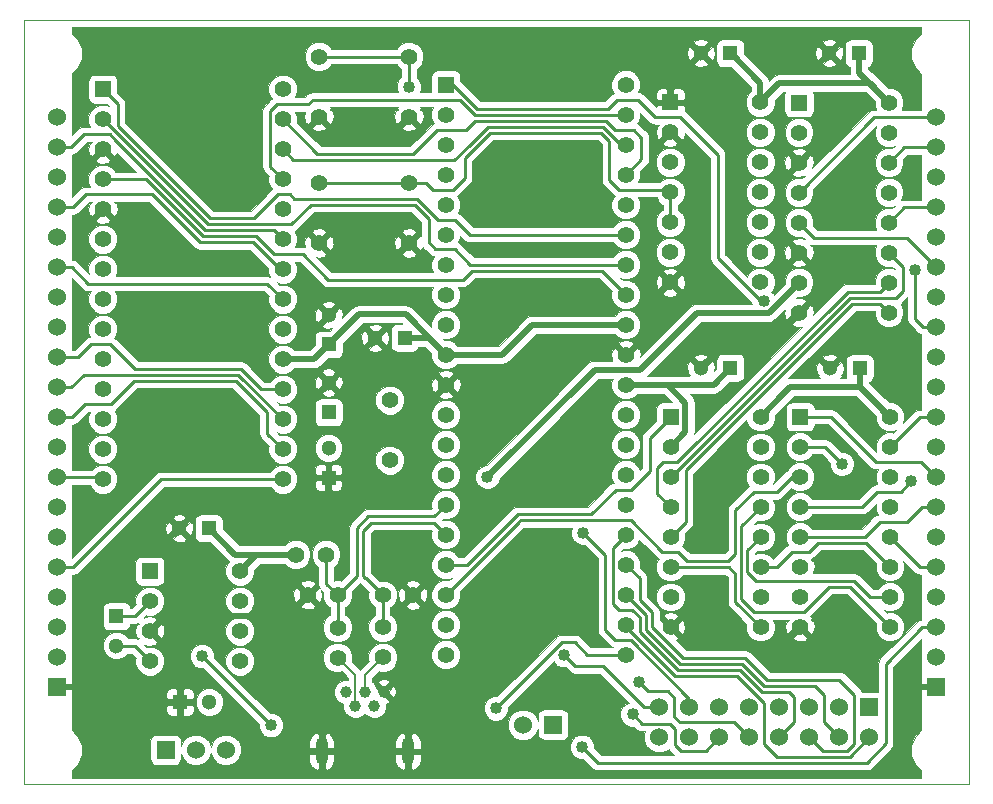
<source format=gtl>
G04 #@! TF.FileFunction,Copper,L1,Top,Signal*
%FSLAX46Y46*%
G04 Gerber Fmt 4.6, Leading zero omitted, Abs format (unit mm)*
G04 Created by KiCad (PCBNEW 4.0.0-rc2-stable) date 03.12.2015 10:46:45*
%MOMM*%
G01*
G04 APERTURE LIST*
%ADD10C,0.150000*%
%ADD11C,0.100000*%
%ADD12R,1.300000X1.300000*%
%ADD13C,1.300000*%
%ADD14R,1.397000X1.397000*%
%ADD15C,1.397000*%
%ADD16O,1.100000X2.300000*%
%ADD17C,1.000000*%
%ADD18C,1.422400*%
%ADD19R,1.524000X1.524000*%
%ADD20C,1.524000*%
%ADD21C,1.016000*%
%ADD22C,0.254000*%
%ADD23C,0.508000*%
%ADD24C,0.025400*%
G04 APERTURE END LIST*
D10*
D11*
X184607200Y-131076700D02*
X184607200Y-128587500D01*
X104622600Y-131076700D02*
X184607200Y-131076700D01*
X104622600Y-128587500D02*
X104622600Y-131076700D01*
X184607200Y-66370200D02*
X184607200Y-68872100D01*
X104622600Y-66370200D02*
X184607200Y-66370200D01*
X104622600Y-68872100D02*
X104622600Y-66370200D01*
X184607200Y-128587500D02*
X184607200Y-68872100D01*
X104622600Y-68872100D02*
X104622600Y-128587500D01*
D12*
X164414200Y-69176900D03*
D13*
X161914200Y-69176900D03*
D12*
X130390900Y-99568000D03*
D13*
X130390900Y-97068000D03*
D12*
X130390900Y-105105200D03*
D13*
X130390900Y-102605200D03*
D12*
X112433100Y-116840000D03*
D13*
X112433100Y-119340000D03*
D12*
X117805200Y-124129800D03*
D13*
X120305200Y-124129800D03*
D12*
X175285400Y-69176900D03*
D13*
X172785400Y-69176900D03*
D12*
X164414200Y-95821500D03*
D13*
X161914200Y-95821500D03*
D12*
X175348900Y-95859600D03*
D13*
X172848900Y-95859600D03*
D12*
X120256300Y-109410500D03*
D13*
X117756300Y-109410500D03*
D12*
X130390900Y-93840300D03*
D13*
X130390900Y-91340300D03*
D12*
X136842500Y-93281500D03*
D13*
X134342500Y-93281500D03*
D14*
X140322000Y-71843900D03*
D15*
X140322000Y-74383900D03*
X140322000Y-76923900D03*
X140322000Y-79463900D03*
X140322000Y-82003900D03*
X140322000Y-84543900D03*
X140322000Y-87083900D03*
X140322000Y-89623900D03*
X140322000Y-92163900D03*
X140322000Y-94703900D03*
X140322000Y-97243900D03*
X140322000Y-99783900D03*
X140322000Y-102323900D03*
X140322000Y-104863900D03*
X140322000Y-107403900D03*
X140322000Y-109943900D03*
X140322000Y-112483900D03*
X140322000Y-115023900D03*
X140322000Y-117563900D03*
X140322000Y-120103900D03*
X155562000Y-120103900D03*
X155562000Y-117563900D03*
X155562000Y-115023900D03*
X155562000Y-112483900D03*
X155562000Y-109943900D03*
X155562000Y-107403900D03*
X155562000Y-104863900D03*
X155562000Y-102323900D03*
X155562000Y-99783900D03*
X155562000Y-97243900D03*
X155562000Y-94703900D03*
X155562000Y-92163900D03*
X155562000Y-89623900D03*
X155562000Y-87083900D03*
X155562000Y-84543900D03*
X155562000Y-82003900D03*
X155562000Y-79463900D03*
X155562000Y-76923900D03*
X155562000Y-74383900D03*
X155562000Y-71843900D03*
D16*
X137114000Y-128294000D03*
X129814000Y-128294000D03*
D17*
X134264000Y-124444000D03*
X132664000Y-124444000D03*
X135064000Y-123244000D03*
X133464000Y-123244000D03*
X131864000Y-123244000D03*
D15*
X127635000Y-111633000D03*
X130175000Y-111633000D03*
X131153000Y-117805000D03*
X131153000Y-120345000D03*
X134976000Y-117792000D03*
X134976000Y-120332000D03*
X137198000Y-69469000D03*
X137198000Y-74549000D03*
X129578000Y-69469000D03*
X129578000Y-74549000D03*
X137198000Y-80162400D03*
X137198000Y-85242400D03*
X129578000Y-80162400D03*
X129578000Y-85242400D03*
D14*
X159322000Y-73342500D03*
D15*
X159322000Y-75882500D03*
X159322000Y-78422500D03*
X159322000Y-80962500D03*
X159322000Y-83502500D03*
X159322000Y-86042500D03*
X159322000Y-88582500D03*
X166942000Y-88582500D03*
X166942000Y-86042500D03*
X166942000Y-83502500D03*
X166942000Y-80962500D03*
X166942000Y-78422500D03*
X166942000Y-75882500D03*
X166942000Y-73342500D03*
D14*
X115252000Y-113030000D03*
D15*
X115252000Y-115570000D03*
X115252000Y-118110000D03*
X115252000Y-120650000D03*
X122872000Y-120650000D03*
X122872000Y-118110000D03*
X122872000Y-115570000D03*
X122872000Y-113030000D03*
D14*
X159347000Y-99974000D03*
D15*
X159347000Y-102514000D03*
X159347000Y-105054000D03*
X159347000Y-107594000D03*
X159347000Y-110134000D03*
X159347000Y-112674000D03*
X159347000Y-115214000D03*
X159347000Y-117754000D03*
X166967000Y-117754000D03*
X166967000Y-115214000D03*
X166967000Y-112674000D03*
X166967000Y-110134000D03*
X166967000Y-107594000D03*
X166967000Y-105054000D03*
X166967000Y-102514000D03*
X166967000Y-99974000D03*
D14*
X170218000Y-73355200D03*
D15*
X170218000Y-75895200D03*
X170218000Y-78435200D03*
X170218000Y-80975200D03*
X170218000Y-83515200D03*
X170218000Y-86055200D03*
X170218000Y-88595200D03*
X170218000Y-91135200D03*
X177838000Y-91135200D03*
X177838000Y-88595200D03*
X177838000Y-86055200D03*
X177838000Y-83515200D03*
X177838000Y-80975200D03*
X177838000Y-78435200D03*
X177838000Y-75895200D03*
X177838000Y-73355200D03*
D14*
X170307000Y-99962000D03*
D15*
X170307000Y-102502000D03*
X170307000Y-105042000D03*
X170307000Y-107582000D03*
X170307000Y-110122000D03*
X170307000Y-112662000D03*
X170307000Y-115202000D03*
X170307000Y-117742000D03*
X177927000Y-117742000D03*
X177927000Y-115202000D03*
X177927000Y-112662000D03*
X177927000Y-110122000D03*
X177927000Y-107582000D03*
X177927000Y-105042000D03*
X177927000Y-102502000D03*
X177927000Y-99962000D03*
D14*
X111277000Y-72237600D03*
D15*
X111277000Y-74777600D03*
X111277000Y-77317600D03*
X111277000Y-79857600D03*
X111277000Y-82397600D03*
X111277000Y-84937600D03*
X111277000Y-87477600D03*
X111277000Y-90017600D03*
X111277000Y-92557600D03*
X111277000Y-95097600D03*
X111277000Y-97637600D03*
X111277000Y-100177600D03*
X111277000Y-102717600D03*
X111277000Y-105257600D03*
X126517000Y-105257600D03*
X126517000Y-102717600D03*
X126517000Y-100177600D03*
X126517000Y-97637600D03*
X126517000Y-95097600D03*
X126517000Y-92557600D03*
X126517000Y-90017600D03*
X126517000Y-87477600D03*
X126517000Y-84937600D03*
X126517000Y-82397600D03*
X126517000Y-79857600D03*
X126517000Y-77317600D03*
X126517000Y-74777600D03*
X126517000Y-72237600D03*
D18*
X135572000Y-103632000D03*
X135572000Y-98552000D03*
D19*
X149390100Y-126034800D03*
D20*
X146850100Y-126034800D03*
D19*
X107378500Y-122859800D03*
D20*
X107378500Y-120319800D03*
X107378500Y-117779800D03*
X107378500Y-115239800D03*
X107378500Y-112699800D03*
X107378500Y-110159800D03*
X107378500Y-107619800D03*
X107378500Y-105079800D03*
X107378500Y-102539800D03*
X107378500Y-99999800D03*
X107378500Y-97459800D03*
X107378500Y-94919800D03*
X107378500Y-92379800D03*
X107378500Y-89839800D03*
X107378500Y-87299800D03*
X107378500Y-84759800D03*
X107378500Y-82219800D03*
X107378500Y-79679800D03*
X107378500Y-77139800D03*
X107378500Y-74599800D03*
D19*
X181851300Y-122859800D03*
D20*
X181851300Y-120319800D03*
X181851300Y-117779800D03*
X181851300Y-115239800D03*
X181851300Y-112699800D03*
X181851300Y-110159800D03*
X181851300Y-107619800D03*
X181851300Y-105079800D03*
X181851300Y-102539800D03*
X181851300Y-99999800D03*
X181851300Y-97459800D03*
X181851300Y-94919800D03*
X181851300Y-92379800D03*
X181851300Y-89839800D03*
X181851300Y-87299800D03*
X181851300Y-84759800D03*
X181851300Y-82219800D03*
X181851300Y-79679800D03*
X181851300Y-77139800D03*
X181851300Y-74599800D03*
D19*
X176174400Y-124536200D03*
D20*
X176174400Y-127076200D03*
X173634400Y-124536200D03*
X173634400Y-127076200D03*
X171094400Y-124536200D03*
X171094400Y-127076200D03*
X168554400Y-124536200D03*
X168554400Y-127076200D03*
X166014400Y-124536200D03*
X166014400Y-127076200D03*
X163474400Y-124536200D03*
X163474400Y-127076200D03*
X160934400Y-124536200D03*
X160934400Y-127076200D03*
X158394400Y-124536200D03*
X158394400Y-127076200D03*
D19*
X116598700Y-128168400D03*
D20*
X119138700Y-128168400D03*
X121678700Y-128168400D03*
D15*
X131152900Y-115036600D03*
X128612900Y-115036600D03*
X134975600Y-115049300D03*
X137515600Y-115049300D03*
D21*
X180035200Y-87515700D03*
X173857800Y-103957200D03*
X179743100Y-105397300D03*
X167218800Y-90161700D03*
X151968200Y-109791500D03*
X150353600Y-120158100D03*
X156663400Y-122449300D03*
X156133800Y-125158500D03*
X143840200Y-105054400D03*
X144551400Y-124650500D03*
X125514100Y-126085600D03*
X119672100Y-120243600D03*
X137172700Y-72059800D03*
X151841200Y-127901700D03*
X163106100Y-113906300D03*
X161874200Y-110185200D03*
X161874200Y-105892600D03*
X118592600Y-106591100D03*
D22*
X125755002Y-84175602D02*
X126517000Y-84937600D01*
X119956578Y-84175602D02*
X125755002Y-84175602D01*
X112327688Y-76546712D02*
X119956578Y-84175602D01*
X107378000Y-77139600D02*
X108572500Y-77139600D01*
X111841276Y-76060300D02*
X112327688Y-76546712D01*
X109651800Y-76060300D02*
X111841276Y-76060300D01*
X108572500Y-77139600D02*
X109651800Y-76060300D01*
X126306578Y-87477600D02*
X126517000Y-87477600D01*
X124020584Y-85191606D02*
X126306578Y-87477600D01*
X119535734Y-85191606D02*
X124020584Y-85191606D01*
X115476414Y-81132286D02*
X119535734Y-85191606D01*
X107378000Y-82219600D02*
X108737600Y-82219600D01*
X109824914Y-81132286D02*
X115476414Y-81132286D01*
X108737600Y-82219600D02*
X109824914Y-81132286D01*
X126517000Y-90017600D02*
X125195600Y-88696200D01*
X107378000Y-87299600D02*
X108648300Y-87299600D01*
X110044900Y-88696200D02*
X110337000Y-88696200D01*
X108648300Y-87299600D02*
X110044900Y-88696200D01*
X125195600Y-88696200D02*
X110337000Y-88696200D01*
X115277900Y-95884998D02*
X113969798Y-95884998D01*
X115277900Y-95884998D02*
X122942822Y-95884998D01*
X113969798Y-95884998D02*
X111912400Y-93827600D01*
X110274100Y-93827600D02*
X111912400Y-93827600D01*
X109182100Y-94919600D02*
X110274100Y-93827600D01*
X124695424Y-97637600D02*
X126517000Y-97637600D01*
X122942822Y-95884998D02*
X124695424Y-97637600D01*
X107378000Y-94919600D02*
X109182100Y-94919600D01*
X122732400Y-96393000D02*
X126517000Y-100177600D01*
X107378000Y-97459600D02*
X108610600Y-97459600D01*
X109677200Y-96393000D02*
X122732400Y-96393000D01*
X108610600Y-97459600D02*
X109677200Y-96393000D01*
X125183900Y-101384500D02*
X126517000Y-102717600D01*
X125183900Y-99562924D02*
X125183900Y-101384500D01*
X122521978Y-96901002D02*
X125183900Y-99562924D01*
X113931700Y-96901002D02*
X122521978Y-96901002D01*
X110820200Y-98894900D02*
X111937802Y-98894900D01*
X111937802Y-98894900D02*
X113931700Y-96901002D01*
X109766100Y-98894900D02*
X110820200Y-98894900D01*
X108661400Y-99999600D02*
X109766100Y-98894900D01*
X107378000Y-99999600D02*
X108661400Y-99999600D01*
X126517000Y-105257600D02*
X116205000Y-105257600D01*
X107378000Y-112699600D02*
X108763000Y-112699600D01*
X108763000Y-112699600D02*
X116205000Y-105257600D01*
X111099000Y-105079600D02*
X111277000Y-105257600D01*
X107378000Y-105079600D02*
X111099000Y-105079600D01*
X181851000Y-92379600D02*
X180746200Y-92379600D01*
X180039500Y-91672900D02*
X180039500Y-90568100D01*
X180746200Y-92379600D02*
X180039500Y-91672900D01*
X180035200Y-87515700D02*
X180039500Y-90568100D01*
X181851000Y-77139600D02*
X179133600Y-77139600D01*
X179133600Y-77139600D02*
X177838000Y-78435200D01*
X181851000Y-82219600D02*
X179133600Y-82219600D01*
X179133600Y-82219600D02*
X177838000Y-83515200D01*
X170218000Y-83515200D02*
X170218100Y-83515200D01*
X179336600Y-84785200D02*
X181851000Y-87299600D01*
X171488100Y-84785200D02*
X179336600Y-84785200D01*
X170218100Y-83515200D02*
X171488100Y-84785200D01*
X176593600Y-74599600D02*
X181851000Y-74599600D01*
X170218000Y-80975200D02*
X176593600Y-74599600D01*
X155562000Y-74383900D02*
X142760700Y-74383900D01*
X142760700Y-74383900D02*
X141490700Y-73113900D01*
X125432000Y-75336400D02*
X125432000Y-74072300D01*
X125432000Y-78772600D02*
X125432000Y-75336400D01*
X125432000Y-74072300D02*
X126009400Y-73494900D01*
X126009400Y-73494900D02*
X128663700Y-73494900D01*
X128663700Y-73494900D02*
X129044700Y-73113900D01*
X129044700Y-73113900D02*
X141490700Y-73113900D01*
X126517000Y-79857600D02*
X125432000Y-78772600D01*
X125432000Y-74332900D02*
X125432000Y-78772600D01*
X140309600Y-78206600D02*
X127406000Y-78206600D01*
X127406000Y-78206600D02*
X126517000Y-77317600D01*
X155562000Y-76923900D02*
X155174076Y-76923900D01*
X143852896Y-75399904D02*
X142328900Y-76923900D01*
X153650080Y-75399904D02*
X143852896Y-75399904D01*
X155174076Y-76923900D02*
X153650080Y-75399904D01*
X142328900Y-76923900D02*
X141046200Y-78206600D01*
X140309600Y-78206600D02*
X141046200Y-78206600D01*
X126517000Y-74777600D02*
X126517402Y-74777600D01*
X137566402Y-77698598D02*
X139585700Y-75679300D01*
X129438400Y-77698598D02*
X137566402Y-77698598D01*
X126517402Y-74777600D02*
X129438400Y-77698598D01*
X141338300Y-75679300D02*
X142036802Y-75679300D01*
X153860502Y-74891902D02*
X154647900Y-75679300D01*
X142824200Y-74891902D02*
X153860502Y-74891902D01*
X142036802Y-75679300D02*
X142824200Y-74891902D01*
X156883100Y-78142800D02*
X155562000Y-79463900D01*
X156883100Y-76339700D02*
X156883100Y-78142800D01*
X156222700Y-75679300D02*
X156883100Y-76339700D01*
X139585700Y-75679300D02*
X141338300Y-75679300D01*
X154647900Y-75679300D02*
X156222700Y-75679300D01*
X137020300Y-81495899D02*
X137909299Y-81495899D01*
X137909299Y-81495899D02*
X139687300Y-83273900D01*
X127469901Y-81495899D02*
X137020300Y-81495899D01*
X137020300Y-81495899D02*
X137883899Y-81495899D01*
X126238000Y-81127600D02*
X126085598Y-81127600D01*
X112547400Y-75329576D02*
X112547400Y-73508000D01*
X120377422Y-83159598D02*
X112547400Y-75329576D01*
X124053600Y-83159598D02*
X120377422Y-83159598D01*
X126085598Y-81127600D02*
X124053600Y-83159598D01*
X126111000Y-81127600D02*
X126238000Y-81127600D01*
X127101602Y-81127600D02*
X127469901Y-81495899D01*
X126111000Y-81127600D02*
X127101602Y-81127600D01*
X112547400Y-73508000D02*
X111277000Y-72237600D01*
X139687300Y-83273900D02*
X141058900Y-83273900D01*
X155562000Y-84543900D02*
X142328900Y-84543900D01*
X142328900Y-84543900D02*
X141058900Y-83273900D01*
X132334000Y-88353900D02*
X130352800Y-88353900D01*
X130352800Y-88353900D02*
X128206500Y-86207600D01*
X137464800Y-88353900D02*
X141732002Y-88353900D01*
X153530002Y-87591902D02*
X155562000Y-89623900D01*
X142494000Y-87591902D02*
X153530002Y-87591902D01*
X141732002Y-88353900D02*
X142494000Y-87591902D01*
X137464800Y-88353900D02*
X132334000Y-88353900D01*
X111277000Y-79857600D02*
X114920152Y-79857600D01*
X124231006Y-84683604D02*
X125755002Y-86207600D01*
X119746156Y-84683604D02*
X124231006Y-84683604D01*
X114920152Y-79857600D02*
X119746156Y-84683604D01*
X128206500Y-86207600D02*
X125755002Y-86207600D01*
X177444400Y-89865200D02*
X178460400Y-89865200D01*
X179031900Y-87249100D02*
X177838000Y-86055200D01*
X179031900Y-89293700D02*
X179031900Y-87249100D01*
X178460400Y-89865200D02*
X179031900Y-89293700D01*
X174535800Y-89865200D02*
X177444400Y-89865200D01*
X159347000Y-105054000D02*
X174535800Y-89865200D01*
X159207200Y-103780638D02*
X159901938Y-103780638D01*
X159901938Y-103780638D02*
X174325378Y-89357198D01*
X174325378Y-89357198D02*
X177076002Y-89357198D01*
X177076002Y-89357198D02*
X177838000Y-88595200D01*
X177838000Y-88595200D02*
X177838000Y-88595298D01*
X174325378Y-89357198D02*
X174325380Y-89357200D01*
X158213600Y-104876600D02*
X158213600Y-104295400D01*
X158213600Y-104295400D02*
X158728362Y-103780638D01*
X158213600Y-105206800D02*
X158213600Y-104876600D01*
X158728362Y-103780638D02*
X159207200Y-103780638D01*
X158213600Y-106460600D02*
X158213600Y-105206800D01*
X159347000Y-107594000D02*
X158213600Y-106460600D01*
X160617000Y-106006900D02*
X160617000Y-104502424D01*
X160617000Y-104502424D02*
X174746222Y-90373202D01*
X177076002Y-90373202D02*
X177838000Y-91135200D01*
X174746222Y-90373202D02*
X177076002Y-90373202D01*
X160617000Y-106133900D02*
X160617000Y-106006900D01*
X160617000Y-104502424D02*
X173984224Y-91135200D01*
X160617000Y-108864000D02*
X160617000Y-106133900D01*
X159347000Y-110134000D02*
X160617000Y-108864000D01*
D10*
X133464000Y-121844000D02*
X134976000Y-120332000D01*
X133464000Y-123244000D02*
X133464000Y-121844000D01*
X132664000Y-121857000D02*
X131153000Y-120345000D01*
X132664000Y-124444000D02*
X132664000Y-121857000D01*
D22*
X157562588Y-104578188D02*
X157562588Y-101758412D01*
X157562588Y-101758412D02*
X159347000Y-99974000D01*
X150495000Y-108229398D02*
X152603202Y-108229398D01*
X155994176Y-106146600D02*
X157562588Y-104578188D01*
X154686000Y-106146600D02*
X155994176Y-106146600D01*
X152603202Y-108229398D02*
X154686000Y-106146600D01*
X140322000Y-112483900D02*
X142143576Y-112483900D01*
X146398078Y-108229398D02*
X150495000Y-108229398D01*
X142143576Y-112483900D02*
X146398078Y-108229398D01*
X170307000Y-105042000D02*
X169608200Y-105042000D01*
X169608200Y-105042000D02*
X168326200Y-106324000D01*
X158877000Y-111404400D02*
X158623000Y-111404400D01*
X168326200Y-106324000D02*
X166383100Y-106324000D01*
X146608500Y-108737400D02*
X146492600Y-108853300D01*
X155956000Y-108737400D02*
X146608500Y-108737400D01*
X158623000Y-111404400D02*
X155956000Y-108737400D01*
X140322000Y-115023900D02*
X146492600Y-108853300D01*
X166383100Y-106324000D02*
X164823998Y-107883102D01*
X160730798Y-112165998D02*
X159969200Y-111404400D01*
X164198300Y-112165998D02*
X160730798Y-112165998D01*
X164823998Y-111540300D02*
X164198300Y-112165998D01*
X164823998Y-107883102D02*
X164823998Y-111540300D01*
X159969200Y-111404400D02*
X158877000Y-111404400D01*
X155562300Y-80721200D02*
X159080700Y-80721200D01*
X159080700Y-80721200D02*
X159322000Y-80962500D01*
X155473400Y-80721200D02*
X155562300Y-80721200D01*
X139903200Y-80721200D02*
X140919200Y-80721200D01*
X154152600Y-79883000D02*
X154990800Y-80721200D01*
X154152600Y-76620848D02*
X154152600Y-79883000D01*
X153439658Y-75907906D02*
X154152600Y-76620848D01*
X144063318Y-75907906D02*
X153439658Y-75907906D01*
X141913412Y-78057812D02*
X144063318Y-75907906D01*
X141913412Y-79726988D02*
X141913412Y-78057812D01*
X140919200Y-80721200D02*
X141913412Y-79726988D01*
X159322000Y-83502500D02*
X159322000Y-80962500D01*
X155473400Y-80721200D02*
X154990800Y-80721200D01*
X139192000Y-80721200D02*
X138633200Y-80162400D01*
X139903200Y-80721200D02*
X139192000Y-80721200D01*
X138633200Y-80162400D02*
X137198000Y-80162400D01*
X137198000Y-80162400D02*
X129578000Y-80162400D01*
X180429400Y-99999600D02*
X181851000Y-99999600D01*
X177927000Y-102502000D02*
X180429400Y-99999600D01*
X181851000Y-112699600D02*
X180504600Y-112699600D01*
X180504600Y-112699600D02*
X177927000Y-110122000D01*
X180543400Y-103772000D02*
X181851000Y-105079600D01*
X176726400Y-103772000D02*
X180543400Y-103772000D01*
X172916400Y-99962000D02*
X176726400Y-103772000D01*
X170307000Y-99962000D02*
X172916400Y-99962000D01*
X170307000Y-110122000D02*
X175793100Y-110122000D01*
X175793100Y-110122000D02*
X177063100Y-108852000D01*
X181851000Y-107619600D02*
X180619600Y-107619600D01*
X180619600Y-107619600D02*
X179387200Y-108852000D01*
X177063100Y-108852000D02*
X179387200Y-108852000D01*
X170307000Y-102502000D02*
X172402600Y-102502000D01*
X172402600Y-102502000D02*
X173857800Y-103957200D01*
X177292000Y-106311700D02*
X178828700Y-106311700D01*
X178828700Y-106311700D02*
X179743100Y-105397300D01*
X173443900Y-107582000D02*
X175564500Y-107582000D01*
X176834800Y-106311700D02*
X177292000Y-106311700D01*
X175564500Y-107582000D02*
X176834800Y-106311700D01*
X170307000Y-107582000D02*
X173443900Y-107582000D01*
X159347000Y-112674000D02*
X164252098Y-112674000D01*
X164823998Y-115610998D02*
X166967000Y-117754000D01*
X164823998Y-113245900D02*
X164823998Y-115610998D01*
X164252098Y-112674000D02*
X164823998Y-113245900D01*
X166967000Y-112674000D02*
X168326200Y-112674000D01*
X168326200Y-112674000D02*
X169608500Y-111391700D01*
X166967000Y-112674000D02*
X167081600Y-112674000D01*
X175895002Y-110630002D02*
X177927000Y-112662000D01*
X171805600Y-110630002D02*
X175895002Y-110630002D01*
X171043902Y-111391700D02*
X171805600Y-110630002D01*
X169608500Y-111391700D02*
X171043902Y-111391700D01*
X166967000Y-110134000D02*
X165840300Y-111260700D01*
X165840300Y-111260700D02*
X165840300Y-113080900D01*
X165840300Y-113080900D02*
X166596200Y-113836800D01*
X166596200Y-113836800D02*
X174873000Y-113836800D01*
X177927000Y-115202000D02*
X176238200Y-115202000D01*
X176238200Y-115202000D02*
X174873000Y-113836800D01*
X166967000Y-107594000D02*
X165332000Y-109229000D01*
X165332000Y-114198400D02*
X165332000Y-115400576D01*
X165332000Y-115400576D02*
X166415824Y-116484400D01*
X165332000Y-109229000D02*
X165332000Y-114198400D01*
X166415824Y-116484400D02*
X170649900Y-116484400D01*
X170649900Y-116484400D02*
X172789498Y-114344802D01*
X172789498Y-114344802D02*
X174529802Y-114344802D01*
X174529802Y-114344802D02*
X177927000Y-117742000D01*
X140322000Y-71843900D02*
X140939124Y-71843900D01*
X154076402Y-73875898D02*
X154851100Y-73101200D01*
X142971122Y-73875898D02*
X154076402Y-73875898D01*
X140939124Y-71843900D02*
X142971122Y-73875898D01*
X163347100Y-79552800D02*
X163347100Y-77774500D01*
X156565600Y-73101200D02*
X154851100Y-73101200D01*
X158064200Y-74599800D02*
X156565600Y-73101200D01*
X160172400Y-74599800D02*
X158064200Y-74599800D01*
X163347100Y-77774500D02*
X160172400Y-74599800D01*
X163347100Y-86522200D02*
X166986600Y-90161700D01*
X163347100Y-79552800D02*
X163347100Y-86522200D01*
X166986600Y-90161700D02*
X167218800Y-90161700D01*
X154927300Y-118833900D02*
X155957876Y-118833900D01*
X153818250Y-114236500D02*
X153818250Y-111641550D01*
X153818250Y-111641550D02*
X151968200Y-109791500D01*
X153818250Y-116243100D02*
X153818250Y-114236500D01*
X153818250Y-118004250D02*
X154647900Y-118833900D01*
X154647900Y-118833900D02*
X154927300Y-118833900D01*
X153818250Y-116243100D02*
X153818250Y-118004250D01*
X155957876Y-118833900D02*
X160947000Y-123823024D01*
X160947000Y-123823024D02*
X160947000Y-124536000D01*
X157124200Y-124536000D02*
X158407000Y-124536000D01*
X153644600Y-121056400D02*
X151251900Y-121056400D01*
X157124200Y-124536000D02*
X153644600Y-121056400D01*
X151251900Y-121056400D02*
X150353600Y-120158100D01*
X169151300Y-128731000D02*
X168329600Y-128731000D01*
X167297000Y-127698400D02*
X167297000Y-127428800D01*
X168329600Y-128731000D02*
X167297000Y-127698400D01*
X174532000Y-128731000D02*
X176187000Y-127076000D01*
X169151300Y-128731000D02*
X174532000Y-128731000D01*
X167297000Y-124184100D02*
X167297000Y-127428800D01*
X164997000Y-121884100D02*
X167297000Y-124184100D01*
X159726500Y-121884100D02*
X164997000Y-121884100D01*
X155562000Y-117719600D02*
X159726500Y-121884100D01*
X155562000Y-117563900D02*
X155562000Y-117719600D01*
X172377100Y-123482100D02*
X172377100Y-125806100D01*
X171615098Y-122720098D02*
X172377100Y-123482100D01*
X167269846Y-122720098D02*
X171615098Y-122720098D01*
X165417844Y-120868096D02*
X167269846Y-122720098D01*
X160147344Y-120868096D02*
X165417844Y-120868096D01*
X157253000Y-117973752D02*
X160147344Y-120868096D01*
X172377100Y-125806100D02*
X173647000Y-127076000D01*
X157253000Y-117170200D02*
X157253000Y-117973752D01*
X157253000Y-116714900D02*
X157253000Y-117170200D01*
X155562000Y-115023900D02*
X157253000Y-116714900D01*
X157761002Y-117411500D02*
X157761002Y-116504478D01*
X156730700Y-115474176D02*
X156730700Y-113652300D01*
X157761002Y-116504478D02*
X156730700Y-115474176D01*
X174917100Y-123494800D02*
X174917100Y-127627476D01*
X173634396Y-122212096D02*
X174917100Y-123494800D01*
X167480268Y-122212096D02*
X173634396Y-122212096D01*
X165628266Y-120360094D02*
X167480268Y-122212096D01*
X160357766Y-120360094D02*
X165628266Y-120360094D01*
X157761002Y-117763330D02*
X160357766Y-120360094D01*
X157761002Y-117411500D02*
X157761002Y-117763330D01*
X172253998Y-128222998D02*
X171107000Y-127076000D01*
X174321578Y-128222998D02*
X172253998Y-128222998D01*
X174917100Y-127627476D02*
X174321578Y-128222998D01*
X155562000Y-112483900D02*
X155562300Y-112483900D01*
X155562300Y-112483900D02*
X156730700Y-113652300D01*
X167059424Y-123228100D02*
X169367200Y-123228100D01*
X156744700Y-117309900D02*
X156744700Y-118183876D01*
X165207422Y-121376098D02*
X167059424Y-123228100D01*
X159936922Y-121376098D02*
X165207422Y-121376098D01*
X156744700Y-118183876D02*
X159936922Y-121376098D01*
X156744700Y-117309900D02*
X156744700Y-116925024D01*
X155845988Y-116291312D02*
X155843400Y-116293900D01*
X156110988Y-116291312D02*
X155845988Y-116291312D01*
X156744700Y-116925024D02*
X156110988Y-116291312D01*
X155702000Y-116293900D02*
X154965400Y-116293900D01*
X154462300Y-115790800D02*
X154462300Y-115501000D01*
X154965400Y-116293900D02*
X154462300Y-115790800D01*
X155702000Y-116293900D02*
X155843400Y-116293900D01*
X154462300Y-111043600D02*
X154462300Y-115501000D01*
X169367200Y-123228100D02*
X169824400Y-123685300D01*
X169824400Y-124345700D02*
X169824400Y-125818600D01*
X169824400Y-123685300D02*
X169824400Y-124345700D01*
X169824400Y-125818600D02*
X168567000Y-127076000D01*
X169824400Y-125818600D02*
X168567000Y-127076000D01*
X155562000Y-109943900D02*
X154462300Y-111043600D01*
X157426100Y-123212000D02*
X156663400Y-122449300D01*
X159153000Y-123212000D02*
X158728000Y-123212000D01*
X159677100Y-123736100D02*
X159153000Y-123212000D01*
X159677100Y-125374400D02*
X159677100Y-123736100D01*
X158728000Y-123212000D02*
X157426100Y-123212000D01*
X160108700Y-125806000D02*
X159677100Y-125374400D01*
X164757000Y-125806000D02*
X161290000Y-125806000D01*
X166027000Y-127076000D02*
X164757000Y-125806000D01*
X161290000Y-125806000D02*
X160108700Y-125806000D01*
X158572200Y-125932600D02*
X156907900Y-125932600D01*
X156907900Y-125932600D02*
X156133800Y-125158500D01*
X159689800Y-126365000D02*
X159689800Y-127723900D01*
X159257400Y-125932600D02*
X159689800Y-126365000D01*
X157924500Y-125932600D02*
X158572200Y-125932600D01*
X158572200Y-125932600D02*
X159257400Y-125932600D01*
X157924500Y-125932600D02*
X157201200Y-125932600D01*
X163487000Y-127076000D02*
X162323900Y-128239100D01*
X160205000Y-128239100D02*
X162323900Y-128239100D01*
X159689800Y-127723900D02*
X160205000Y-128239100D01*
D23*
X143840200Y-105054400D02*
X152920700Y-95973900D01*
X152920700Y-95973900D02*
X154787600Y-95973900D01*
X152920700Y-95973900D02*
X154787600Y-95973900D01*
X154787600Y-95973900D02*
X154559000Y-95973900D01*
X156768800Y-95973900D02*
X161564700Y-91178000D01*
X155409900Y-95973900D02*
X156768800Y-95973900D01*
X161564700Y-91178000D02*
X163209000Y-91178000D01*
X170218000Y-88599800D02*
X170218000Y-88595200D01*
X163209000Y-91178000D02*
X167639800Y-91178000D01*
X167639800Y-91178000D02*
X170218000Y-88599800D01*
X154559000Y-95973900D02*
X155409900Y-95973900D01*
D22*
X150545800Y-119049800D02*
X150152100Y-119049800D01*
X150152100Y-119049800D02*
X144551400Y-124650500D01*
X151168100Y-119049800D02*
X150545800Y-119049800D01*
X150545800Y-119049800D02*
X150126700Y-119049800D01*
X151168100Y-119049800D02*
X151231600Y-119049800D01*
X152285700Y-120103900D02*
X155562000Y-120103900D01*
X151231600Y-119049800D02*
X152285700Y-120103900D01*
X125514100Y-126085600D02*
X122377200Y-122948700D01*
X119672100Y-120243600D02*
X122377200Y-122948700D01*
X140550900Y-85759300D02*
X139416800Y-85759300D01*
X138861800Y-85204300D02*
X138861800Y-84836000D01*
X139416800Y-85759300D02*
X138861800Y-85204300D01*
X155562000Y-87083900D02*
X142396200Y-87083900D01*
X142396200Y-87083900D02*
X141071600Y-85759300D01*
X125793500Y-83667600D02*
X127203201Y-83667600D01*
X138861800Y-83192224D02*
X138861800Y-84836000D01*
X137673477Y-82003901D02*
X138861800Y-83192224D01*
X128866900Y-82003901D02*
X137673477Y-82003901D01*
X127203201Y-83667600D02*
X128866900Y-82003901D01*
X123723400Y-83667600D02*
X125793500Y-83667600D01*
X120167000Y-83667600D02*
X111277000Y-74777600D01*
X123723400Y-83667600D02*
X120167000Y-83667600D01*
X141071600Y-85759300D02*
X140550900Y-85759300D01*
X140550900Y-85759300D02*
X139785100Y-85759300D01*
X137198000Y-72034500D02*
X137198000Y-69469000D01*
X137172700Y-72059800D02*
X137198000Y-72034500D01*
X129578000Y-69469000D02*
X137198000Y-69469000D01*
X181851000Y-117779600D02*
X180645000Y-117779600D01*
X177571400Y-127622300D02*
X175954698Y-129239002D01*
X153178502Y-129239002D02*
X151841200Y-127901700D01*
X175954698Y-129239002D02*
X155803600Y-129239002D01*
X155803600Y-129239002D02*
X153178502Y-129239002D01*
X180645000Y-117779600D02*
X177571400Y-120853200D01*
X177571400Y-120853200D02*
X177571400Y-127622300D01*
D23*
X163118800Y-113919000D02*
X163118800Y-119405400D01*
X163106100Y-113906300D02*
X163118800Y-113919000D01*
X161874200Y-105892600D02*
X161874200Y-110185200D01*
X128625600Y-99949000D02*
X128625600Y-98833300D01*
X128625600Y-98833300D02*
X130390900Y-97068000D01*
X130378200Y-105105200D02*
X128765300Y-105105200D01*
X128625600Y-104965500D02*
X128625600Y-103403400D01*
X128765300Y-105105200D02*
X128625600Y-104965500D01*
X128625600Y-103403400D02*
X128625600Y-99949000D01*
X127711200Y-107391200D02*
X129971800Y-107391200D01*
X130378200Y-106984800D02*
X130378200Y-105105200D01*
X129971800Y-107391200D02*
X130378200Y-106984800D01*
X120421400Y-125958600D02*
X118008400Y-125958600D01*
X122936000Y-125958600D02*
X120421400Y-125958600D01*
X125271400Y-128294000D02*
X122936000Y-125958600D01*
X129814000Y-128294000D02*
X125271400Y-128294000D01*
X117805200Y-125755400D02*
X117805200Y-124129800D01*
X118008400Y-125958600D02*
X117805200Y-125755400D01*
X117805200Y-124129800D02*
X116370100Y-124129800D01*
X116370100Y-124129800D02*
X115099900Y-122859600D01*
X119392700Y-107391200D02*
X118592600Y-106591100D01*
X181851000Y-122859600D02*
X178727300Y-122859600D01*
X178727300Y-122859600D02*
X178727100Y-122859800D01*
X117780000Y-121005400D02*
X117780000Y-119456000D01*
X114668300Y-122859600D02*
X115099900Y-122859600D01*
X115099900Y-122859600D02*
X115925800Y-122859600D01*
X115925800Y-122859600D02*
X117780000Y-121005400D01*
X117780000Y-121005400D02*
X117780000Y-120638000D01*
X107378000Y-122859600D02*
X114668300Y-122859600D01*
X107378000Y-122859600D02*
X109550000Y-122859600D01*
X109550000Y-122859600D02*
X109550200Y-122859800D01*
X143560800Y-98501200D02*
X144818100Y-97243900D01*
X141579600Y-98501200D02*
X143560800Y-98501200D01*
X147358100Y-94703900D02*
X144818100Y-97243900D01*
X148234400Y-94703900D02*
X152946100Y-94703900D01*
X152946100Y-94703900D02*
X154089100Y-93560900D01*
X148234400Y-94703900D02*
X147358100Y-94703900D01*
X120319800Y-107391200D02*
X119392700Y-107391200D01*
X154419000Y-93560900D02*
X155562000Y-94703900D01*
X154089100Y-93560900D02*
X154419000Y-93560900D01*
X137198000Y-85242400D02*
X137198000Y-85255200D01*
X131013100Y-86677500D02*
X129578000Y-85242400D01*
X135775700Y-86677500D02*
X131013100Y-86677500D01*
X137198000Y-85255200D02*
X135775700Y-86677500D01*
X117716000Y-112852200D02*
X117716000Y-112369300D01*
X116281200Y-110832800D02*
X117716000Y-109398000D01*
X116281200Y-110934500D02*
X116281200Y-110832800D01*
X117716000Y-112369300D02*
X116281200Y-110934500D01*
X122250200Y-107391200D02*
X120319800Y-107391200D01*
X120319800Y-107391200D02*
X119722800Y-107391200D01*
X119722800Y-107391200D02*
X117716000Y-109398000D01*
X137198000Y-74549000D02*
X137198000Y-74549100D01*
X130733700Y-75704700D02*
X129578000Y-74549000D01*
X136042400Y-75704700D02*
X130733700Y-75704700D01*
X137198000Y-74549100D02*
X136042400Y-75704700D01*
X158229300Y-92138500D02*
X158229300Y-89675200D01*
X155663900Y-94703900D02*
X158229300Y-92138500D01*
X155562000Y-94703900D02*
X155663900Y-94703900D01*
X158229300Y-89675200D02*
X159322000Y-88582500D01*
X117780000Y-120638000D02*
X115252000Y-118110000D01*
X115252000Y-118110000D02*
X115252500Y-118110000D01*
X115252500Y-118110000D02*
X117716000Y-115646500D01*
X117716000Y-115646500D02*
X117716000Y-112852200D01*
X140322000Y-97243900D02*
X140322300Y-97243900D01*
X140322300Y-97243900D02*
X141579600Y-98501200D01*
X159322000Y-88582500D02*
X159423100Y-88582500D01*
X159423100Y-88582500D02*
X161518600Y-86487000D01*
X161518600Y-86487000D02*
X161518600Y-78079100D01*
X161518600Y-78079100D02*
X159322000Y-75882500D01*
X170218000Y-91135200D02*
X170116500Y-91135200D01*
X170116500Y-91135200D02*
X167982900Y-93268800D01*
X167982900Y-93268800D02*
X164426700Y-93268800D01*
X164426700Y-93268800D02*
X161874000Y-95821500D01*
X170307000Y-117742000D02*
X170217800Y-117742000D01*
X168554400Y-119405400D02*
X163118800Y-119405400D01*
X170217800Y-117742000D02*
X168554400Y-119405400D01*
X160998400Y-119405400D02*
X159347000Y-117754000D01*
X163118800Y-119405400D02*
X160998400Y-119405400D01*
X128155800Y-107391200D02*
X127711200Y-107391200D01*
X127711200Y-107391200D02*
X122250200Y-107391200D01*
X130391000Y-105156000D02*
X130378200Y-105156000D01*
X129814000Y-128294000D02*
X137114000Y-128294000D01*
X115252000Y-118110000D02*
X115519200Y-118110000D01*
X117780000Y-119456000D02*
X120408700Y-116827300D01*
X120408700Y-116827300D02*
X126860700Y-116827300D01*
X126860700Y-116827300D02*
X128613000Y-115075000D01*
X135280400Y-91287600D02*
X132943600Y-91287600D01*
X132943600Y-91287600D02*
X130390900Y-93840300D01*
X126517000Y-95097600D02*
X129133600Y-95097600D01*
X129133600Y-95097600D02*
X130390900Y-93840300D01*
X158394400Y-97243900D02*
X162991600Y-97243900D01*
X162991600Y-97243900D02*
X164414000Y-95821500D01*
X171488100Y-71717400D02*
X168567100Y-71717400D01*
X176200200Y-71717400D02*
X177838000Y-73355200D01*
X171488100Y-71717400D02*
X176200200Y-71717400D01*
X168567100Y-71717400D02*
X166942000Y-73342500D01*
X164427000Y-69189600D02*
X164427000Y-69202400D01*
X164427000Y-69202400D02*
X166942000Y-71717400D01*
X166942000Y-71717400D02*
X166942000Y-73342500D01*
X175298000Y-69202300D02*
X175298000Y-70815200D01*
X175298000Y-70815200D02*
X177838000Y-73355200D01*
X175919800Y-71437000D02*
X177838000Y-73355200D01*
X160604200Y-100101400D02*
X160604200Y-98755200D01*
X160604200Y-98755200D02*
X159092900Y-97243900D01*
X155562000Y-97243900D02*
X157543500Y-97243900D01*
X136842000Y-93268800D02*
X138886900Y-93268800D01*
X138886900Y-93268800D02*
X140322000Y-94703900D01*
X140322000Y-94703900D02*
X145097500Y-94703900D01*
X145097500Y-94703900D02*
X147637500Y-92163900D01*
X136905700Y-91287600D02*
X140322000Y-94703900D01*
X132944100Y-91287600D02*
X135280400Y-91287600D01*
X135280400Y-91287600D02*
X136905700Y-91287600D01*
X175362000Y-97460200D02*
X169480800Y-97460200D01*
X169480800Y-97460200D02*
X166967000Y-99974000D01*
X177927000Y-99962000D02*
X177863800Y-99962000D01*
X175362000Y-97460200D02*
X175362000Y-95808800D01*
X177863800Y-99962000D02*
X175362000Y-97460200D01*
X176002300Y-98037300D02*
X177927000Y-99962000D01*
X168903700Y-98037300D02*
X166967000Y-99974000D01*
X166967000Y-99974000D02*
X168903700Y-98037300D01*
X126009400Y-111633000D02*
X122491000Y-111633000D01*
X122491000Y-111633000D02*
X120256000Y-109398000D01*
X127635000Y-111633000D02*
X126009400Y-111633000D01*
X126009400Y-111633000D02*
X124269000Y-111633000D01*
X124269000Y-111633000D02*
X122872000Y-113030000D01*
X140322000Y-94703900D02*
X138886900Y-93268800D01*
X155562000Y-92163900D02*
X147637500Y-92163900D01*
X160604200Y-101256800D02*
X159347000Y-102514000D01*
X160604200Y-100101400D02*
X160604200Y-101256800D01*
X155562000Y-97243900D02*
X158394400Y-97243900D01*
X158394400Y-97243900D02*
X159092900Y-97243900D01*
D22*
X113982000Y-119380000D02*
X115252000Y-120650000D01*
X112446000Y-119380000D02*
X113982000Y-119380000D01*
X113982000Y-116840000D02*
X115252000Y-115570000D01*
X112446000Y-116840000D02*
X113982000Y-116840000D01*
X130175000Y-114097000D02*
X131153000Y-115075000D01*
X132778500Y-113449500D02*
X131153000Y-115075000D01*
X132778500Y-109372400D02*
X132778500Y-113449500D01*
X133769100Y-108381800D02*
X132778500Y-109372400D01*
X139344400Y-108381800D02*
X133769100Y-108381800D01*
X130175000Y-111633000D02*
X130175000Y-114097000D01*
X140322000Y-107403900D02*
X140322000Y-107404200D01*
X140322000Y-107404200D02*
X139344400Y-108381800D01*
X131153000Y-117805000D02*
X131153000Y-115075000D01*
X133337300Y-113424300D02*
X134988000Y-115075000D01*
X133337300Y-109601000D02*
X133337300Y-113424300D01*
X133997700Y-108940600D02*
X133337300Y-109601000D01*
X139319000Y-108940600D02*
X133997700Y-108940600D01*
X134976000Y-115087000D02*
X134988000Y-115075000D01*
X134976000Y-117792000D02*
X134976000Y-115087000D01*
X134988000Y-115075000D02*
X133540000Y-113627000D01*
X140322000Y-109943900D02*
X140322000Y-109943600D01*
X140322000Y-109943600D02*
X139319000Y-108940600D01*
X139522000Y-109144000D02*
X139922000Y-109544000D01*
X139922000Y-109544000D02*
X140322000Y-109944000D01*
X139922100Y-109544000D02*
X140322000Y-109943900D01*
X139922000Y-109544000D02*
X139922100Y-109544000D01*
D24*
G36*
X157606207Y-75057793D02*
X157816335Y-75198197D01*
X158064200Y-75247500D01*
X158345747Y-75247500D01*
X158383146Y-75284899D01*
X158193619Y-75360947D01*
X158079922Y-75832460D01*
X158155320Y-76311592D01*
X158193619Y-76404053D01*
X158383148Y-76480102D01*
X158980750Y-75882500D01*
X158966608Y-75868358D01*
X159307858Y-75527108D01*
X159322000Y-75541250D01*
X159336142Y-75527108D01*
X159677392Y-75868358D01*
X159663250Y-75882500D01*
X160260852Y-76480102D01*
X160450381Y-76404053D01*
X160564078Y-75932540D01*
X160559395Y-75902781D01*
X162699400Y-78042786D01*
X162699400Y-86522200D01*
X162748703Y-86770064D01*
X162889107Y-86980193D01*
X166189996Y-90281082D01*
X166189922Y-90365423D01*
X166205572Y-90403300D01*
X161564705Y-90403300D01*
X161564700Y-90403299D01*
X161352643Y-90445481D01*
X161268235Y-90462271D01*
X161016904Y-90630204D01*
X161016902Y-90630207D01*
X156775769Y-94871339D01*
X156804078Y-94753940D01*
X156728680Y-94274808D01*
X156690381Y-94182347D01*
X156500852Y-94106298D01*
X155903250Y-94703900D01*
X155917392Y-94718042D01*
X155576142Y-95059292D01*
X155562000Y-95045150D01*
X155547858Y-95059292D01*
X155206608Y-94718042D01*
X155220750Y-94703900D01*
X154623148Y-94106298D01*
X154433619Y-94182347D01*
X154319922Y-94653860D01*
X154395320Y-95132992D01*
X154422745Y-95199200D01*
X152920700Y-95199200D01*
X152624235Y-95258171D01*
X152372904Y-95426104D01*
X152372902Y-95426107D01*
X143773367Y-104025641D01*
X143636477Y-104025522D01*
X143258250Y-104181802D01*
X142968619Y-104470928D01*
X142811679Y-104848881D01*
X142811322Y-105258123D01*
X142967602Y-105636350D01*
X143256728Y-105925981D01*
X143634681Y-106082921D01*
X144043923Y-106083278D01*
X144422150Y-105926998D01*
X144711781Y-105637872D01*
X144868721Y-105259919D01*
X144868842Y-105121350D01*
X147424841Y-102565350D01*
X154342588Y-102565350D01*
X154527809Y-103013619D01*
X154870477Y-103356885D01*
X155318422Y-103542888D01*
X155803450Y-103543312D01*
X156251719Y-103358091D01*
X156594985Y-103015423D01*
X156780988Y-102567478D01*
X156781412Y-102082450D01*
X156596191Y-101634181D01*
X156253523Y-101290915D01*
X155805578Y-101104912D01*
X155320550Y-101104488D01*
X154872281Y-101289709D01*
X154529015Y-101632377D01*
X154343012Y-102080322D01*
X154342588Y-102565350D01*
X147424841Y-102565350D01*
X149964841Y-100025350D01*
X154342588Y-100025350D01*
X154527809Y-100473619D01*
X154870477Y-100816885D01*
X155318422Y-101002888D01*
X155803450Y-101003312D01*
X156251719Y-100818091D01*
X156594985Y-100475423D01*
X156780988Y-100027478D01*
X156781412Y-99542450D01*
X156596191Y-99094181D01*
X156253523Y-98750915D01*
X155805578Y-98564912D01*
X155320550Y-98564488D01*
X154872281Y-98749709D01*
X154529015Y-99092377D01*
X154343012Y-99540322D01*
X154342588Y-100025350D01*
X149964841Y-100025350D01*
X153241591Y-96748600D01*
X154447536Y-96748600D01*
X154343012Y-97000322D01*
X154342588Y-97485350D01*
X154527809Y-97933619D01*
X154870477Y-98276885D01*
X155318422Y-98462888D01*
X155803450Y-98463312D01*
X156251719Y-98278091D01*
X156511663Y-98018600D01*
X158772008Y-98018600D01*
X159498007Y-98744599D01*
X158648500Y-98744599D01*
X158455540Y-98780907D01*
X158278318Y-98894946D01*
X158159427Y-99068950D01*
X158117599Y-99275500D01*
X158117599Y-100287415D01*
X157104595Y-101300419D01*
X156964191Y-101510548D01*
X156914888Y-101758412D01*
X156914888Y-104309902D01*
X156729055Y-104495735D01*
X156596191Y-104174181D01*
X156253523Y-103830915D01*
X155805578Y-103644912D01*
X155320550Y-103644488D01*
X154872281Y-103829709D01*
X154529015Y-104172377D01*
X154343012Y-104620322D01*
X154342588Y-105105350D01*
X154518931Y-105532132D01*
X154438136Y-105548203D01*
X154228007Y-105688607D01*
X152334916Y-107581698D01*
X146398078Y-107581698D01*
X146150213Y-107631001D01*
X145940085Y-107771405D01*
X141875290Y-111836200D01*
X141373553Y-111836200D01*
X141356191Y-111794181D01*
X141013523Y-111450915D01*
X140565578Y-111264912D01*
X140080550Y-111264488D01*
X139632281Y-111449709D01*
X139289015Y-111792377D01*
X139103012Y-112240322D01*
X139102588Y-112725350D01*
X139287809Y-113173619D01*
X139630477Y-113516885D01*
X140078422Y-113702888D01*
X140563450Y-113703312D01*
X140841483Y-113588431D01*
X140607567Y-113822347D01*
X140565578Y-113804912D01*
X140080550Y-113804488D01*
X139632281Y-113989709D01*
X139289015Y-114332377D01*
X139103012Y-114780322D01*
X139102588Y-115265350D01*
X139287809Y-115713619D01*
X139630477Y-116056885D01*
X140078422Y-116242888D01*
X140563450Y-116243312D01*
X141011719Y-116058091D01*
X141354985Y-115715423D01*
X141540988Y-115267478D01*
X141541412Y-114782450D01*
X141523291Y-114738595D01*
X146876786Y-109385100D01*
X151023092Y-109385100D01*
X150939679Y-109585981D01*
X150939322Y-109995223D01*
X151095602Y-110373450D01*
X151384728Y-110663081D01*
X151762681Y-110820021D01*
X152081013Y-110820299D01*
X153170550Y-111909836D01*
X153170550Y-118004250D01*
X153219853Y-118252114D01*
X153360257Y-118462243D01*
X154189907Y-119291893D01*
X154400036Y-119432297D01*
X154511534Y-119454475D01*
X154510818Y-119456200D01*
X152553986Y-119456200D01*
X151689593Y-118591807D01*
X151479464Y-118451403D01*
X151231600Y-118402100D01*
X150126700Y-118402100D01*
X149878836Y-118451403D01*
X149668707Y-118591807D01*
X149617559Y-118668355D01*
X144664016Y-123621898D01*
X144347677Y-123621622D01*
X143969450Y-123777902D01*
X143679819Y-124067028D01*
X143522879Y-124444981D01*
X143522522Y-124854223D01*
X143678802Y-125232450D01*
X143967928Y-125522081D01*
X144345881Y-125679021D01*
X144755123Y-125679378D01*
X145133350Y-125523098D01*
X145422981Y-125233972D01*
X145579921Y-124856019D01*
X145580199Y-124537687D01*
X149450838Y-120667048D01*
X149481002Y-120740050D01*
X149770128Y-121029681D01*
X150148081Y-121186621D01*
X150466413Y-121186899D01*
X150793907Y-121514393D01*
X151004036Y-121654797D01*
X151251900Y-121704100D01*
X153376314Y-121704100D01*
X155839331Y-124167117D01*
X155551850Y-124285902D01*
X155262219Y-124575028D01*
X155105279Y-124952981D01*
X155104922Y-125362223D01*
X155261202Y-125740450D01*
X155550328Y-126030081D01*
X155928281Y-126187021D01*
X156246613Y-126187299D01*
X156449907Y-126390593D01*
X156660036Y-126530997D01*
X156907900Y-126580300D01*
X157211429Y-126580300D01*
X157111923Y-126819936D01*
X157111477Y-127330226D01*
X157306345Y-127801842D01*
X157666860Y-128162986D01*
X158138136Y-128358677D01*
X158648426Y-128359123D01*
X159120042Y-128164255D01*
X159180017Y-128104384D01*
X159231807Y-128181893D01*
X159641216Y-128591302D01*
X153446788Y-128591302D01*
X152869802Y-128014316D01*
X152870078Y-127697977D01*
X152713798Y-127319750D01*
X152424672Y-127030119D01*
X152046719Y-126873179D01*
X151637477Y-126872822D01*
X151259250Y-127029102D01*
X150969619Y-127318228D01*
X150812679Y-127696181D01*
X150812322Y-128105423D01*
X150968602Y-128483650D01*
X151257728Y-128773281D01*
X151635681Y-128930221D01*
X151954013Y-128930499D01*
X152720509Y-129696995D01*
X152930638Y-129837399D01*
X153178502Y-129886702D01*
X175954698Y-129886702D01*
X176202562Y-129837399D01*
X176412691Y-129696995D01*
X178029393Y-128080293D01*
X178169797Y-127870164D01*
X178219100Y-127622300D01*
X178219100Y-121121486D01*
X180568600Y-118771986D01*
X180568600Y-120318681D01*
X180568377Y-120573826D01*
X180568600Y-120574366D01*
X180568600Y-126517652D01*
X180024933Y-127060371D01*
X179716651Y-127802795D01*
X179715950Y-128606679D01*
X180022935Y-129349639D01*
X180568600Y-129896257D01*
X180568600Y-130506000D01*
X108661200Y-130506000D01*
X108661200Y-129895348D01*
X109204867Y-129352629D01*
X109513149Y-128610205D01*
X109513850Y-127806321D01*
X109348606Y-127406400D01*
X115305799Y-127406400D01*
X115305799Y-128930400D01*
X115342107Y-129123360D01*
X115456146Y-129300582D01*
X115630150Y-129419473D01*
X115836700Y-129461301D01*
X117360700Y-129461301D01*
X117553660Y-129424993D01*
X117730882Y-129310954D01*
X117849773Y-129136950D01*
X117891601Y-128930400D01*
X117891601Y-128509127D01*
X118050645Y-128894042D01*
X118411160Y-129255186D01*
X118882436Y-129450877D01*
X119392726Y-129451323D01*
X119864342Y-129256455D01*
X120225486Y-128895940D01*
X120408909Y-128454208D01*
X120590645Y-128894042D01*
X120951160Y-129255186D01*
X121422436Y-129450877D01*
X121932726Y-129451323D01*
X122404342Y-129256455D01*
X122765486Y-128895940D01*
X122915236Y-128535300D01*
X128743300Y-128535300D01*
X128743300Y-129135300D01*
X128917144Y-129526671D01*
X129227526Y-129821724D01*
X129412485Y-129886564D01*
X129572700Y-129803044D01*
X129572700Y-128535300D01*
X130055300Y-128535300D01*
X130055300Y-129803044D01*
X130215515Y-129886564D01*
X130400474Y-129821724D01*
X130710856Y-129526671D01*
X130884700Y-129135300D01*
X130884700Y-128535300D01*
X136043300Y-128535300D01*
X136043300Y-129135300D01*
X136217144Y-129526671D01*
X136527526Y-129821724D01*
X136712485Y-129886564D01*
X136872700Y-129803044D01*
X136872700Y-128535300D01*
X137355300Y-128535300D01*
X137355300Y-129803044D01*
X137515515Y-129886564D01*
X137700474Y-129821724D01*
X138010856Y-129526671D01*
X138184700Y-129135300D01*
X138184700Y-128535300D01*
X137355300Y-128535300D01*
X136872700Y-128535300D01*
X136043300Y-128535300D01*
X130884700Y-128535300D01*
X130055300Y-128535300D01*
X129572700Y-128535300D01*
X128743300Y-128535300D01*
X122915236Y-128535300D01*
X122961177Y-128424664D01*
X122961623Y-127914374D01*
X122770863Y-127452700D01*
X128743300Y-127452700D01*
X128743300Y-128052700D01*
X129572700Y-128052700D01*
X129572700Y-126784956D01*
X130055300Y-126784956D01*
X130055300Y-128052700D01*
X130884700Y-128052700D01*
X130884700Y-127452700D01*
X136043300Y-127452700D01*
X136043300Y-128052700D01*
X136872700Y-128052700D01*
X136872700Y-126784956D01*
X137355300Y-126784956D01*
X137355300Y-128052700D01*
X138184700Y-128052700D01*
X138184700Y-127452700D01*
X138010856Y-127061329D01*
X137700474Y-126766276D01*
X137515515Y-126701436D01*
X137355300Y-126784956D01*
X136872700Y-126784956D01*
X136712485Y-126701436D01*
X136527526Y-126766276D01*
X136217144Y-127061329D01*
X136043300Y-127452700D01*
X130884700Y-127452700D01*
X130710856Y-127061329D01*
X130400474Y-126766276D01*
X130215515Y-126701436D01*
X130055300Y-126784956D01*
X129572700Y-126784956D01*
X129412485Y-126701436D01*
X129227526Y-126766276D01*
X128917144Y-127061329D01*
X128743300Y-127452700D01*
X122770863Y-127452700D01*
X122766755Y-127442758D01*
X122406240Y-127081614D01*
X121934964Y-126885923D01*
X121424674Y-126885477D01*
X120953058Y-127080345D01*
X120591914Y-127440860D01*
X120408491Y-127882592D01*
X120226755Y-127442758D01*
X119866240Y-127081614D01*
X119394964Y-126885923D01*
X118884674Y-126885477D01*
X118413058Y-127080345D01*
X118051914Y-127440860D01*
X117891601Y-127826936D01*
X117891601Y-127406400D01*
X117855293Y-127213440D01*
X117741254Y-127036218D01*
X117567250Y-126917327D01*
X117360700Y-126875499D01*
X115836700Y-126875499D01*
X115643740Y-126911807D01*
X115466518Y-127025846D01*
X115347627Y-127199850D01*
X115305799Y-127406400D01*
X109348606Y-127406400D01*
X109206865Y-127063361D01*
X108661200Y-126516743D01*
X108661200Y-124501275D01*
X116634500Y-124501275D01*
X116634500Y-124883373D01*
X116713772Y-125074753D01*
X116860247Y-125221228D01*
X117051626Y-125300500D01*
X117433725Y-125300500D01*
X117563900Y-125170325D01*
X117563900Y-124371100D01*
X118046500Y-124371100D01*
X118046500Y-125170325D01*
X118176675Y-125300500D01*
X118558774Y-125300500D01*
X118750153Y-125221228D01*
X118896628Y-125074753D01*
X118975900Y-124883373D01*
X118975900Y-124501275D01*
X118845725Y-124371100D01*
X118046500Y-124371100D01*
X117563900Y-124371100D01*
X116764675Y-124371100D01*
X116634500Y-124501275D01*
X108661200Y-124501275D01*
X108661200Y-124361645D01*
X119134298Y-124361645D01*
X119312150Y-124792082D01*
X119641186Y-125121692D01*
X120071312Y-125300296D01*
X120537045Y-125300702D01*
X120967482Y-125122850D01*
X121297092Y-124793814D01*
X121475696Y-124363688D01*
X121476102Y-123897955D01*
X121298250Y-123467518D01*
X120969214Y-123137908D01*
X120539088Y-122959304D01*
X120073355Y-122958898D01*
X119642918Y-123136750D01*
X119313308Y-123465786D01*
X119134704Y-123895912D01*
X119134298Y-124361645D01*
X108661200Y-124361645D01*
X108661200Y-123376227D01*
X116634500Y-123376227D01*
X116634500Y-123758325D01*
X116764675Y-123888500D01*
X117563900Y-123888500D01*
X117563900Y-123089275D01*
X118046500Y-123089275D01*
X118046500Y-123888500D01*
X118845725Y-123888500D01*
X118975900Y-123758325D01*
X118975900Y-123376227D01*
X118896628Y-123184847D01*
X118750153Y-123038372D01*
X118558774Y-122959100D01*
X118176675Y-122959100D01*
X118046500Y-123089275D01*
X117563900Y-123089275D01*
X117433725Y-122959100D01*
X117051626Y-122959100D01*
X116860247Y-123038372D01*
X116713772Y-123184847D01*
X116634500Y-123376227D01*
X108661200Y-123376227D01*
X108661200Y-120320919D01*
X108661423Y-120065774D01*
X108661200Y-120065234D01*
X108661200Y-117780919D01*
X108661423Y-117525774D01*
X108661200Y-117525234D01*
X108661200Y-116190000D01*
X111252199Y-116190000D01*
X111252199Y-117490000D01*
X111288507Y-117682960D01*
X111402546Y-117860182D01*
X111576550Y-117979073D01*
X111783100Y-118020901D01*
X113083100Y-118020901D01*
X113276060Y-117984593D01*
X113453282Y-117870554D01*
X113572173Y-117696550D01*
X113614001Y-117490000D01*
X113614001Y-117487700D01*
X113982000Y-117487700D01*
X114229864Y-117438397D01*
X114235427Y-117434680D01*
X114313146Y-117512399D01*
X114123619Y-117588447D01*
X114009922Y-118059960D01*
X114085320Y-118539092D01*
X114123619Y-118631553D01*
X114313146Y-118707601D01*
X114235427Y-118785320D01*
X114229864Y-118781603D01*
X113982000Y-118732300D01*
X113448703Y-118732300D01*
X113426150Y-118677718D01*
X113097114Y-118348108D01*
X112666988Y-118169504D01*
X112201255Y-118169098D01*
X111770818Y-118346950D01*
X111441208Y-118675986D01*
X111262604Y-119106112D01*
X111262198Y-119571845D01*
X111440050Y-120002282D01*
X111769086Y-120331892D01*
X112199212Y-120510496D01*
X112664945Y-120510902D01*
X113095382Y-120333050D01*
X113401265Y-120027700D01*
X113713714Y-120027700D01*
X114050447Y-120364433D01*
X114033012Y-120406422D01*
X114032588Y-120891450D01*
X114217809Y-121339719D01*
X114560477Y-121682985D01*
X115008422Y-121868988D01*
X115493450Y-121869412D01*
X115941719Y-121684191D01*
X116284985Y-121341523D01*
X116470988Y-120893578D01*
X116471378Y-120447323D01*
X118643222Y-120447323D01*
X118799502Y-120825550D01*
X119088628Y-121115181D01*
X119466581Y-121272121D01*
X119784913Y-121272399D01*
X124485498Y-125972984D01*
X124485222Y-126289323D01*
X124641502Y-126667550D01*
X124930628Y-126957181D01*
X125308581Y-127114121D01*
X125717823Y-127114478D01*
X126096050Y-126958198D01*
X126385681Y-126669072D01*
X126542621Y-126291119D01*
X126542623Y-126288826D01*
X145567177Y-126288826D01*
X145762045Y-126760442D01*
X146122560Y-127121586D01*
X146593836Y-127317277D01*
X147104126Y-127317723D01*
X147575742Y-127122855D01*
X147936886Y-126762340D01*
X148097199Y-126376264D01*
X148097199Y-126796800D01*
X148133507Y-126989760D01*
X148247546Y-127166982D01*
X148421550Y-127285873D01*
X148628100Y-127327701D01*
X150152100Y-127327701D01*
X150345060Y-127291393D01*
X150522282Y-127177354D01*
X150641173Y-127003350D01*
X150683001Y-126796800D01*
X150683001Y-125272800D01*
X150646693Y-125079840D01*
X150532654Y-124902618D01*
X150358650Y-124783727D01*
X150152100Y-124741899D01*
X148628100Y-124741899D01*
X148435140Y-124778207D01*
X148257918Y-124892246D01*
X148139027Y-125066250D01*
X148097199Y-125272800D01*
X148097199Y-125694073D01*
X147938155Y-125309158D01*
X147577640Y-124948014D01*
X147106364Y-124752323D01*
X146596074Y-124751877D01*
X146124458Y-124946745D01*
X145763314Y-125307260D01*
X145567623Y-125778536D01*
X145567177Y-126288826D01*
X126542623Y-126288826D01*
X126542978Y-125881877D01*
X126386698Y-125503650D01*
X126097572Y-125214019D01*
X125719619Y-125057079D01*
X125401287Y-125056801D01*
X121235936Y-120891450D01*
X121652588Y-120891450D01*
X121837809Y-121339719D01*
X122180477Y-121682985D01*
X122628422Y-121868988D01*
X123113450Y-121869412D01*
X123561719Y-121684191D01*
X123904985Y-121341523D01*
X124090988Y-120893578D01*
X124091256Y-120586450D01*
X129933588Y-120586450D01*
X130118809Y-121034719D01*
X130461477Y-121377985D01*
X130909422Y-121563988D01*
X131394450Y-121564412D01*
X131489988Y-121524937D01*
X132068300Y-122103632D01*
X132068300Y-122223634D01*
X132067921Y-122223477D01*
X131661861Y-122223123D01*
X131286575Y-122378188D01*
X130999197Y-122665065D01*
X130843477Y-123040079D01*
X130843123Y-123446139D01*
X130998188Y-123821425D01*
X131285065Y-124108803D01*
X131643462Y-124257623D01*
X131643123Y-124646139D01*
X131798188Y-125021425D01*
X132085065Y-125308803D01*
X132460079Y-125464523D01*
X132866139Y-125464877D01*
X133241425Y-125309812D01*
X133464137Y-125087489D01*
X133685065Y-125308803D01*
X134060079Y-125464523D01*
X134466139Y-125464877D01*
X134841425Y-125309812D01*
X135128803Y-125022935D01*
X135284523Y-124647921D01*
X135284877Y-124241861D01*
X135284472Y-124240880D01*
X135460693Y-124206126D01*
X135463821Y-124204829D01*
X135514191Y-124035441D01*
X135064000Y-123585250D01*
X135049858Y-123599392D01*
X134708608Y-123258142D01*
X134722750Y-123244000D01*
X135405250Y-123244000D01*
X135855441Y-123694191D01*
X136024829Y-123643821D01*
X136104696Y-123245693D01*
X136026126Y-122847307D01*
X136024829Y-122844179D01*
X135855441Y-122793809D01*
X135405250Y-123244000D01*
X134722750Y-123244000D01*
X134459715Y-122980965D01*
X134329812Y-122666575D01*
X134116170Y-122452559D01*
X134613809Y-122452559D01*
X135064000Y-122902750D01*
X135514191Y-122452559D01*
X135463821Y-122283171D01*
X135065693Y-122203304D01*
X134667307Y-122281874D01*
X134664179Y-122283171D01*
X134613809Y-122452559D01*
X134116170Y-122452559D01*
X134059700Y-122395991D01*
X134059700Y-122090748D01*
X134638471Y-121511976D01*
X134732422Y-121550988D01*
X135217450Y-121551412D01*
X135665719Y-121366191D01*
X136008985Y-121023523D01*
X136194988Y-120575578D01*
X136195189Y-120345350D01*
X139102588Y-120345350D01*
X139287809Y-120793619D01*
X139630477Y-121136885D01*
X140078422Y-121322888D01*
X140563450Y-121323312D01*
X141011719Y-121138091D01*
X141354985Y-120795423D01*
X141540988Y-120347478D01*
X141541412Y-119862450D01*
X141356191Y-119414181D01*
X141013523Y-119070915D01*
X140565578Y-118884912D01*
X140080550Y-118884488D01*
X139632281Y-119069709D01*
X139289015Y-119412377D01*
X139103012Y-119860322D01*
X139102588Y-120345350D01*
X136195189Y-120345350D01*
X136195412Y-120090550D01*
X136010191Y-119642281D01*
X135667523Y-119299015D01*
X135219578Y-119113012D01*
X134734550Y-119112588D01*
X134286281Y-119297809D01*
X133943015Y-119640477D01*
X133757012Y-120088422D01*
X133756588Y-120573450D01*
X133796210Y-120669343D01*
X133057509Y-121408043D01*
X132332829Y-120682884D01*
X132371988Y-120588578D01*
X132372412Y-120103550D01*
X132187191Y-119655281D01*
X131844523Y-119312015D01*
X131396578Y-119126012D01*
X130911550Y-119125588D01*
X130463281Y-119310809D01*
X130120015Y-119653477D01*
X129934012Y-120101422D01*
X129933588Y-120586450D01*
X124091256Y-120586450D01*
X124091412Y-120408550D01*
X123906191Y-119960281D01*
X123563523Y-119617015D01*
X123115578Y-119431012D01*
X122630550Y-119430588D01*
X122182281Y-119615809D01*
X121839015Y-119958477D01*
X121653012Y-120406422D01*
X121652588Y-120891450D01*
X121235936Y-120891450D01*
X120700702Y-120356216D01*
X120700978Y-120039877D01*
X120544698Y-119661650D01*
X120255572Y-119372019D01*
X119877619Y-119215079D01*
X119468377Y-119214722D01*
X119090150Y-119371002D01*
X118800519Y-119660128D01*
X118643579Y-120038081D01*
X118643222Y-120447323D01*
X116471378Y-120447323D01*
X116471412Y-120408550D01*
X116286191Y-119960281D01*
X115943523Y-119617015D01*
X115495578Y-119431012D01*
X115010550Y-119430588D01*
X114966695Y-119448709D01*
X114764603Y-119246617D01*
X115201960Y-119352078D01*
X115681092Y-119276680D01*
X115773553Y-119238381D01*
X115849602Y-119048852D01*
X115252000Y-118451250D01*
X115237858Y-118465392D01*
X114896608Y-118124142D01*
X114910750Y-118110000D01*
X115593250Y-118110000D01*
X116190852Y-118707602D01*
X116380381Y-118631553D01*
X116447922Y-118351450D01*
X121652588Y-118351450D01*
X121837809Y-118799719D01*
X122180477Y-119142985D01*
X122628422Y-119328988D01*
X123113450Y-119329412D01*
X123561719Y-119144191D01*
X123904985Y-118801523D01*
X124090988Y-118353578D01*
X124091412Y-117868550D01*
X123906191Y-117420281D01*
X123563523Y-117077015D01*
X123115578Y-116891012D01*
X122630550Y-116890588D01*
X122182281Y-117075809D01*
X121839015Y-117418477D01*
X121653012Y-117866422D01*
X121652588Y-118351450D01*
X116447922Y-118351450D01*
X116494078Y-118160040D01*
X116418680Y-117680908D01*
X116380381Y-117588447D01*
X116190852Y-117512398D01*
X115593250Y-118110000D01*
X114910750Y-118110000D01*
X114896608Y-118095858D01*
X115237858Y-117754608D01*
X115252000Y-117768750D01*
X115849602Y-117171148D01*
X115773553Y-116981619D01*
X115302040Y-116867922D01*
X114822908Y-116943320D01*
X114774696Y-116963290D01*
X114966433Y-116771553D01*
X115008422Y-116788988D01*
X115493450Y-116789412D01*
X115941719Y-116604191D01*
X116284985Y-116261523D01*
X116470988Y-115813578D01*
X116470989Y-115811450D01*
X121652588Y-115811450D01*
X121837809Y-116259719D01*
X122180477Y-116602985D01*
X122628422Y-116788988D01*
X123113450Y-116789412D01*
X123561719Y-116604191D01*
X123904985Y-116261523D01*
X124023772Y-115975452D01*
X128015298Y-115975452D01*
X128091347Y-116164981D01*
X128562860Y-116278678D01*
X129041992Y-116203280D01*
X129134453Y-116164981D01*
X129210502Y-115975452D01*
X128612900Y-115377850D01*
X128015298Y-115975452D01*
X124023772Y-115975452D01*
X124090988Y-115813578D01*
X124091412Y-115328550D01*
X123950105Y-114986560D01*
X127370822Y-114986560D01*
X127446220Y-115465692D01*
X127484519Y-115558153D01*
X127674048Y-115634202D01*
X128271650Y-115036600D01*
X128954150Y-115036600D01*
X129551752Y-115634202D01*
X129741281Y-115558153D01*
X129854978Y-115086640D01*
X129781458Y-114619444D01*
X129940110Y-114778096D01*
X129933912Y-114793022D01*
X129933488Y-115278050D01*
X130118709Y-115726319D01*
X130461377Y-116069585D01*
X130505300Y-116087823D01*
X130505300Y-116753447D01*
X130463281Y-116770809D01*
X130120015Y-117113477D01*
X129934012Y-117561422D01*
X129933588Y-118046450D01*
X130118809Y-118494719D01*
X130461477Y-118837985D01*
X130909422Y-119023988D01*
X131394450Y-119024412D01*
X131842719Y-118839191D01*
X132185985Y-118496523D01*
X132371988Y-118048578D01*
X132372412Y-117563550D01*
X132187191Y-117115281D01*
X131844523Y-116772015D01*
X131800700Y-116753818D01*
X131800700Y-116088112D01*
X131842619Y-116070791D01*
X132185885Y-115728123D01*
X132371888Y-115280178D01*
X132372312Y-114795150D01*
X132365448Y-114778538D01*
X133070500Y-114073486D01*
X133770145Y-114773131D01*
X133756612Y-114805722D01*
X133756188Y-115290750D01*
X133941409Y-115739019D01*
X134284077Y-116082285D01*
X134328300Y-116100648D01*
X134328300Y-116740447D01*
X134286281Y-116757809D01*
X133943015Y-117100477D01*
X133757012Y-117548422D01*
X133756588Y-118033450D01*
X133941809Y-118481719D01*
X134284477Y-118824985D01*
X134732422Y-119010988D01*
X135217450Y-119011412D01*
X135665719Y-118826191D01*
X136008985Y-118483523D01*
X136194988Y-118035578D01*
X136195189Y-117805350D01*
X139102588Y-117805350D01*
X139287809Y-118253619D01*
X139630477Y-118596885D01*
X140078422Y-118782888D01*
X140563450Y-118783312D01*
X141011719Y-118598091D01*
X141354985Y-118255423D01*
X141540988Y-117807478D01*
X141541412Y-117322450D01*
X141356191Y-116874181D01*
X141013523Y-116530915D01*
X140565578Y-116344912D01*
X140080550Y-116344488D01*
X139632281Y-116529709D01*
X139289015Y-116872377D01*
X139103012Y-117320322D01*
X139102588Y-117805350D01*
X136195189Y-117805350D01*
X136195412Y-117550550D01*
X136010191Y-117102281D01*
X135667523Y-116759015D01*
X135623700Y-116740818D01*
X135623700Y-116100688D01*
X135665319Y-116083491D01*
X135760824Y-115988152D01*
X136917998Y-115988152D01*
X136994047Y-116177681D01*
X137465560Y-116291378D01*
X137944692Y-116215980D01*
X138037153Y-116177681D01*
X138113202Y-115988152D01*
X137515600Y-115390550D01*
X136917998Y-115988152D01*
X135760824Y-115988152D01*
X136008585Y-115740823D01*
X136194588Y-115292878D01*
X136194844Y-114999260D01*
X136273522Y-114999260D01*
X136348920Y-115478392D01*
X136387219Y-115570853D01*
X136576748Y-115646902D01*
X137174350Y-115049300D01*
X137856850Y-115049300D01*
X138454452Y-115646902D01*
X138643981Y-115570853D01*
X138757678Y-115099340D01*
X138682280Y-114620208D01*
X138643981Y-114527747D01*
X138454452Y-114451698D01*
X137856850Y-115049300D01*
X137174350Y-115049300D01*
X136576748Y-114451698D01*
X136387219Y-114527747D01*
X136273522Y-114999260D01*
X136194844Y-114999260D01*
X136195012Y-114807850D01*
X136009791Y-114359581D01*
X135761093Y-114110448D01*
X136917998Y-114110448D01*
X137515600Y-114708050D01*
X138113202Y-114110448D01*
X138037153Y-113920919D01*
X137565640Y-113807222D01*
X137086508Y-113882620D01*
X136994047Y-113920919D01*
X136917998Y-114110448D01*
X135761093Y-114110448D01*
X135667123Y-114016315D01*
X135219178Y-113830312D01*
X134734150Y-113829888D01*
X134680883Y-113851897D01*
X133985000Y-113156014D01*
X133985000Y-109869286D01*
X134265986Y-109588300D01*
X139050714Y-109588300D01*
X139063202Y-109600788D01*
X139064007Y-109601993D01*
X139120418Y-109658404D01*
X139103012Y-109700322D01*
X139102588Y-110185350D01*
X139287809Y-110633619D01*
X139630477Y-110976885D01*
X140078422Y-111162888D01*
X140563450Y-111163312D01*
X141011719Y-110978091D01*
X141354985Y-110635423D01*
X141540988Y-110187478D01*
X141541412Y-109702450D01*
X141356191Y-109254181D01*
X141013523Y-108910915D01*
X140565578Y-108724912D01*
X140080550Y-108724488D01*
X140036907Y-108742521D01*
X139968286Y-108673900D01*
X140036645Y-108605541D01*
X140078422Y-108622888D01*
X140563450Y-108623312D01*
X141011719Y-108438091D01*
X141354985Y-108095423D01*
X141540988Y-107647478D01*
X141541412Y-107162450D01*
X141356191Y-106714181D01*
X141013523Y-106370915D01*
X140565578Y-106184912D01*
X140080550Y-106184488D01*
X139632281Y-106369709D01*
X139289015Y-106712377D01*
X139103012Y-107160322D01*
X139102588Y-107645350D01*
X139120796Y-107689418D01*
X139076114Y-107734100D01*
X133769100Y-107734100D01*
X133521236Y-107783403D01*
X133311107Y-107923807D01*
X132320507Y-108914407D01*
X132180103Y-109124536D01*
X132130800Y-109372400D01*
X132130800Y-113181214D01*
X131465671Y-113846343D01*
X131396478Y-113817612D01*
X130911450Y-113817188D01*
X130840493Y-113846507D01*
X130822700Y-113828714D01*
X130822700Y-112684553D01*
X130864719Y-112667191D01*
X131207985Y-112324523D01*
X131393988Y-111876578D01*
X131394412Y-111391550D01*
X131209191Y-110943281D01*
X130866523Y-110600015D01*
X130418578Y-110414012D01*
X129933550Y-110413588D01*
X129485281Y-110598809D01*
X129142015Y-110941477D01*
X128956012Y-111389422D01*
X128955588Y-111874450D01*
X129140809Y-112322719D01*
X129483477Y-112665985D01*
X129527300Y-112684182D01*
X129527300Y-114097000D01*
X129576603Y-114344864D01*
X129671646Y-114487106D01*
X129551752Y-114438998D01*
X128954150Y-115036600D01*
X128271650Y-115036600D01*
X127674048Y-114438998D01*
X127484519Y-114515047D01*
X127370822Y-114986560D01*
X123950105Y-114986560D01*
X123906191Y-114880281D01*
X123563523Y-114537015D01*
X123115578Y-114351012D01*
X122630550Y-114350588D01*
X122182281Y-114535809D01*
X121839015Y-114878477D01*
X121653012Y-115326422D01*
X121652588Y-115811450D01*
X116470989Y-115811450D01*
X116471412Y-115328550D01*
X116286191Y-114880281D01*
X115943523Y-114537015D01*
X115495578Y-114351012D01*
X115010550Y-114350588D01*
X114562281Y-114535809D01*
X114219015Y-114878477D01*
X114033012Y-115326422D01*
X114032588Y-115811450D01*
X114050709Y-115855305D01*
X113713714Y-116192300D01*
X113614001Y-116192300D01*
X113614001Y-116190000D01*
X113577693Y-115997040D01*
X113463654Y-115819818D01*
X113289650Y-115700927D01*
X113083100Y-115659099D01*
X111783100Y-115659099D01*
X111590140Y-115695407D01*
X111412918Y-115809446D01*
X111294027Y-115983450D01*
X111252199Y-116190000D01*
X108661200Y-116190000D01*
X108661200Y-115240919D01*
X108661423Y-114985774D01*
X108661200Y-114985234D01*
X108661200Y-113347300D01*
X108763000Y-113347300D01*
X109010864Y-113297997D01*
X109220993Y-113157593D01*
X110047086Y-112331500D01*
X114022599Y-112331500D01*
X114022599Y-113728500D01*
X114058907Y-113921460D01*
X114172946Y-114098682D01*
X114346950Y-114217573D01*
X114553500Y-114259401D01*
X115950500Y-114259401D01*
X116143460Y-114223093D01*
X116320682Y-114109054D01*
X116439573Y-113935050D01*
X116481401Y-113728500D01*
X116481401Y-112331500D01*
X116445093Y-112138540D01*
X116331054Y-111961318D01*
X116157050Y-111842427D01*
X115950500Y-111800599D01*
X114553500Y-111800599D01*
X114360540Y-111836907D01*
X114183318Y-111950946D01*
X114064427Y-112124950D01*
X114022599Y-112331500D01*
X110047086Y-112331500D01*
X112065094Y-110313492D01*
X117194558Y-110313492D01*
X117264400Y-110498066D01*
X117718037Y-110603522D01*
X118177499Y-110527351D01*
X118248200Y-110498066D01*
X118318042Y-110313492D01*
X117756300Y-109751750D01*
X117194558Y-110313492D01*
X112065094Y-110313492D01*
X113006349Y-109372237D01*
X116563278Y-109372237D01*
X116639449Y-109831699D01*
X116668734Y-109902400D01*
X116853308Y-109972242D01*
X117415050Y-109410500D01*
X118097550Y-109410500D01*
X118659292Y-109972242D01*
X118843866Y-109902400D01*
X118949322Y-109448763D01*
X118873151Y-108989301D01*
X118843866Y-108918600D01*
X118659292Y-108848758D01*
X118097550Y-109410500D01*
X117415050Y-109410500D01*
X116853308Y-108848758D01*
X116668734Y-108918600D01*
X116563278Y-109372237D01*
X113006349Y-109372237D01*
X113871078Y-108507508D01*
X117194558Y-108507508D01*
X117756300Y-109069250D01*
X118065050Y-108760500D01*
X119075399Y-108760500D01*
X119075399Y-110060500D01*
X119111707Y-110253460D01*
X119225746Y-110430682D01*
X119399750Y-110549573D01*
X119606300Y-110591401D01*
X120353809Y-110591401D01*
X121943202Y-112180793D01*
X121943204Y-112180796D01*
X121975413Y-112202317D01*
X121839015Y-112338477D01*
X121653012Y-112786422D01*
X121652588Y-113271450D01*
X121837809Y-113719719D01*
X122180477Y-114062985D01*
X122628422Y-114248988D01*
X123113450Y-114249412D01*
X123480504Y-114097748D01*
X128015298Y-114097748D01*
X128612900Y-114695350D01*
X129210502Y-114097748D01*
X129134453Y-113908219D01*
X128662940Y-113794522D01*
X128183808Y-113869920D01*
X128091347Y-113908219D01*
X128015298Y-114097748D01*
X123480504Y-114097748D01*
X123561719Y-114064191D01*
X123904985Y-113721523D01*
X124090988Y-113273578D01*
X124091309Y-112906282D01*
X124589891Y-112407700D01*
X126685642Y-112407700D01*
X126943477Y-112665985D01*
X127391422Y-112851988D01*
X127876450Y-112852412D01*
X128324719Y-112667191D01*
X128667985Y-112324523D01*
X128853988Y-111876578D01*
X128854412Y-111391550D01*
X128669191Y-110943281D01*
X128326523Y-110600015D01*
X127878578Y-110414012D01*
X127393550Y-110413588D01*
X126945281Y-110598809D01*
X126685337Y-110858300D01*
X122811891Y-110858300D01*
X121437201Y-109483609D01*
X121437201Y-108760500D01*
X121400893Y-108567540D01*
X121286854Y-108390318D01*
X121112850Y-108271427D01*
X120906300Y-108229599D01*
X119606300Y-108229599D01*
X119413340Y-108265907D01*
X119236118Y-108379946D01*
X119117227Y-108553950D01*
X119075399Y-108760500D01*
X118065050Y-108760500D01*
X118318042Y-108507508D01*
X118248200Y-108322934D01*
X117794563Y-108217478D01*
X117335101Y-108293649D01*
X117264400Y-108322934D01*
X117194558Y-108507508D01*
X113871078Y-108507508D01*
X116473286Y-105905300D01*
X125465447Y-105905300D01*
X125482809Y-105947319D01*
X125825477Y-106290585D01*
X126273422Y-106476588D01*
X126758450Y-106477012D01*
X127206719Y-106291791D01*
X127549985Y-105949123D01*
X127735988Y-105501178D01*
X127736009Y-105476675D01*
X129220200Y-105476675D01*
X129220200Y-105858774D01*
X129299472Y-106050153D01*
X129445947Y-106196628D01*
X129637327Y-106275900D01*
X130019425Y-106275900D01*
X130149600Y-106145725D01*
X130149600Y-105346500D01*
X130632200Y-105346500D01*
X130632200Y-106145725D01*
X130762375Y-106275900D01*
X131144473Y-106275900D01*
X131335853Y-106196628D01*
X131482328Y-106050153D01*
X131561600Y-105858774D01*
X131561600Y-105476675D01*
X131431425Y-105346500D01*
X130632200Y-105346500D01*
X130149600Y-105346500D01*
X129350375Y-105346500D01*
X129220200Y-105476675D01*
X127736009Y-105476675D01*
X127736333Y-105105350D01*
X139102588Y-105105350D01*
X139287809Y-105553619D01*
X139630477Y-105896885D01*
X140078422Y-106082888D01*
X140563450Y-106083312D01*
X141011719Y-105898091D01*
X141354985Y-105555423D01*
X141540988Y-105107478D01*
X141541412Y-104622450D01*
X141356191Y-104174181D01*
X141013523Y-103830915D01*
X140565578Y-103644912D01*
X140080550Y-103644488D01*
X139632281Y-103829709D01*
X139289015Y-104172377D01*
X139103012Y-104620322D01*
X139102588Y-105105350D01*
X127736333Y-105105350D01*
X127736412Y-105016150D01*
X127551191Y-104567881D01*
X127335313Y-104351626D01*
X129220200Y-104351626D01*
X129220200Y-104733725D01*
X129350375Y-104863900D01*
X130149600Y-104863900D01*
X130149600Y-104064675D01*
X130632200Y-104064675D01*
X130632200Y-104863900D01*
X131431425Y-104863900D01*
X131561600Y-104733725D01*
X131561600Y-104351626D01*
X131482328Y-104160247D01*
X131335853Y-104013772D01*
X131144473Y-103934500D01*
X130762375Y-103934500D01*
X130632200Y-104064675D01*
X130149600Y-104064675D01*
X130019425Y-103934500D01*
X129637327Y-103934500D01*
X129445947Y-104013772D01*
X129299472Y-104160247D01*
X129220200Y-104351626D01*
X127335313Y-104351626D01*
X127208523Y-104224615D01*
X126760578Y-104038612D01*
X126275550Y-104038188D01*
X125827281Y-104223409D01*
X125484015Y-104566077D01*
X125465818Y-104609900D01*
X116205000Y-104609900D01*
X115957136Y-104659203D01*
X115747007Y-104799607D01*
X108661200Y-111885414D01*
X108661200Y-110160919D01*
X108661423Y-109905774D01*
X108661200Y-109905234D01*
X108661200Y-107620919D01*
X108661423Y-107365774D01*
X108661200Y-107365234D01*
X108661200Y-105727300D01*
X110151899Y-105727300D01*
X110242809Y-105947319D01*
X110585477Y-106290585D01*
X111033422Y-106476588D01*
X111518450Y-106477012D01*
X111966719Y-106291791D01*
X112309985Y-105949123D01*
X112495988Y-105501178D01*
X112496412Y-105016150D01*
X112311191Y-104567881D01*
X111968523Y-104224615D01*
X111520578Y-104038612D01*
X111035550Y-104038188D01*
X110587281Y-104223409D01*
X110378426Y-104431900D01*
X108661200Y-104431900D01*
X108661200Y-102959050D01*
X110057588Y-102959050D01*
X110242809Y-103407319D01*
X110585477Y-103750585D01*
X111033422Y-103936588D01*
X111518450Y-103937012D01*
X111966719Y-103751791D01*
X112309985Y-103409123D01*
X112495988Y-102961178D01*
X112496412Y-102476150D01*
X112311191Y-102027881D01*
X111968523Y-101684615D01*
X111520578Y-101498612D01*
X111035550Y-101498188D01*
X110587281Y-101683409D01*
X110244015Y-102026077D01*
X110058012Y-102474022D01*
X110057588Y-102959050D01*
X108661200Y-102959050D01*
X108661200Y-102540919D01*
X108661423Y-102285774D01*
X108661200Y-102285234D01*
X108661200Y-100647300D01*
X108661400Y-100647300D01*
X108909264Y-100597997D01*
X109119393Y-100457593D01*
X110034386Y-99542600D01*
X110220545Y-99542600D01*
X110058012Y-99934022D01*
X110057588Y-100419050D01*
X110242809Y-100867319D01*
X110585477Y-101210585D01*
X111033422Y-101396588D01*
X111518450Y-101397012D01*
X111966719Y-101211791D01*
X112309985Y-100869123D01*
X112495988Y-100421178D01*
X112496412Y-99936150D01*
X112311191Y-99487881D01*
X112264208Y-99440816D01*
X112395795Y-99352893D01*
X114199986Y-97548702D01*
X122253692Y-97548702D01*
X124536200Y-99831210D01*
X124536200Y-101384500D01*
X124585503Y-101632364D01*
X124725907Y-101842493D01*
X125315447Y-102432033D01*
X125298012Y-102474022D01*
X125297588Y-102959050D01*
X125482809Y-103407319D01*
X125825477Y-103750585D01*
X126273422Y-103936588D01*
X126758450Y-103937012D01*
X126906195Y-103875965D01*
X134339887Y-103875965D01*
X134527037Y-104328903D01*
X134873274Y-104675745D01*
X135325885Y-104863685D01*
X135815965Y-104864113D01*
X136268903Y-104676963D01*
X136615745Y-104330726D01*
X136803685Y-103878115D01*
X136804113Y-103388035D01*
X136616963Y-102935097D01*
X136270726Y-102588255D01*
X136215565Y-102565350D01*
X139102588Y-102565350D01*
X139287809Y-103013619D01*
X139630477Y-103356885D01*
X140078422Y-103542888D01*
X140563450Y-103543312D01*
X141011719Y-103358091D01*
X141354985Y-103015423D01*
X141540988Y-102567478D01*
X141541412Y-102082450D01*
X141356191Y-101634181D01*
X141013523Y-101290915D01*
X140565578Y-101104912D01*
X140080550Y-101104488D01*
X139632281Y-101289709D01*
X139289015Y-101632377D01*
X139103012Y-102080322D01*
X139102588Y-102565350D01*
X136215565Y-102565350D01*
X135818115Y-102400315D01*
X135328035Y-102399887D01*
X134875097Y-102587037D01*
X134528255Y-102933274D01*
X134340315Y-103385885D01*
X134339887Y-103875965D01*
X126906195Y-103875965D01*
X127206719Y-103751791D01*
X127549985Y-103409123D01*
X127735988Y-102961178D01*
X127736096Y-102837045D01*
X129219998Y-102837045D01*
X129397850Y-103267482D01*
X129726886Y-103597092D01*
X130157012Y-103775696D01*
X130622745Y-103776102D01*
X131053182Y-103598250D01*
X131382792Y-103269214D01*
X131561396Y-102839088D01*
X131561802Y-102373355D01*
X131383950Y-101942918D01*
X131054914Y-101613308D01*
X130624788Y-101434704D01*
X130159055Y-101434298D01*
X129728618Y-101612150D01*
X129399008Y-101941186D01*
X129220404Y-102371312D01*
X129219998Y-102837045D01*
X127736096Y-102837045D01*
X127736412Y-102476150D01*
X127551191Y-102027881D01*
X127208523Y-101684615D01*
X126760578Y-101498612D01*
X126275550Y-101498188D01*
X126231695Y-101516309D01*
X125997331Y-101281945D01*
X126273422Y-101396588D01*
X126758450Y-101397012D01*
X127206719Y-101211791D01*
X127549985Y-100869123D01*
X127735988Y-100421178D01*
X127736412Y-99936150D01*
X127551191Y-99487881D01*
X127208523Y-99144615D01*
X126760578Y-98958612D01*
X126275550Y-98958188D01*
X126231695Y-98976309D01*
X126173386Y-98918000D01*
X129209999Y-98918000D01*
X129209999Y-100218000D01*
X129246307Y-100410960D01*
X129360346Y-100588182D01*
X129534350Y-100707073D01*
X129740900Y-100748901D01*
X131040900Y-100748901D01*
X131233860Y-100712593D01*
X131411082Y-100598554D01*
X131529973Y-100424550D01*
X131571801Y-100218000D01*
X131571801Y-100025350D01*
X139102588Y-100025350D01*
X139287809Y-100473619D01*
X139630477Y-100816885D01*
X140078422Y-101002888D01*
X140563450Y-101003312D01*
X141011719Y-100818091D01*
X141354985Y-100475423D01*
X141540988Y-100027478D01*
X141541412Y-99542450D01*
X141356191Y-99094181D01*
X141013523Y-98750915D01*
X140565578Y-98564912D01*
X140080550Y-98564488D01*
X139632281Y-98749709D01*
X139289015Y-99092377D01*
X139103012Y-99540322D01*
X139102588Y-100025350D01*
X131571801Y-100025350D01*
X131571801Y-98918000D01*
X131548839Y-98795965D01*
X134339887Y-98795965D01*
X134527037Y-99248903D01*
X134873274Y-99595745D01*
X135325885Y-99783685D01*
X135815965Y-99784113D01*
X136268903Y-99596963D01*
X136615745Y-99250726D01*
X136803685Y-98798115D01*
X136804113Y-98308035D01*
X136752348Y-98182752D01*
X139724398Y-98182752D01*
X139800447Y-98372281D01*
X140271960Y-98485978D01*
X140751092Y-98410580D01*
X140843553Y-98372281D01*
X140919602Y-98182752D01*
X140322000Y-97585150D01*
X139724398Y-98182752D01*
X136752348Y-98182752D01*
X136616963Y-97855097D01*
X136270726Y-97508255D01*
X135818115Y-97320315D01*
X135328035Y-97319887D01*
X134875097Y-97507037D01*
X134528255Y-97853274D01*
X134340315Y-98305885D01*
X134339887Y-98795965D01*
X131548839Y-98795965D01*
X131535493Y-98725040D01*
X131421454Y-98547818D01*
X131247450Y-98428927D01*
X131040900Y-98387099D01*
X129740900Y-98387099D01*
X129547940Y-98423407D01*
X129370718Y-98537446D01*
X129251827Y-98711450D01*
X129209999Y-98918000D01*
X126173386Y-98918000D01*
X125997331Y-98741945D01*
X126273422Y-98856588D01*
X126758450Y-98857012D01*
X127206719Y-98671791D01*
X127549985Y-98329123D01*
X127698693Y-97970992D01*
X129829158Y-97970992D01*
X129899000Y-98155566D01*
X130352637Y-98261022D01*
X130812099Y-98184851D01*
X130882800Y-98155566D01*
X130952642Y-97970992D01*
X130390900Y-97409250D01*
X129829158Y-97970992D01*
X127698693Y-97970992D01*
X127735988Y-97881178D01*
X127736412Y-97396150D01*
X127585014Y-97029737D01*
X129197878Y-97029737D01*
X129274049Y-97489199D01*
X129303334Y-97559900D01*
X129487908Y-97629742D01*
X130049650Y-97068000D01*
X130732150Y-97068000D01*
X131293892Y-97629742D01*
X131478466Y-97559900D01*
X131563558Y-97193860D01*
X139079922Y-97193860D01*
X139155320Y-97672992D01*
X139193619Y-97765453D01*
X139383148Y-97841502D01*
X139980750Y-97243900D01*
X140663250Y-97243900D01*
X141260852Y-97841502D01*
X141450381Y-97765453D01*
X141564078Y-97293940D01*
X141488680Y-96814808D01*
X141450381Y-96722347D01*
X141260852Y-96646298D01*
X140663250Y-97243900D01*
X139980750Y-97243900D01*
X139383148Y-96646298D01*
X139193619Y-96722347D01*
X139079922Y-97193860D01*
X131563558Y-97193860D01*
X131583922Y-97106263D01*
X131507751Y-96646801D01*
X131478466Y-96576100D01*
X131293892Y-96506258D01*
X130732150Y-97068000D01*
X130049650Y-97068000D01*
X129487908Y-96506258D01*
X129303334Y-96576100D01*
X129197878Y-97029737D01*
X127585014Y-97029737D01*
X127551191Y-96947881D01*
X127208523Y-96604615D01*
X126760578Y-96418612D01*
X126275550Y-96418188D01*
X125827281Y-96603409D01*
X125484015Y-96946077D01*
X125465818Y-96989900D01*
X124963710Y-96989900D01*
X123400815Y-95427005D01*
X123269182Y-95339050D01*
X125297588Y-95339050D01*
X125482809Y-95787319D01*
X125825477Y-96130585D01*
X126273422Y-96316588D01*
X126758450Y-96317012D01*
X127126327Y-96165008D01*
X129829158Y-96165008D01*
X130390900Y-96726750D01*
X130812602Y-96305048D01*
X139724398Y-96305048D01*
X140322000Y-96902650D01*
X140919602Y-96305048D01*
X140843553Y-96115519D01*
X140372040Y-96001822D01*
X139892908Y-96077220D01*
X139800447Y-96115519D01*
X139724398Y-96305048D01*
X130812602Y-96305048D01*
X130952642Y-96165008D01*
X130882800Y-95980434D01*
X130429163Y-95874978D01*
X129969701Y-95951149D01*
X129899000Y-95980434D01*
X129829158Y-96165008D01*
X127126327Y-96165008D01*
X127206719Y-96131791D01*
X127466663Y-95872300D01*
X129133595Y-95872300D01*
X129133600Y-95872301D01*
X129389806Y-95821337D01*
X129430065Y-95813329D01*
X129681396Y-95645396D01*
X130305591Y-95021201D01*
X131040900Y-95021201D01*
X131233860Y-94984893D01*
X131411082Y-94870854D01*
X131529973Y-94696850D01*
X131571801Y-94490300D01*
X131571801Y-94184492D01*
X133780758Y-94184492D01*
X133850600Y-94369066D01*
X134304237Y-94474522D01*
X134763699Y-94398351D01*
X134834400Y-94369066D01*
X134904242Y-94184492D01*
X134342500Y-93622750D01*
X133780758Y-94184492D01*
X131571801Y-94184492D01*
X131571801Y-93754991D01*
X132083555Y-93243237D01*
X133149478Y-93243237D01*
X133225649Y-93702699D01*
X133254934Y-93773400D01*
X133439508Y-93843242D01*
X134001250Y-93281500D01*
X134683750Y-93281500D01*
X135245492Y-93843242D01*
X135430066Y-93773400D01*
X135535522Y-93319763D01*
X135459351Y-92860301D01*
X135430066Y-92789600D01*
X135245492Y-92719758D01*
X134683750Y-93281500D01*
X134001250Y-93281500D01*
X133439508Y-92719758D01*
X133254934Y-92789600D01*
X133149478Y-93243237D01*
X132083555Y-93243237D01*
X132948284Y-92378508D01*
X133780758Y-92378508D01*
X134342500Y-92940250D01*
X134904242Y-92378508D01*
X134834400Y-92193934D01*
X134380763Y-92088478D01*
X133921301Y-92164649D01*
X133850600Y-92193934D01*
X133780758Y-92378508D01*
X132948284Y-92378508D01*
X133264492Y-92062300D01*
X136584808Y-92062300D01*
X136623107Y-92100599D01*
X136192500Y-92100599D01*
X135999540Y-92136907D01*
X135822318Y-92250946D01*
X135703427Y-92424950D01*
X135661599Y-92631500D01*
X135661599Y-93931500D01*
X135697907Y-94124460D01*
X135811946Y-94301682D01*
X135985950Y-94420573D01*
X136192500Y-94462401D01*
X137492500Y-94462401D01*
X137685460Y-94426093D01*
X137862682Y-94312054D01*
X137981573Y-94138050D01*
X138000720Y-94043500D01*
X138566008Y-94043500D01*
X139102907Y-94580399D01*
X139102588Y-94945350D01*
X139287809Y-95393619D01*
X139630477Y-95736885D01*
X140078422Y-95922888D01*
X140563450Y-95923312D01*
X141011719Y-95738091D01*
X141271663Y-95478600D01*
X145097495Y-95478600D01*
X145097500Y-95478601D01*
X145344777Y-95429413D01*
X145393965Y-95419629D01*
X145645296Y-95251696D01*
X147131943Y-93765048D01*
X154964398Y-93765048D01*
X155562000Y-94362650D01*
X156159602Y-93765048D01*
X156083553Y-93575519D01*
X155612040Y-93461822D01*
X155132908Y-93537220D01*
X155040447Y-93575519D01*
X154964398Y-93765048D01*
X147131943Y-93765048D01*
X147958391Y-92938600D01*
X154612642Y-92938600D01*
X154870477Y-93196885D01*
X155318422Y-93382888D01*
X155803450Y-93383312D01*
X156251719Y-93198091D01*
X156594985Y-92855423D01*
X156780988Y-92407478D01*
X156781412Y-91922450D01*
X156596191Y-91474181D01*
X156253523Y-91130915D01*
X155805578Y-90944912D01*
X155320550Y-90944488D01*
X154872281Y-91129709D01*
X154612337Y-91389200D01*
X147637500Y-91389200D01*
X147341035Y-91448171D01*
X147089704Y-91616104D01*
X147089702Y-91616107D01*
X144776608Y-93929200D01*
X141271358Y-93929200D01*
X141013523Y-93670915D01*
X140565578Y-93484912D01*
X140198283Y-93484591D01*
X140096596Y-93382904D01*
X140563450Y-93383312D01*
X141011719Y-93198091D01*
X141354985Y-92855423D01*
X141540988Y-92407478D01*
X141541412Y-91922450D01*
X141356191Y-91474181D01*
X141013523Y-91130915D01*
X140565578Y-90944912D01*
X140080550Y-90944488D01*
X139632281Y-91129709D01*
X139289015Y-91472377D01*
X139103012Y-91920322D01*
X139102602Y-92388911D01*
X137453496Y-90739804D01*
X137329398Y-90656885D01*
X137202165Y-90571871D01*
X137152977Y-90562087D01*
X136905700Y-90512899D01*
X136905695Y-90512900D01*
X132943605Y-90512900D01*
X132943600Y-90512899D01*
X132696323Y-90562087D01*
X132647135Y-90571871D01*
X132519902Y-90656885D01*
X132395804Y-90739804D01*
X131531487Y-91604121D01*
X131583922Y-91378563D01*
X131507751Y-90919101D01*
X131478466Y-90848400D01*
X131293892Y-90778558D01*
X130732150Y-91340300D01*
X130746292Y-91354442D01*
X130405042Y-91695692D01*
X130390900Y-91681550D01*
X129829158Y-92243292D01*
X129899000Y-92427866D01*
X130352637Y-92533322D01*
X130651898Y-92483710D01*
X130476209Y-92659399D01*
X129740900Y-92659399D01*
X129547940Y-92695707D01*
X129370718Y-92809746D01*
X129251827Y-92983750D01*
X129209999Y-93190300D01*
X129209999Y-93925609D01*
X128812708Y-94322900D01*
X127466358Y-94322900D01*
X127208523Y-94064615D01*
X126760578Y-93878612D01*
X126275550Y-93878188D01*
X125827281Y-94063409D01*
X125484015Y-94406077D01*
X125298012Y-94854022D01*
X125297588Y-95339050D01*
X123269182Y-95339050D01*
X123190686Y-95286601D01*
X122942822Y-95237298D01*
X114238084Y-95237298D01*
X112370393Y-93369607D01*
X112261906Y-93297118D01*
X112309985Y-93249123D01*
X112495988Y-92801178D01*
X112495989Y-92799050D01*
X125297588Y-92799050D01*
X125482809Y-93247319D01*
X125825477Y-93590585D01*
X126273422Y-93776588D01*
X126758450Y-93777012D01*
X127206719Y-93591791D01*
X127549985Y-93249123D01*
X127735988Y-92801178D01*
X127736412Y-92316150D01*
X127551191Y-91867881D01*
X127208523Y-91524615D01*
X126760578Y-91338612D01*
X126275550Y-91338188D01*
X125827281Y-91523409D01*
X125484015Y-91866077D01*
X125298012Y-92314022D01*
X125297588Y-92799050D01*
X112495989Y-92799050D01*
X112496412Y-92316150D01*
X112311191Y-91867881D01*
X111968523Y-91524615D01*
X111520578Y-91338612D01*
X111035550Y-91338188D01*
X110587281Y-91523409D01*
X110244015Y-91866077D01*
X110058012Y-92314022D01*
X110057588Y-92799050D01*
X110219444Y-93190772D01*
X110026236Y-93229203D01*
X109816107Y-93369607D01*
X108913814Y-94271900D01*
X108661200Y-94271900D01*
X108661200Y-92380919D01*
X108661423Y-92125774D01*
X108661200Y-92125234D01*
X108661200Y-91302037D01*
X129197878Y-91302037D01*
X129274049Y-91761499D01*
X129303334Y-91832200D01*
X129487908Y-91902042D01*
X130049650Y-91340300D01*
X129487908Y-90778558D01*
X129303334Y-90848400D01*
X129197878Y-91302037D01*
X108661200Y-91302037D01*
X108661200Y-89840919D01*
X108661423Y-89585774D01*
X108661200Y-89585234D01*
X108661200Y-88228486D01*
X109586907Y-89154193D01*
X109797036Y-89294597D01*
X110044900Y-89343900D01*
X110236614Y-89343900D01*
X110058012Y-89774022D01*
X110057588Y-90259050D01*
X110242809Y-90707319D01*
X110585477Y-91050585D01*
X111033422Y-91236588D01*
X111518450Y-91237012D01*
X111966719Y-91051791D01*
X112309985Y-90709123D01*
X112495988Y-90261178D01*
X112496412Y-89776150D01*
X112317810Y-89343900D01*
X124927314Y-89343900D01*
X125315447Y-89732033D01*
X125298012Y-89774022D01*
X125297588Y-90259050D01*
X125482809Y-90707319D01*
X125825477Y-91050585D01*
X126273422Y-91236588D01*
X126758450Y-91237012D01*
X127206719Y-91051791D01*
X127549985Y-90709123D01*
X127662852Y-90437308D01*
X129829158Y-90437308D01*
X130390900Y-90999050D01*
X130952642Y-90437308D01*
X130882800Y-90252734D01*
X130429163Y-90147278D01*
X129969701Y-90223449D01*
X129899000Y-90252734D01*
X129829158Y-90437308D01*
X127662852Y-90437308D01*
X127735988Y-90261178D01*
X127736412Y-89776150D01*
X127551191Y-89327881D01*
X127208523Y-88984615D01*
X126760578Y-88798612D01*
X126275550Y-88798188D01*
X126231695Y-88816309D01*
X125997331Y-88581945D01*
X126273422Y-88696588D01*
X126758450Y-88697012D01*
X127206719Y-88511791D01*
X127549985Y-88169123D01*
X127735988Y-87721178D01*
X127736412Y-87236150D01*
X127579048Y-86855300D01*
X127938214Y-86855300D01*
X129894807Y-88811893D01*
X130104936Y-88952297D01*
X130352800Y-89001600D01*
X139260271Y-89001600D01*
X139103012Y-89380322D01*
X139102588Y-89865350D01*
X139287809Y-90313619D01*
X139630477Y-90656885D01*
X140078422Y-90842888D01*
X140563450Y-90843312D01*
X141011719Y-90658091D01*
X141354985Y-90315423D01*
X141540988Y-89867478D01*
X141541412Y-89382450D01*
X141384048Y-89001600D01*
X141732002Y-89001600D01*
X141979866Y-88952297D01*
X142189995Y-88811893D01*
X142762286Y-88239602D01*
X153261716Y-88239602D01*
X154360447Y-89338333D01*
X154343012Y-89380322D01*
X154342588Y-89865350D01*
X154527809Y-90313619D01*
X154870477Y-90656885D01*
X155318422Y-90842888D01*
X155803450Y-90843312D01*
X156251719Y-90658091D01*
X156594985Y-90315423D01*
X156780988Y-89867478D01*
X156781290Y-89521352D01*
X158724398Y-89521352D01*
X158800447Y-89710881D01*
X159271960Y-89824578D01*
X159751092Y-89749180D01*
X159843553Y-89710881D01*
X159919602Y-89521352D01*
X159322000Y-88923750D01*
X158724398Y-89521352D01*
X156781290Y-89521352D01*
X156781412Y-89382450D01*
X156596191Y-88934181D01*
X156253523Y-88590915D01*
X156112748Y-88532460D01*
X158079922Y-88532460D01*
X158155320Y-89011592D01*
X158193619Y-89104053D01*
X158383148Y-89180102D01*
X158980750Y-88582500D01*
X159663250Y-88582500D01*
X160260852Y-89180102D01*
X160450381Y-89104053D01*
X160564078Y-88632540D01*
X160488680Y-88153408D01*
X160450381Y-88060947D01*
X160260852Y-87984898D01*
X159663250Y-88582500D01*
X158980750Y-88582500D01*
X158383148Y-87984898D01*
X158193619Y-88060947D01*
X158079922Y-88532460D01*
X156112748Y-88532460D01*
X155805578Y-88404912D01*
X155320550Y-88404488D01*
X155276695Y-88422609D01*
X155042331Y-88188245D01*
X155318422Y-88302888D01*
X155803450Y-88303312D01*
X156251719Y-88118091D01*
X156594985Y-87775423D01*
X156649702Y-87643648D01*
X158724398Y-87643648D01*
X159322000Y-88241250D01*
X159919602Y-87643648D01*
X159843553Y-87454119D01*
X159372040Y-87340422D01*
X158892908Y-87415820D01*
X158800447Y-87454119D01*
X158724398Y-87643648D01*
X156649702Y-87643648D01*
X156780988Y-87327478D01*
X156781412Y-86842450D01*
X156596191Y-86394181D01*
X156486153Y-86283950D01*
X158102588Y-86283950D01*
X158287809Y-86732219D01*
X158630477Y-87075485D01*
X159078422Y-87261488D01*
X159563450Y-87261912D01*
X160011719Y-87076691D01*
X160354985Y-86734023D01*
X160540988Y-86286078D01*
X160541412Y-85801050D01*
X160356191Y-85352781D01*
X160013523Y-85009515D01*
X159565578Y-84823512D01*
X159080550Y-84823088D01*
X158632281Y-85008309D01*
X158289015Y-85350977D01*
X158103012Y-85798922D01*
X158102588Y-86283950D01*
X156486153Y-86283950D01*
X156253523Y-86050915D01*
X155805578Y-85864912D01*
X155320550Y-85864488D01*
X154872281Y-86049709D01*
X154529015Y-86392377D01*
X154510818Y-86436200D01*
X142664486Y-86436200D01*
X141529593Y-85301307D01*
X141371493Y-85195668D01*
X141540988Y-84787478D01*
X141541089Y-84672075D01*
X141870907Y-85001893D01*
X142081036Y-85142297D01*
X142328900Y-85191600D01*
X154510447Y-85191600D01*
X154527809Y-85233619D01*
X154870477Y-85576885D01*
X155318422Y-85762888D01*
X155803450Y-85763312D01*
X156251719Y-85578091D01*
X156594985Y-85235423D01*
X156780988Y-84787478D01*
X156781412Y-84302450D01*
X156596191Y-83854181D01*
X156253523Y-83510915D01*
X155805578Y-83324912D01*
X155320550Y-83324488D01*
X154872281Y-83509709D01*
X154529015Y-83852377D01*
X154510818Y-83896200D01*
X142597186Y-83896200D01*
X141516893Y-82815907D01*
X141347604Y-82702791D01*
X141354985Y-82695423D01*
X141540988Y-82247478D01*
X141541412Y-81762450D01*
X141356191Y-81314181D01*
X141283760Y-81241623D01*
X141377193Y-81179193D01*
X142371405Y-80184981D01*
X142511809Y-79974852D01*
X142561112Y-79726988D01*
X142561112Y-78326098D01*
X144331604Y-76555606D01*
X153171372Y-76555606D01*
X153504900Y-76889134D01*
X153504900Y-79883000D01*
X153554203Y-80130864D01*
X153694607Y-80340993D01*
X154532807Y-81179193D01*
X154610457Y-81231077D01*
X154529015Y-81312377D01*
X154343012Y-81760322D01*
X154342588Y-82245350D01*
X154527809Y-82693619D01*
X154870477Y-83036885D01*
X155318422Y-83222888D01*
X155803450Y-83223312D01*
X156251719Y-83038091D01*
X156594985Y-82695423D01*
X156780988Y-82247478D01*
X156781412Y-81762450D01*
X156618800Y-81368900D01*
X158170744Y-81368900D01*
X158287809Y-81652219D01*
X158630477Y-81995485D01*
X158674300Y-82013682D01*
X158674300Y-82450947D01*
X158632281Y-82468309D01*
X158289015Y-82810977D01*
X158103012Y-83258922D01*
X158102588Y-83743950D01*
X158287809Y-84192219D01*
X158630477Y-84535485D01*
X159078422Y-84721488D01*
X159563450Y-84721912D01*
X160011719Y-84536691D01*
X160354985Y-84194023D01*
X160540988Y-83746078D01*
X160541412Y-83261050D01*
X160356191Y-82812781D01*
X160013523Y-82469515D01*
X159969700Y-82451318D01*
X159969700Y-82014053D01*
X160011719Y-81996691D01*
X160354985Y-81654023D01*
X160540988Y-81206078D01*
X160541412Y-80721050D01*
X160356191Y-80272781D01*
X160013523Y-79929515D01*
X159565578Y-79743512D01*
X159080550Y-79743088D01*
X158632281Y-79928309D01*
X158486837Y-80073500D01*
X156629002Y-80073500D01*
X156780988Y-79707478D01*
X156781412Y-79222450D01*
X156763291Y-79178595D01*
X157277936Y-78663950D01*
X158102588Y-78663950D01*
X158287809Y-79112219D01*
X158630477Y-79455485D01*
X159078422Y-79641488D01*
X159563450Y-79641912D01*
X160011719Y-79456691D01*
X160354985Y-79114023D01*
X160540988Y-78666078D01*
X160541412Y-78181050D01*
X160356191Y-77732781D01*
X160013523Y-77389515D01*
X159565578Y-77203512D01*
X159080550Y-77203088D01*
X158632281Y-77388309D01*
X158289015Y-77730977D01*
X158103012Y-78178922D01*
X158102588Y-78663950D01*
X157277936Y-78663950D01*
X157341093Y-78600793D01*
X157481497Y-78390664D01*
X157530800Y-78142800D01*
X157530800Y-76821352D01*
X158724398Y-76821352D01*
X158800447Y-77010881D01*
X159271960Y-77124578D01*
X159751092Y-77049180D01*
X159843553Y-77010881D01*
X159919602Y-76821352D01*
X159322000Y-76223750D01*
X158724398Y-76821352D01*
X157530800Y-76821352D01*
X157530800Y-76339700D01*
X157481497Y-76091836D01*
X157341093Y-75881707D01*
X156680693Y-75221307D01*
X156541808Y-75128507D01*
X156594985Y-75075423D01*
X156780988Y-74627478D01*
X156781333Y-74232919D01*
X157606207Y-75057793D01*
X157606207Y-75057793D01*
G37*
X157606207Y-75057793D02*
X157816335Y-75198197D01*
X158064200Y-75247500D01*
X158345747Y-75247500D01*
X158383146Y-75284899D01*
X158193619Y-75360947D01*
X158079922Y-75832460D01*
X158155320Y-76311592D01*
X158193619Y-76404053D01*
X158383148Y-76480102D01*
X158980750Y-75882500D01*
X158966608Y-75868358D01*
X159307858Y-75527108D01*
X159322000Y-75541250D01*
X159336142Y-75527108D01*
X159677392Y-75868358D01*
X159663250Y-75882500D01*
X160260852Y-76480102D01*
X160450381Y-76404053D01*
X160564078Y-75932540D01*
X160559395Y-75902781D01*
X162699400Y-78042786D01*
X162699400Y-86522200D01*
X162748703Y-86770064D01*
X162889107Y-86980193D01*
X166189996Y-90281082D01*
X166189922Y-90365423D01*
X166205572Y-90403300D01*
X161564705Y-90403300D01*
X161564700Y-90403299D01*
X161352643Y-90445481D01*
X161268235Y-90462271D01*
X161016904Y-90630204D01*
X161016902Y-90630207D01*
X156775769Y-94871339D01*
X156804078Y-94753940D01*
X156728680Y-94274808D01*
X156690381Y-94182347D01*
X156500852Y-94106298D01*
X155903250Y-94703900D01*
X155917392Y-94718042D01*
X155576142Y-95059292D01*
X155562000Y-95045150D01*
X155547858Y-95059292D01*
X155206608Y-94718042D01*
X155220750Y-94703900D01*
X154623148Y-94106298D01*
X154433619Y-94182347D01*
X154319922Y-94653860D01*
X154395320Y-95132992D01*
X154422745Y-95199200D01*
X152920700Y-95199200D01*
X152624235Y-95258171D01*
X152372904Y-95426104D01*
X152372902Y-95426107D01*
X143773367Y-104025641D01*
X143636477Y-104025522D01*
X143258250Y-104181802D01*
X142968619Y-104470928D01*
X142811679Y-104848881D01*
X142811322Y-105258123D01*
X142967602Y-105636350D01*
X143256728Y-105925981D01*
X143634681Y-106082921D01*
X144043923Y-106083278D01*
X144422150Y-105926998D01*
X144711781Y-105637872D01*
X144868721Y-105259919D01*
X144868842Y-105121350D01*
X147424841Y-102565350D01*
X154342588Y-102565350D01*
X154527809Y-103013619D01*
X154870477Y-103356885D01*
X155318422Y-103542888D01*
X155803450Y-103543312D01*
X156251719Y-103358091D01*
X156594985Y-103015423D01*
X156780988Y-102567478D01*
X156781412Y-102082450D01*
X156596191Y-101634181D01*
X156253523Y-101290915D01*
X155805578Y-101104912D01*
X155320550Y-101104488D01*
X154872281Y-101289709D01*
X154529015Y-101632377D01*
X154343012Y-102080322D01*
X154342588Y-102565350D01*
X147424841Y-102565350D01*
X149964841Y-100025350D01*
X154342588Y-100025350D01*
X154527809Y-100473619D01*
X154870477Y-100816885D01*
X155318422Y-101002888D01*
X155803450Y-101003312D01*
X156251719Y-100818091D01*
X156594985Y-100475423D01*
X156780988Y-100027478D01*
X156781412Y-99542450D01*
X156596191Y-99094181D01*
X156253523Y-98750915D01*
X155805578Y-98564912D01*
X155320550Y-98564488D01*
X154872281Y-98749709D01*
X154529015Y-99092377D01*
X154343012Y-99540322D01*
X154342588Y-100025350D01*
X149964841Y-100025350D01*
X153241591Y-96748600D01*
X154447536Y-96748600D01*
X154343012Y-97000322D01*
X154342588Y-97485350D01*
X154527809Y-97933619D01*
X154870477Y-98276885D01*
X155318422Y-98462888D01*
X155803450Y-98463312D01*
X156251719Y-98278091D01*
X156511663Y-98018600D01*
X158772008Y-98018600D01*
X159498007Y-98744599D01*
X158648500Y-98744599D01*
X158455540Y-98780907D01*
X158278318Y-98894946D01*
X158159427Y-99068950D01*
X158117599Y-99275500D01*
X158117599Y-100287415D01*
X157104595Y-101300419D01*
X156964191Y-101510548D01*
X156914888Y-101758412D01*
X156914888Y-104309902D01*
X156729055Y-104495735D01*
X156596191Y-104174181D01*
X156253523Y-103830915D01*
X155805578Y-103644912D01*
X155320550Y-103644488D01*
X154872281Y-103829709D01*
X154529015Y-104172377D01*
X154343012Y-104620322D01*
X154342588Y-105105350D01*
X154518931Y-105532132D01*
X154438136Y-105548203D01*
X154228007Y-105688607D01*
X152334916Y-107581698D01*
X146398078Y-107581698D01*
X146150213Y-107631001D01*
X145940085Y-107771405D01*
X141875290Y-111836200D01*
X141373553Y-111836200D01*
X141356191Y-111794181D01*
X141013523Y-111450915D01*
X140565578Y-111264912D01*
X140080550Y-111264488D01*
X139632281Y-111449709D01*
X139289015Y-111792377D01*
X139103012Y-112240322D01*
X139102588Y-112725350D01*
X139287809Y-113173619D01*
X139630477Y-113516885D01*
X140078422Y-113702888D01*
X140563450Y-113703312D01*
X140841483Y-113588431D01*
X140607567Y-113822347D01*
X140565578Y-113804912D01*
X140080550Y-113804488D01*
X139632281Y-113989709D01*
X139289015Y-114332377D01*
X139103012Y-114780322D01*
X139102588Y-115265350D01*
X139287809Y-115713619D01*
X139630477Y-116056885D01*
X140078422Y-116242888D01*
X140563450Y-116243312D01*
X141011719Y-116058091D01*
X141354985Y-115715423D01*
X141540988Y-115267478D01*
X141541412Y-114782450D01*
X141523291Y-114738595D01*
X146876786Y-109385100D01*
X151023092Y-109385100D01*
X150939679Y-109585981D01*
X150939322Y-109995223D01*
X151095602Y-110373450D01*
X151384728Y-110663081D01*
X151762681Y-110820021D01*
X152081013Y-110820299D01*
X153170550Y-111909836D01*
X153170550Y-118004250D01*
X153219853Y-118252114D01*
X153360257Y-118462243D01*
X154189907Y-119291893D01*
X154400036Y-119432297D01*
X154511534Y-119454475D01*
X154510818Y-119456200D01*
X152553986Y-119456200D01*
X151689593Y-118591807D01*
X151479464Y-118451403D01*
X151231600Y-118402100D01*
X150126700Y-118402100D01*
X149878836Y-118451403D01*
X149668707Y-118591807D01*
X149617559Y-118668355D01*
X144664016Y-123621898D01*
X144347677Y-123621622D01*
X143969450Y-123777902D01*
X143679819Y-124067028D01*
X143522879Y-124444981D01*
X143522522Y-124854223D01*
X143678802Y-125232450D01*
X143967928Y-125522081D01*
X144345881Y-125679021D01*
X144755123Y-125679378D01*
X145133350Y-125523098D01*
X145422981Y-125233972D01*
X145579921Y-124856019D01*
X145580199Y-124537687D01*
X149450838Y-120667048D01*
X149481002Y-120740050D01*
X149770128Y-121029681D01*
X150148081Y-121186621D01*
X150466413Y-121186899D01*
X150793907Y-121514393D01*
X151004036Y-121654797D01*
X151251900Y-121704100D01*
X153376314Y-121704100D01*
X155839331Y-124167117D01*
X155551850Y-124285902D01*
X155262219Y-124575028D01*
X155105279Y-124952981D01*
X155104922Y-125362223D01*
X155261202Y-125740450D01*
X155550328Y-126030081D01*
X155928281Y-126187021D01*
X156246613Y-126187299D01*
X156449907Y-126390593D01*
X156660036Y-126530997D01*
X156907900Y-126580300D01*
X157211429Y-126580300D01*
X157111923Y-126819936D01*
X157111477Y-127330226D01*
X157306345Y-127801842D01*
X157666860Y-128162986D01*
X158138136Y-128358677D01*
X158648426Y-128359123D01*
X159120042Y-128164255D01*
X159180017Y-128104384D01*
X159231807Y-128181893D01*
X159641216Y-128591302D01*
X153446788Y-128591302D01*
X152869802Y-128014316D01*
X152870078Y-127697977D01*
X152713798Y-127319750D01*
X152424672Y-127030119D01*
X152046719Y-126873179D01*
X151637477Y-126872822D01*
X151259250Y-127029102D01*
X150969619Y-127318228D01*
X150812679Y-127696181D01*
X150812322Y-128105423D01*
X150968602Y-128483650D01*
X151257728Y-128773281D01*
X151635681Y-128930221D01*
X151954013Y-128930499D01*
X152720509Y-129696995D01*
X152930638Y-129837399D01*
X153178502Y-129886702D01*
X175954698Y-129886702D01*
X176202562Y-129837399D01*
X176412691Y-129696995D01*
X178029393Y-128080293D01*
X178169797Y-127870164D01*
X178219100Y-127622300D01*
X178219100Y-121121486D01*
X180568600Y-118771986D01*
X180568600Y-120318681D01*
X180568377Y-120573826D01*
X180568600Y-120574366D01*
X180568600Y-126517652D01*
X180024933Y-127060371D01*
X179716651Y-127802795D01*
X179715950Y-128606679D01*
X180022935Y-129349639D01*
X180568600Y-129896257D01*
X180568600Y-130506000D01*
X108661200Y-130506000D01*
X108661200Y-129895348D01*
X109204867Y-129352629D01*
X109513149Y-128610205D01*
X109513850Y-127806321D01*
X109348606Y-127406400D01*
X115305799Y-127406400D01*
X115305799Y-128930400D01*
X115342107Y-129123360D01*
X115456146Y-129300582D01*
X115630150Y-129419473D01*
X115836700Y-129461301D01*
X117360700Y-129461301D01*
X117553660Y-129424993D01*
X117730882Y-129310954D01*
X117849773Y-129136950D01*
X117891601Y-128930400D01*
X117891601Y-128509127D01*
X118050645Y-128894042D01*
X118411160Y-129255186D01*
X118882436Y-129450877D01*
X119392726Y-129451323D01*
X119864342Y-129256455D01*
X120225486Y-128895940D01*
X120408909Y-128454208D01*
X120590645Y-128894042D01*
X120951160Y-129255186D01*
X121422436Y-129450877D01*
X121932726Y-129451323D01*
X122404342Y-129256455D01*
X122765486Y-128895940D01*
X122915236Y-128535300D01*
X128743300Y-128535300D01*
X128743300Y-129135300D01*
X128917144Y-129526671D01*
X129227526Y-129821724D01*
X129412485Y-129886564D01*
X129572700Y-129803044D01*
X129572700Y-128535300D01*
X130055300Y-128535300D01*
X130055300Y-129803044D01*
X130215515Y-129886564D01*
X130400474Y-129821724D01*
X130710856Y-129526671D01*
X130884700Y-129135300D01*
X130884700Y-128535300D01*
X136043300Y-128535300D01*
X136043300Y-129135300D01*
X136217144Y-129526671D01*
X136527526Y-129821724D01*
X136712485Y-129886564D01*
X136872700Y-129803044D01*
X136872700Y-128535300D01*
X137355300Y-128535300D01*
X137355300Y-129803044D01*
X137515515Y-129886564D01*
X137700474Y-129821724D01*
X138010856Y-129526671D01*
X138184700Y-129135300D01*
X138184700Y-128535300D01*
X137355300Y-128535300D01*
X136872700Y-128535300D01*
X136043300Y-128535300D01*
X130884700Y-128535300D01*
X130055300Y-128535300D01*
X129572700Y-128535300D01*
X128743300Y-128535300D01*
X122915236Y-128535300D01*
X122961177Y-128424664D01*
X122961623Y-127914374D01*
X122770863Y-127452700D01*
X128743300Y-127452700D01*
X128743300Y-128052700D01*
X129572700Y-128052700D01*
X129572700Y-126784956D01*
X130055300Y-126784956D01*
X130055300Y-128052700D01*
X130884700Y-128052700D01*
X130884700Y-127452700D01*
X136043300Y-127452700D01*
X136043300Y-128052700D01*
X136872700Y-128052700D01*
X136872700Y-126784956D01*
X137355300Y-126784956D01*
X137355300Y-128052700D01*
X138184700Y-128052700D01*
X138184700Y-127452700D01*
X138010856Y-127061329D01*
X137700474Y-126766276D01*
X137515515Y-126701436D01*
X137355300Y-126784956D01*
X136872700Y-126784956D01*
X136712485Y-126701436D01*
X136527526Y-126766276D01*
X136217144Y-127061329D01*
X136043300Y-127452700D01*
X130884700Y-127452700D01*
X130710856Y-127061329D01*
X130400474Y-126766276D01*
X130215515Y-126701436D01*
X130055300Y-126784956D01*
X129572700Y-126784956D01*
X129412485Y-126701436D01*
X129227526Y-126766276D01*
X128917144Y-127061329D01*
X128743300Y-127452700D01*
X122770863Y-127452700D01*
X122766755Y-127442758D01*
X122406240Y-127081614D01*
X121934964Y-126885923D01*
X121424674Y-126885477D01*
X120953058Y-127080345D01*
X120591914Y-127440860D01*
X120408491Y-127882592D01*
X120226755Y-127442758D01*
X119866240Y-127081614D01*
X119394964Y-126885923D01*
X118884674Y-126885477D01*
X118413058Y-127080345D01*
X118051914Y-127440860D01*
X117891601Y-127826936D01*
X117891601Y-127406400D01*
X117855293Y-127213440D01*
X117741254Y-127036218D01*
X117567250Y-126917327D01*
X117360700Y-126875499D01*
X115836700Y-126875499D01*
X115643740Y-126911807D01*
X115466518Y-127025846D01*
X115347627Y-127199850D01*
X115305799Y-127406400D01*
X109348606Y-127406400D01*
X109206865Y-127063361D01*
X108661200Y-126516743D01*
X108661200Y-124501275D01*
X116634500Y-124501275D01*
X116634500Y-124883373D01*
X116713772Y-125074753D01*
X116860247Y-125221228D01*
X117051626Y-125300500D01*
X117433725Y-125300500D01*
X117563900Y-125170325D01*
X117563900Y-124371100D01*
X118046500Y-124371100D01*
X118046500Y-125170325D01*
X118176675Y-125300500D01*
X118558774Y-125300500D01*
X118750153Y-125221228D01*
X118896628Y-125074753D01*
X118975900Y-124883373D01*
X118975900Y-124501275D01*
X118845725Y-124371100D01*
X118046500Y-124371100D01*
X117563900Y-124371100D01*
X116764675Y-124371100D01*
X116634500Y-124501275D01*
X108661200Y-124501275D01*
X108661200Y-124361645D01*
X119134298Y-124361645D01*
X119312150Y-124792082D01*
X119641186Y-125121692D01*
X120071312Y-125300296D01*
X120537045Y-125300702D01*
X120967482Y-125122850D01*
X121297092Y-124793814D01*
X121475696Y-124363688D01*
X121476102Y-123897955D01*
X121298250Y-123467518D01*
X120969214Y-123137908D01*
X120539088Y-122959304D01*
X120073355Y-122958898D01*
X119642918Y-123136750D01*
X119313308Y-123465786D01*
X119134704Y-123895912D01*
X119134298Y-124361645D01*
X108661200Y-124361645D01*
X108661200Y-123376227D01*
X116634500Y-123376227D01*
X116634500Y-123758325D01*
X116764675Y-123888500D01*
X117563900Y-123888500D01*
X117563900Y-123089275D01*
X118046500Y-123089275D01*
X118046500Y-123888500D01*
X118845725Y-123888500D01*
X118975900Y-123758325D01*
X118975900Y-123376227D01*
X118896628Y-123184847D01*
X118750153Y-123038372D01*
X118558774Y-122959100D01*
X118176675Y-122959100D01*
X118046500Y-123089275D01*
X117563900Y-123089275D01*
X117433725Y-122959100D01*
X117051626Y-122959100D01*
X116860247Y-123038372D01*
X116713772Y-123184847D01*
X116634500Y-123376227D01*
X108661200Y-123376227D01*
X108661200Y-120320919D01*
X108661423Y-120065774D01*
X108661200Y-120065234D01*
X108661200Y-117780919D01*
X108661423Y-117525774D01*
X108661200Y-117525234D01*
X108661200Y-116190000D01*
X111252199Y-116190000D01*
X111252199Y-117490000D01*
X111288507Y-117682960D01*
X111402546Y-117860182D01*
X111576550Y-117979073D01*
X111783100Y-118020901D01*
X113083100Y-118020901D01*
X113276060Y-117984593D01*
X113453282Y-117870554D01*
X113572173Y-117696550D01*
X113614001Y-117490000D01*
X113614001Y-117487700D01*
X113982000Y-117487700D01*
X114229864Y-117438397D01*
X114235427Y-117434680D01*
X114313146Y-117512399D01*
X114123619Y-117588447D01*
X114009922Y-118059960D01*
X114085320Y-118539092D01*
X114123619Y-118631553D01*
X114313146Y-118707601D01*
X114235427Y-118785320D01*
X114229864Y-118781603D01*
X113982000Y-118732300D01*
X113448703Y-118732300D01*
X113426150Y-118677718D01*
X113097114Y-118348108D01*
X112666988Y-118169504D01*
X112201255Y-118169098D01*
X111770818Y-118346950D01*
X111441208Y-118675986D01*
X111262604Y-119106112D01*
X111262198Y-119571845D01*
X111440050Y-120002282D01*
X111769086Y-120331892D01*
X112199212Y-120510496D01*
X112664945Y-120510902D01*
X113095382Y-120333050D01*
X113401265Y-120027700D01*
X113713714Y-120027700D01*
X114050447Y-120364433D01*
X114033012Y-120406422D01*
X114032588Y-120891450D01*
X114217809Y-121339719D01*
X114560477Y-121682985D01*
X115008422Y-121868988D01*
X115493450Y-121869412D01*
X115941719Y-121684191D01*
X116284985Y-121341523D01*
X116470988Y-120893578D01*
X116471378Y-120447323D01*
X118643222Y-120447323D01*
X118799502Y-120825550D01*
X119088628Y-121115181D01*
X119466581Y-121272121D01*
X119784913Y-121272399D01*
X124485498Y-125972984D01*
X124485222Y-126289323D01*
X124641502Y-126667550D01*
X124930628Y-126957181D01*
X125308581Y-127114121D01*
X125717823Y-127114478D01*
X126096050Y-126958198D01*
X126385681Y-126669072D01*
X126542621Y-126291119D01*
X126542623Y-126288826D01*
X145567177Y-126288826D01*
X145762045Y-126760442D01*
X146122560Y-127121586D01*
X146593836Y-127317277D01*
X147104126Y-127317723D01*
X147575742Y-127122855D01*
X147936886Y-126762340D01*
X148097199Y-126376264D01*
X148097199Y-126796800D01*
X148133507Y-126989760D01*
X148247546Y-127166982D01*
X148421550Y-127285873D01*
X148628100Y-127327701D01*
X150152100Y-127327701D01*
X150345060Y-127291393D01*
X150522282Y-127177354D01*
X150641173Y-127003350D01*
X150683001Y-126796800D01*
X150683001Y-125272800D01*
X150646693Y-125079840D01*
X150532654Y-124902618D01*
X150358650Y-124783727D01*
X150152100Y-124741899D01*
X148628100Y-124741899D01*
X148435140Y-124778207D01*
X148257918Y-124892246D01*
X148139027Y-125066250D01*
X148097199Y-125272800D01*
X148097199Y-125694073D01*
X147938155Y-125309158D01*
X147577640Y-124948014D01*
X147106364Y-124752323D01*
X146596074Y-124751877D01*
X146124458Y-124946745D01*
X145763314Y-125307260D01*
X145567623Y-125778536D01*
X145567177Y-126288826D01*
X126542623Y-126288826D01*
X126542978Y-125881877D01*
X126386698Y-125503650D01*
X126097572Y-125214019D01*
X125719619Y-125057079D01*
X125401287Y-125056801D01*
X121235936Y-120891450D01*
X121652588Y-120891450D01*
X121837809Y-121339719D01*
X122180477Y-121682985D01*
X122628422Y-121868988D01*
X123113450Y-121869412D01*
X123561719Y-121684191D01*
X123904985Y-121341523D01*
X124090988Y-120893578D01*
X124091256Y-120586450D01*
X129933588Y-120586450D01*
X130118809Y-121034719D01*
X130461477Y-121377985D01*
X130909422Y-121563988D01*
X131394450Y-121564412D01*
X131489988Y-121524937D01*
X132068300Y-122103632D01*
X132068300Y-122223634D01*
X132067921Y-122223477D01*
X131661861Y-122223123D01*
X131286575Y-122378188D01*
X130999197Y-122665065D01*
X130843477Y-123040079D01*
X130843123Y-123446139D01*
X130998188Y-123821425D01*
X131285065Y-124108803D01*
X131643462Y-124257623D01*
X131643123Y-124646139D01*
X131798188Y-125021425D01*
X132085065Y-125308803D01*
X132460079Y-125464523D01*
X132866139Y-125464877D01*
X133241425Y-125309812D01*
X133464137Y-125087489D01*
X133685065Y-125308803D01*
X134060079Y-125464523D01*
X134466139Y-125464877D01*
X134841425Y-125309812D01*
X135128803Y-125022935D01*
X135284523Y-124647921D01*
X135284877Y-124241861D01*
X135284472Y-124240880D01*
X135460693Y-124206126D01*
X135463821Y-124204829D01*
X135514191Y-124035441D01*
X135064000Y-123585250D01*
X135049858Y-123599392D01*
X134708608Y-123258142D01*
X134722750Y-123244000D01*
X135405250Y-123244000D01*
X135855441Y-123694191D01*
X136024829Y-123643821D01*
X136104696Y-123245693D01*
X136026126Y-122847307D01*
X136024829Y-122844179D01*
X135855441Y-122793809D01*
X135405250Y-123244000D01*
X134722750Y-123244000D01*
X134459715Y-122980965D01*
X134329812Y-122666575D01*
X134116170Y-122452559D01*
X134613809Y-122452559D01*
X135064000Y-122902750D01*
X135514191Y-122452559D01*
X135463821Y-122283171D01*
X135065693Y-122203304D01*
X134667307Y-122281874D01*
X134664179Y-122283171D01*
X134613809Y-122452559D01*
X134116170Y-122452559D01*
X134059700Y-122395991D01*
X134059700Y-122090748D01*
X134638471Y-121511976D01*
X134732422Y-121550988D01*
X135217450Y-121551412D01*
X135665719Y-121366191D01*
X136008985Y-121023523D01*
X136194988Y-120575578D01*
X136195189Y-120345350D01*
X139102588Y-120345350D01*
X139287809Y-120793619D01*
X139630477Y-121136885D01*
X140078422Y-121322888D01*
X140563450Y-121323312D01*
X141011719Y-121138091D01*
X141354985Y-120795423D01*
X141540988Y-120347478D01*
X141541412Y-119862450D01*
X141356191Y-119414181D01*
X141013523Y-119070915D01*
X140565578Y-118884912D01*
X140080550Y-118884488D01*
X139632281Y-119069709D01*
X139289015Y-119412377D01*
X139103012Y-119860322D01*
X139102588Y-120345350D01*
X136195189Y-120345350D01*
X136195412Y-120090550D01*
X136010191Y-119642281D01*
X135667523Y-119299015D01*
X135219578Y-119113012D01*
X134734550Y-119112588D01*
X134286281Y-119297809D01*
X133943015Y-119640477D01*
X133757012Y-120088422D01*
X133756588Y-120573450D01*
X133796210Y-120669343D01*
X133057509Y-121408043D01*
X132332829Y-120682884D01*
X132371988Y-120588578D01*
X132372412Y-120103550D01*
X132187191Y-119655281D01*
X131844523Y-119312015D01*
X131396578Y-119126012D01*
X130911550Y-119125588D01*
X130463281Y-119310809D01*
X130120015Y-119653477D01*
X129934012Y-120101422D01*
X129933588Y-120586450D01*
X124091256Y-120586450D01*
X124091412Y-120408550D01*
X123906191Y-119960281D01*
X123563523Y-119617015D01*
X123115578Y-119431012D01*
X122630550Y-119430588D01*
X122182281Y-119615809D01*
X121839015Y-119958477D01*
X121653012Y-120406422D01*
X121652588Y-120891450D01*
X121235936Y-120891450D01*
X120700702Y-120356216D01*
X120700978Y-120039877D01*
X120544698Y-119661650D01*
X120255572Y-119372019D01*
X119877619Y-119215079D01*
X119468377Y-119214722D01*
X119090150Y-119371002D01*
X118800519Y-119660128D01*
X118643579Y-120038081D01*
X118643222Y-120447323D01*
X116471378Y-120447323D01*
X116471412Y-120408550D01*
X116286191Y-119960281D01*
X115943523Y-119617015D01*
X115495578Y-119431012D01*
X115010550Y-119430588D01*
X114966695Y-119448709D01*
X114764603Y-119246617D01*
X115201960Y-119352078D01*
X115681092Y-119276680D01*
X115773553Y-119238381D01*
X115849602Y-119048852D01*
X115252000Y-118451250D01*
X115237858Y-118465392D01*
X114896608Y-118124142D01*
X114910750Y-118110000D01*
X115593250Y-118110000D01*
X116190852Y-118707602D01*
X116380381Y-118631553D01*
X116447922Y-118351450D01*
X121652588Y-118351450D01*
X121837809Y-118799719D01*
X122180477Y-119142985D01*
X122628422Y-119328988D01*
X123113450Y-119329412D01*
X123561719Y-119144191D01*
X123904985Y-118801523D01*
X124090988Y-118353578D01*
X124091412Y-117868550D01*
X123906191Y-117420281D01*
X123563523Y-117077015D01*
X123115578Y-116891012D01*
X122630550Y-116890588D01*
X122182281Y-117075809D01*
X121839015Y-117418477D01*
X121653012Y-117866422D01*
X121652588Y-118351450D01*
X116447922Y-118351450D01*
X116494078Y-118160040D01*
X116418680Y-117680908D01*
X116380381Y-117588447D01*
X116190852Y-117512398D01*
X115593250Y-118110000D01*
X114910750Y-118110000D01*
X114896608Y-118095858D01*
X115237858Y-117754608D01*
X115252000Y-117768750D01*
X115849602Y-117171148D01*
X115773553Y-116981619D01*
X115302040Y-116867922D01*
X114822908Y-116943320D01*
X114774696Y-116963290D01*
X114966433Y-116771553D01*
X115008422Y-116788988D01*
X115493450Y-116789412D01*
X115941719Y-116604191D01*
X116284985Y-116261523D01*
X116470988Y-115813578D01*
X116470989Y-115811450D01*
X121652588Y-115811450D01*
X121837809Y-116259719D01*
X122180477Y-116602985D01*
X122628422Y-116788988D01*
X123113450Y-116789412D01*
X123561719Y-116604191D01*
X123904985Y-116261523D01*
X124023772Y-115975452D01*
X128015298Y-115975452D01*
X128091347Y-116164981D01*
X128562860Y-116278678D01*
X129041992Y-116203280D01*
X129134453Y-116164981D01*
X129210502Y-115975452D01*
X128612900Y-115377850D01*
X128015298Y-115975452D01*
X124023772Y-115975452D01*
X124090988Y-115813578D01*
X124091412Y-115328550D01*
X123950105Y-114986560D01*
X127370822Y-114986560D01*
X127446220Y-115465692D01*
X127484519Y-115558153D01*
X127674048Y-115634202D01*
X128271650Y-115036600D01*
X128954150Y-115036600D01*
X129551752Y-115634202D01*
X129741281Y-115558153D01*
X129854978Y-115086640D01*
X129781458Y-114619444D01*
X129940110Y-114778096D01*
X129933912Y-114793022D01*
X129933488Y-115278050D01*
X130118709Y-115726319D01*
X130461377Y-116069585D01*
X130505300Y-116087823D01*
X130505300Y-116753447D01*
X130463281Y-116770809D01*
X130120015Y-117113477D01*
X129934012Y-117561422D01*
X129933588Y-118046450D01*
X130118809Y-118494719D01*
X130461477Y-118837985D01*
X130909422Y-119023988D01*
X131394450Y-119024412D01*
X131842719Y-118839191D01*
X132185985Y-118496523D01*
X132371988Y-118048578D01*
X132372412Y-117563550D01*
X132187191Y-117115281D01*
X131844523Y-116772015D01*
X131800700Y-116753818D01*
X131800700Y-116088112D01*
X131842619Y-116070791D01*
X132185885Y-115728123D01*
X132371888Y-115280178D01*
X132372312Y-114795150D01*
X132365448Y-114778538D01*
X133070500Y-114073486D01*
X133770145Y-114773131D01*
X133756612Y-114805722D01*
X133756188Y-115290750D01*
X133941409Y-115739019D01*
X134284077Y-116082285D01*
X134328300Y-116100648D01*
X134328300Y-116740447D01*
X134286281Y-116757809D01*
X133943015Y-117100477D01*
X133757012Y-117548422D01*
X133756588Y-118033450D01*
X133941809Y-118481719D01*
X134284477Y-118824985D01*
X134732422Y-119010988D01*
X135217450Y-119011412D01*
X135665719Y-118826191D01*
X136008985Y-118483523D01*
X136194988Y-118035578D01*
X136195189Y-117805350D01*
X139102588Y-117805350D01*
X139287809Y-118253619D01*
X139630477Y-118596885D01*
X140078422Y-118782888D01*
X140563450Y-118783312D01*
X141011719Y-118598091D01*
X141354985Y-118255423D01*
X141540988Y-117807478D01*
X141541412Y-117322450D01*
X141356191Y-116874181D01*
X141013523Y-116530915D01*
X140565578Y-116344912D01*
X140080550Y-116344488D01*
X139632281Y-116529709D01*
X139289015Y-116872377D01*
X139103012Y-117320322D01*
X139102588Y-117805350D01*
X136195189Y-117805350D01*
X136195412Y-117550550D01*
X136010191Y-117102281D01*
X135667523Y-116759015D01*
X135623700Y-116740818D01*
X135623700Y-116100688D01*
X135665319Y-116083491D01*
X135760824Y-115988152D01*
X136917998Y-115988152D01*
X136994047Y-116177681D01*
X137465560Y-116291378D01*
X137944692Y-116215980D01*
X138037153Y-116177681D01*
X138113202Y-115988152D01*
X137515600Y-115390550D01*
X136917998Y-115988152D01*
X135760824Y-115988152D01*
X136008585Y-115740823D01*
X136194588Y-115292878D01*
X136194844Y-114999260D01*
X136273522Y-114999260D01*
X136348920Y-115478392D01*
X136387219Y-115570853D01*
X136576748Y-115646902D01*
X137174350Y-115049300D01*
X137856850Y-115049300D01*
X138454452Y-115646902D01*
X138643981Y-115570853D01*
X138757678Y-115099340D01*
X138682280Y-114620208D01*
X138643981Y-114527747D01*
X138454452Y-114451698D01*
X137856850Y-115049300D01*
X137174350Y-115049300D01*
X136576748Y-114451698D01*
X136387219Y-114527747D01*
X136273522Y-114999260D01*
X136194844Y-114999260D01*
X136195012Y-114807850D01*
X136009791Y-114359581D01*
X135761093Y-114110448D01*
X136917998Y-114110448D01*
X137515600Y-114708050D01*
X138113202Y-114110448D01*
X138037153Y-113920919D01*
X137565640Y-113807222D01*
X137086508Y-113882620D01*
X136994047Y-113920919D01*
X136917998Y-114110448D01*
X135761093Y-114110448D01*
X135667123Y-114016315D01*
X135219178Y-113830312D01*
X134734150Y-113829888D01*
X134680883Y-113851897D01*
X133985000Y-113156014D01*
X133985000Y-109869286D01*
X134265986Y-109588300D01*
X139050714Y-109588300D01*
X139063202Y-109600788D01*
X139064007Y-109601993D01*
X139120418Y-109658404D01*
X139103012Y-109700322D01*
X139102588Y-110185350D01*
X139287809Y-110633619D01*
X139630477Y-110976885D01*
X140078422Y-111162888D01*
X140563450Y-111163312D01*
X141011719Y-110978091D01*
X141354985Y-110635423D01*
X141540988Y-110187478D01*
X141541412Y-109702450D01*
X141356191Y-109254181D01*
X141013523Y-108910915D01*
X140565578Y-108724912D01*
X140080550Y-108724488D01*
X140036907Y-108742521D01*
X139968286Y-108673900D01*
X140036645Y-108605541D01*
X140078422Y-108622888D01*
X140563450Y-108623312D01*
X141011719Y-108438091D01*
X141354985Y-108095423D01*
X141540988Y-107647478D01*
X141541412Y-107162450D01*
X141356191Y-106714181D01*
X141013523Y-106370915D01*
X140565578Y-106184912D01*
X140080550Y-106184488D01*
X139632281Y-106369709D01*
X139289015Y-106712377D01*
X139103012Y-107160322D01*
X139102588Y-107645350D01*
X139120796Y-107689418D01*
X139076114Y-107734100D01*
X133769100Y-107734100D01*
X133521236Y-107783403D01*
X133311107Y-107923807D01*
X132320507Y-108914407D01*
X132180103Y-109124536D01*
X132130800Y-109372400D01*
X132130800Y-113181214D01*
X131465671Y-113846343D01*
X131396478Y-113817612D01*
X130911450Y-113817188D01*
X130840493Y-113846507D01*
X130822700Y-113828714D01*
X130822700Y-112684553D01*
X130864719Y-112667191D01*
X131207985Y-112324523D01*
X131393988Y-111876578D01*
X131394412Y-111391550D01*
X131209191Y-110943281D01*
X130866523Y-110600015D01*
X130418578Y-110414012D01*
X129933550Y-110413588D01*
X129485281Y-110598809D01*
X129142015Y-110941477D01*
X128956012Y-111389422D01*
X128955588Y-111874450D01*
X129140809Y-112322719D01*
X129483477Y-112665985D01*
X129527300Y-112684182D01*
X129527300Y-114097000D01*
X129576603Y-114344864D01*
X129671646Y-114487106D01*
X129551752Y-114438998D01*
X128954150Y-115036600D01*
X128271650Y-115036600D01*
X127674048Y-114438998D01*
X127484519Y-114515047D01*
X127370822Y-114986560D01*
X123950105Y-114986560D01*
X123906191Y-114880281D01*
X123563523Y-114537015D01*
X123115578Y-114351012D01*
X122630550Y-114350588D01*
X122182281Y-114535809D01*
X121839015Y-114878477D01*
X121653012Y-115326422D01*
X121652588Y-115811450D01*
X116470989Y-115811450D01*
X116471412Y-115328550D01*
X116286191Y-114880281D01*
X115943523Y-114537015D01*
X115495578Y-114351012D01*
X115010550Y-114350588D01*
X114562281Y-114535809D01*
X114219015Y-114878477D01*
X114033012Y-115326422D01*
X114032588Y-115811450D01*
X114050709Y-115855305D01*
X113713714Y-116192300D01*
X113614001Y-116192300D01*
X113614001Y-116190000D01*
X113577693Y-115997040D01*
X113463654Y-115819818D01*
X113289650Y-115700927D01*
X113083100Y-115659099D01*
X111783100Y-115659099D01*
X111590140Y-115695407D01*
X111412918Y-115809446D01*
X111294027Y-115983450D01*
X111252199Y-116190000D01*
X108661200Y-116190000D01*
X108661200Y-115240919D01*
X108661423Y-114985774D01*
X108661200Y-114985234D01*
X108661200Y-113347300D01*
X108763000Y-113347300D01*
X109010864Y-113297997D01*
X109220993Y-113157593D01*
X110047086Y-112331500D01*
X114022599Y-112331500D01*
X114022599Y-113728500D01*
X114058907Y-113921460D01*
X114172946Y-114098682D01*
X114346950Y-114217573D01*
X114553500Y-114259401D01*
X115950500Y-114259401D01*
X116143460Y-114223093D01*
X116320682Y-114109054D01*
X116439573Y-113935050D01*
X116481401Y-113728500D01*
X116481401Y-112331500D01*
X116445093Y-112138540D01*
X116331054Y-111961318D01*
X116157050Y-111842427D01*
X115950500Y-111800599D01*
X114553500Y-111800599D01*
X114360540Y-111836907D01*
X114183318Y-111950946D01*
X114064427Y-112124950D01*
X114022599Y-112331500D01*
X110047086Y-112331500D01*
X112065094Y-110313492D01*
X117194558Y-110313492D01*
X117264400Y-110498066D01*
X117718037Y-110603522D01*
X118177499Y-110527351D01*
X118248200Y-110498066D01*
X118318042Y-110313492D01*
X117756300Y-109751750D01*
X117194558Y-110313492D01*
X112065094Y-110313492D01*
X113006349Y-109372237D01*
X116563278Y-109372237D01*
X116639449Y-109831699D01*
X116668734Y-109902400D01*
X116853308Y-109972242D01*
X117415050Y-109410500D01*
X118097550Y-109410500D01*
X118659292Y-109972242D01*
X118843866Y-109902400D01*
X118949322Y-109448763D01*
X118873151Y-108989301D01*
X118843866Y-108918600D01*
X118659292Y-108848758D01*
X118097550Y-109410500D01*
X117415050Y-109410500D01*
X116853308Y-108848758D01*
X116668734Y-108918600D01*
X116563278Y-109372237D01*
X113006349Y-109372237D01*
X113871078Y-108507508D01*
X117194558Y-108507508D01*
X117756300Y-109069250D01*
X118065050Y-108760500D01*
X119075399Y-108760500D01*
X119075399Y-110060500D01*
X119111707Y-110253460D01*
X119225746Y-110430682D01*
X119399750Y-110549573D01*
X119606300Y-110591401D01*
X120353809Y-110591401D01*
X121943202Y-112180793D01*
X121943204Y-112180796D01*
X121975413Y-112202317D01*
X121839015Y-112338477D01*
X121653012Y-112786422D01*
X121652588Y-113271450D01*
X121837809Y-113719719D01*
X122180477Y-114062985D01*
X122628422Y-114248988D01*
X123113450Y-114249412D01*
X123480504Y-114097748D01*
X128015298Y-114097748D01*
X128612900Y-114695350D01*
X129210502Y-114097748D01*
X129134453Y-113908219D01*
X128662940Y-113794522D01*
X128183808Y-113869920D01*
X128091347Y-113908219D01*
X128015298Y-114097748D01*
X123480504Y-114097748D01*
X123561719Y-114064191D01*
X123904985Y-113721523D01*
X124090988Y-113273578D01*
X124091309Y-112906282D01*
X124589891Y-112407700D01*
X126685642Y-112407700D01*
X126943477Y-112665985D01*
X127391422Y-112851988D01*
X127876450Y-112852412D01*
X128324719Y-112667191D01*
X128667985Y-112324523D01*
X128853988Y-111876578D01*
X128854412Y-111391550D01*
X128669191Y-110943281D01*
X128326523Y-110600015D01*
X127878578Y-110414012D01*
X127393550Y-110413588D01*
X126945281Y-110598809D01*
X126685337Y-110858300D01*
X122811891Y-110858300D01*
X121437201Y-109483609D01*
X121437201Y-108760500D01*
X121400893Y-108567540D01*
X121286854Y-108390318D01*
X121112850Y-108271427D01*
X120906300Y-108229599D01*
X119606300Y-108229599D01*
X119413340Y-108265907D01*
X119236118Y-108379946D01*
X119117227Y-108553950D01*
X119075399Y-108760500D01*
X118065050Y-108760500D01*
X118318042Y-108507508D01*
X118248200Y-108322934D01*
X117794563Y-108217478D01*
X117335101Y-108293649D01*
X117264400Y-108322934D01*
X117194558Y-108507508D01*
X113871078Y-108507508D01*
X116473286Y-105905300D01*
X125465447Y-105905300D01*
X125482809Y-105947319D01*
X125825477Y-106290585D01*
X126273422Y-106476588D01*
X126758450Y-106477012D01*
X127206719Y-106291791D01*
X127549985Y-105949123D01*
X127735988Y-105501178D01*
X127736009Y-105476675D01*
X129220200Y-105476675D01*
X129220200Y-105858774D01*
X129299472Y-106050153D01*
X129445947Y-106196628D01*
X129637327Y-106275900D01*
X130019425Y-106275900D01*
X130149600Y-106145725D01*
X130149600Y-105346500D01*
X130632200Y-105346500D01*
X130632200Y-106145725D01*
X130762375Y-106275900D01*
X131144473Y-106275900D01*
X131335853Y-106196628D01*
X131482328Y-106050153D01*
X131561600Y-105858774D01*
X131561600Y-105476675D01*
X131431425Y-105346500D01*
X130632200Y-105346500D01*
X130149600Y-105346500D01*
X129350375Y-105346500D01*
X129220200Y-105476675D01*
X127736009Y-105476675D01*
X127736333Y-105105350D01*
X139102588Y-105105350D01*
X139287809Y-105553619D01*
X139630477Y-105896885D01*
X140078422Y-106082888D01*
X140563450Y-106083312D01*
X141011719Y-105898091D01*
X141354985Y-105555423D01*
X141540988Y-105107478D01*
X141541412Y-104622450D01*
X141356191Y-104174181D01*
X141013523Y-103830915D01*
X140565578Y-103644912D01*
X140080550Y-103644488D01*
X139632281Y-103829709D01*
X139289015Y-104172377D01*
X139103012Y-104620322D01*
X139102588Y-105105350D01*
X127736333Y-105105350D01*
X127736412Y-105016150D01*
X127551191Y-104567881D01*
X127335313Y-104351626D01*
X129220200Y-104351626D01*
X129220200Y-104733725D01*
X129350375Y-104863900D01*
X130149600Y-104863900D01*
X130149600Y-104064675D01*
X130632200Y-104064675D01*
X130632200Y-104863900D01*
X131431425Y-104863900D01*
X131561600Y-104733725D01*
X131561600Y-104351626D01*
X131482328Y-104160247D01*
X131335853Y-104013772D01*
X131144473Y-103934500D01*
X130762375Y-103934500D01*
X130632200Y-104064675D01*
X130149600Y-104064675D01*
X130019425Y-103934500D01*
X129637327Y-103934500D01*
X129445947Y-104013772D01*
X129299472Y-104160247D01*
X129220200Y-104351626D01*
X127335313Y-104351626D01*
X127208523Y-104224615D01*
X126760578Y-104038612D01*
X126275550Y-104038188D01*
X125827281Y-104223409D01*
X125484015Y-104566077D01*
X125465818Y-104609900D01*
X116205000Y-104609900D01*
X115957136Y-104659203D01*
X115747007Y-104799607D01*
X108661200Y-111885414D01*
X108661200Y-110160919D01*
X108661423Y-109905774D01*
X108661200Y-109905234D01*
X108661200Y-107620919D01*
X108661423Y-107365774D01*
X108661200Y-107365234D01*
X108661200Y-105727300D01*
X110151899Y-105727300D01*
X110242809Y-105947319D01*
X110585477Y-106290585D01*
X111033422Y-106476588D01*
X111518450Y-106477012D01*
X111966719Y-106291791D01*
X112309985Y-105949123D01*
X112495988Y-105501178D01*
X112496412Y-105016150D01*
X112311191Y-104567881D01*
X111968523Y-104224615D01*
X111520578Y-104038612D01*
X111035550Y-104038188D01*
X110587281Y-104223409D01*
X110378426Y-104431900D01*
X108661200Y-104431900D01*
X108661200Y-102959050D01*
X110057588Y-102959050D01*
X110242809Y-103407319D01*
X110585477Y-103750585D01*
X111033422Y-103936588D01*
X111518450Y-103937012D01*
X111966719Y-103751791D01*
X112309985Y-103409123D01*
X112495988Y-102961178D01*
X112496412Y-102476150D01*
X112311191Y-102027881D01*
X111968523Y-101684615D01*
X111520578Y-101498612D01*
X111035550Y-101498188D01*
X110587281Y-101683409D01*
X110244015Y-102026077D01*
X110058012Y-102474022D01*
X110057588Y-102959050D01*
X108661200Y-102959050D01*
X108661200Y-102540919D01*
X108661423Y-102285774D01*
X108661200Y-102285234D01*
X108661200Y-100647300D01*
X108661400Y-100647300D01*
X108909264Y-100597997D01*
X109119393Y-100457593D01*
X110034386Y-99542600D01*
X110220545Y-99542600D01*
X110058012Y-99934022D01*
X110057588Y-100419050D01*
X110242809Y-100867319D01*
X110585477Y-101210585D01*
X111033422Y-101396588D01*
X111518450Y-101397012D01*
X111966719Y-101211791D01*
X112309985Y-100869123D01*
X112495988Y-100421178D01*
X112496412Y-99936150D01*
X112311191Y-99487881D01*
X112264208Y-99440816D01*
X112395795Y-99352893D01*
X114199986Y-97548702D01*
X122253692Y-97548702D01*
X124536200Y-99831210D01*
X124536200Y-101384500D01*
X124585503Y-101632364D01*
X124725907Y-101842493D01*
X125315447Y-102432033D01*
X125298012Y-102474022D01*
X125297588Y-102959050D01*
X125482809Y-103407319D01*
X125825477Y-103750585D01*
X126273422Y-103936588D01*
X126758450Y-103937012D01*
X126906195Y-103875965D01*
X134339887Y-103875965D01*
X134527037Y-104328903D01*
X134873274Y-104675745D01*
X135325885Y-104863685D01*
X135815965Y-104864113D01*
X136268903Y-104676963D01*
X136615745Y-104330726D01*
X136803685Y-103878115D01*
X136804113Y-103388035D01*
X136616963Y-102935097D01*
X136270726Y-102588255D01*
X136215565Y-102565350D01*
X139102588Y-102565350D01*
X139287809Y-103013619D01*
X139630477Y-103356885D01*
X140078422Y-103542888D01*
X140563450Y-103543312D01*
X141011719Y-103358091D01*
X141354985Y-103015423D01*
X141540988Y-102567478D01*
X141541412Y-102082450D01*
X141356191Y-101634181D01*
X141013523Y-101290915D01*
X140565578Y-101104912D01*
X140080550Y-101104488D01*
X139632281Y-101289709D01*
X139289015Y-101632377D01*
X139103012Y-102080322D01*
X139102588Y-102565350D01*
X136215565Y-102565350D01*
X135818115Y-102400315D01*
X135328035Y-102399887D01*
X134875097Y-102587037D01*
X134528255Y-102933274D01*
X134340315Y-103385885D01*
X134339887Y-103875965D01*
X126906195Y-103875965D01*
X127206719Y-103751791D01*
X127549985Y-103409123D01*
X127735988Y-102961178D01*
X127736096Y-102837045D01*
X129219998Y-102837045D01*
X129397850Y-103267482D01*
X129726886Y-103597092D01*
X130157012Y-103775696D01*
X130622745Y-103776102D01*
X131053182Y-103598250D01*
X131382792Y-103269214D01*
X131561396Y-102839088D01*
X131561802Y-102373355D01*
X131383950Y-101942918D01*
X131054914Y-101613308D01*
X130624788Y-101434704D01*
X130159055Y-101434298D01*
X129728618Y-101612150D01*
X129399008Y-101941186D01*
X129220404Y-102371312D01*
X129219998Y-102837045D01*
X127736096Y-102837045D01*
X127736412Y-102476150D01*
X127551191Y-102027881D01*
X127208523Y-101684615D01*
X126760578Y-101498612D01*
X126275550Y-101498188D01*
X126231695Y-101516309D01*
X125997331Y-101281945D01*
X126273422Y-101396588D01*
X126758450Y-101397012D01*
X127206719Y-101211791D01*
X127549985Y-100869123D01*
X127735988Y-100421178D01*
X127736412Y-99936150D01*
X127551191Y-99487881D01*
X127208523Y-99144615D01*
X126760578Y-98958612D01*
X126275550Y-98958188D01*
X126231695Y-98976309D01*
X126173386Y-98918000D01*
X129209999Y-98918000D01*
X129209999Y-100218000D01*
X129246307Y-100410960D01*
X129360346Y-100588182D01*
X129534350Y-100707073D01*
X129740900Y-100748901D01*
X131040900Y-100748901D01*
X131233860Y-100712593D01*
X131411082Y-100598554D01*
X131529973Y-100424550D01*
X131571801Y-100218000D01*
X131571801Y-100025350D01*
X139102588Y-100025350D01*
X139287809Y-100473619D01*
X139630477Y-100816885D01*
X140078422Y-101002888D01*
X140563450Y-101003312D01*
X141011719Y-100818091D01*
X141354985Y-100475423D01*
X141540988Y-100027478D01*
X141541412Y-99542450D01*
X141356191Y-99094181D01*
X141013523Y-98750915D01*
X140565578Y-98564912D01*
X140080550Y-98564488D01*
X139632281Y-98749709D01*
X139289015Y-99092377D01*
X139103012Y-99540322D01*
X139102588Y-100025350D01*
X131571801Y-100025350D01*
X131571801Y-98918000D01*
X131548839Y-98795965D01*
X134339887Y-98795965D01*
X134527037Y-99248903D01*
X134873274Y-99595745D01*
X135325885Y-99783685D01*
X135815965Y-99784113D01*
X136268903Y-99596963D01*
X136615745Y-99250726D01*
X136803685Y-98798115D01*
X136804113Y-98308035D01*
X136752348Y-98182752D01*
X139724398Y-98182752D01*
X139800447Y-98372281D01*
X140271960Y-98485978D01*
X140751092Y-98410580D01*
X140843553Y-98372281D01*
X140919602Y-98182752D01*
X140322000Y-97585150D01*
X139724398Y-98182752D01*
X136752348Y-98182752D01*
X136616963Y-97855097D01*
X136270726Y-97508255D01*
X135818115Y-97320315D01*
X135328035Y-97319887D01*
X134875097Y-97507037D01*
X134528255Y-97853274D01*
X134340315Y-98305885D01*
X134339887Y-98795965D01*
X131548839Y-98795965D01*
X131535493Y-98725040D01*
X131421454Y-98547818D01*
X131247450Y-98428927D01*
X131040900Y-98387099D01*
X129740900Y-98387099D01*
X129547940Y-98423407D01*
X129370718Y-98537446D01*
X129251827Y-98711450D01*
X129209999Y-98918000D01*
X126173386Y-98918000D01*
X125997331Y-98741945D01*
X126273422Y-98856588D01*
X126758450Y-98857012D01*
X127206719Y-98671791D01*
X127549985Y-98329123D01*
X127698693Y-97970992D01*
X129829158Y-97970992D01*
X129899000Y-98155566D01*
X130352637Y-98261022D01*
X130812099Y-98184851D01*
X130882800Y-98155566D01*
X130952642Y-97970992D01*
X130390900Y-97409250D01*
X129829158Y-97970992D01*
X127698693Y-97970992D01*
X127735988Y-97881178D01*
X127736412Y-97396150D01*
X127585014Y-97029737D01*
X129197878Y-97029737D01*
X129274049Y-97489199D01*
X129303334Y-97559900D01*
X129487908Y-97629742D01*
X130049650Y-97068000D01*
X130732150Y-97068000D01*
X131293892Y-97629742D01*
X131478466Y-97559900D01*
X131563558Y-97193860D01*
X139079922Y-97193860D01*
X139155320Y-97672992D01*
X139193619Y-97765453D01*
X139383148Y-97841502D01*
X139980750Y-97243900D01*
X140663250Y-97243900D01*
X141260852Y-97841502D01*
X141450381Y-97765453D01*
X141564078Y-97293940D01*
X141488680Y-96814808D01*
X141450381Y-96722347D01*
X141260852Y-96646298D01*
X140663250Y-97243900D01*
X139980750Y-97243900D01*
X139383148Y-96646298D01*
X139193619Y-96722347D01*
X139079922Y-97193860D01*
X131563558Y-97193860D01*
X131583922Y-97106263D01*
X131507751Y-96646801D01*
X131478466Y-96576100D01*
X131293892Y-96506258D01*
X130732150Y-97068000D01*
X130049650Y-97068000D01*
X129487908Y-96506258D01*
X129303334Y-96576100D01*
X129197878Y-97029737D01*
X127585014Y-97029737D01*
X127551191Y-96947881D01*
X127208523Y-96604615D01*
X126760578Y-96418612D01*
X126275550Y-96418188D01*
X125827281Y-96603409D01*
X125484015Y-96946077D01*
X125465818Y-96989900D01*
X124963710Y-96989900D01*
X123400815Y-95427005D01*
X123269182Y-95339050D01*
X125297588Y-95339050D01*
X125482809Y-95787319D01*
X125825477Y-96130585D01*
X126273422Y-96316588D01*
X126758450Y-96317012D01*
X127126327Y-96165008D01*
X129829158Y-96165008D01*
X130390900Y-96726750D01*
X130812602Y-96305048D01*
X139724398Y-96305048D01*
X140322000Y-96902650D01*
X140919602Y-96305048D01*
X140843553Y-96115519D01*
X140372040Y-96001822D01*
X139892908Y-96077220D01*
X139800447Y-96115519D01*
X139724398Y-96305048D01*
X130812602Y-96305048D01*
X130952642Y-96165008D01*
X130882800Y-95980434D01*
X130429163Y-95874978D01*
X129969701Y-95951149D01*
X129899000Y-95980434D01*
X129829158Y-96165008D01*
X127126327Y-96165008D01*
X127206719Y-96131791D01*
X127466663Y-95872300D01*
X129133595Y-95872300D01*
X129133600Y-95872301D01*
X129389806Y-95821337D01*
X129430065Y-95813329D01*
X129681396Y-95645396D01*
X130305591Y-95021201D01*
X131040900Y-95021201D01*
X131233860Y-94984893D01*
X131411082Y-94870854D01*
X131529973Y-94696850D01*
X131571801Y-94490300D01*
X131571801Y-94184492D01*
X133780758Y-94184492D01*
X133850600Y-94369066D01*
X134304237Y-94474522D01*
X134763699Y-94398351D01*
X134834400Y-94369066D01*
X134904242Y-94184492D01*
X134342500Y-93622750D01*
X133780758Y-94184492D01*
X131571801Y-94184492D01*
X131571801Y-93754991D01*
X132083555Y-93243237D01*
X133149478Y-93243237D01*
X133225649Y-93702699D01*
X133254934Y-93773400D01*
X133439508Y-93843242D01*
X134001250Y-93281500D01*
X134683750Y-93281500D01*
X135245492Y-93843242D01*
X135430066Y-93773400D01*
X135535522Y-93319763D01*
X135459351Y-92860301D01*
X135430066Y-92789600D01*
X135245492Y-92719758D01*
X134683750Y-93281500D01*
X134001250Y-93281500D01*
X133439508Y-92719758D01*
X133254934Y-92789600D01*
X133149478Y-93243237D01*
X132083555Y-93243237D01*
X132948284Y-92378508D01*
X133780758Y-92378508D01*
X134342500Y-92940250D01*
X134904242Y-92378508D01*
X134834400Y-92193934D01*
X134380763Y-92088478D01*
X133921301Y-92164649D01*
X133850600Y-92193934D01*
X133780758Y-92378508D01*
X132948284Y-92378508D01*
X133264492Y-92062300D01*
X136584808Y-92062300D01*
X136623107Y-92100599D01*
X136192500Y-92100599D01*
X135999540Y-92136907D01*
X135822318Y-92250946D01*
X135703427Y-92424950D01*
X135661599Y-92631500D01*
X135661599Y-93931500D01*
X135697907Y-94124460D01*
X135811946Y-94301682D01*
X135985950Y-94420573D01*
X136192500Y-94462401D01*
X137492500Y-94462401D01*
X137685460Y-94426093D01*
X137862682Y-94312054D01*
X137981573Y-94138050D01*
X138000720Y-94043500D01*
X138566008Y-94043500D01*
X139102907Y-94580399D01*
X139102588Y-94945350D01*
X139287809Y-95393619D01*
X139630477Y-95736885D01*
X140078422Y-95922888D01*
X140563450Y-95923312D01*
X141011719Y-95738091D01*
X141271663Y-95478600D01*
X145097495Y-95478600D01*
X145097500Y-95478601D01*
X145344777Y-95429413D01*
X145393965Y-95419629D01*
X145645296Y-95251696D01*
X147131943Y-93765048D01*
X154964398Y-93765048D01*
X155562000Y-94362650D01*
X156159602Y-93765048D01*
X156083553Y-93575519D01*
X155612040Y-93461822D01*
X155132908Y-93537220D01*
X155040447Y-93575519D01*
X154964398Y-93765048D01*
X147131943Y-93765048D01*
X147958391Y-92938600D01*
X154612642Y-92938600D01*
X154870477Y-93196885D01*
X155318422Y-93382888D01*
X155803450Y-93383312D01*
X156251719Y-93198091D01*
X156594985Y-92855423D01*
X156780988Y-92407478D01*
X156781412Y-91922450D01*
X156596191Y-91474181D01*
X156253523Y-91130915D01*
X155805578Y-90944912D01*
X155320550Y-90944488D01*
X154872281Y-91129709D01*
X154612337Y-91389200D01*
X147637500Y-91389200D01*
X147341035Y-91448171D01*
X147089704Y-91616104D01*
X147089702Y-91616107D01*
X144776608Y-93929200D01*
X141271358Y-93929200D01*
X141013523Y-93670915D01*
X140565578Y-93484912D01*
X140198283Y-93484591D01*
X140096596Y-93382904D01*
X140563450Y-93383312D01*
X141011719Y-93198091D01*
X141354985Y-92855423D01*
X141540988Y-92407478D01*
X141541412Y-91922450D01*
X141356191Y-91474181D01*
X141013523Y-91130915D01*
X140565578Y-90944912D01*
X140080550Y-90944488D01*
X139632281Y-91129709D01*
X139289015Y-91472377D01*
X139103012Y-91920322D01*
X139102602Y-92388911D01*
X137453496Y-90739804D01*
X137329398Y-90656885D01*
X137202165Y-90571871D01*
X137152977Y-90562087D01*
X136905700Y-90512899D01*
X136905695Y-90512900D01*
X132943605Y-90512900D01*
X132943600Y-90512899D01*
X132696323Y-90562087D01*
X132647135Y-90571871D01*
X132519902Y-90656885D01*
X132395804Y-90739804D01*
X131531487Y-91604121D01*
X131583922Y-91378563D01*
X131507751Y-90919101D01*
X131478466Y-90848400D01*
X131293892Y-90778558D01*
X130732150Y-91340300D01*
X130746292Y-91354442D01*
X130405042Y-91695692D01*
X130390900Y-91681550D01*
X129829158Y-92243292D01*
X129899000Y-92427866D01*
X130352637Y-92533322D01*
X130651898Y-92483710D01*
X130476209Y-92659399D01*
X129740900Y-92659399D01*
X129547940Y-92695707D01*
X129370718Y-92809746D01*
X129251827Y-92983750D01*
X129209999Y-93190300D01*
X129209999Y-93925609D01*
X128812708Y-94322900D01*
X127466358Y-94322900D01*
X127208523Y-94064615D01*
X126760578Y-93878612D01*
X126275550Y-93878188D01*
X125827281Y-94063409D01*
X125484015Y-94406077D01*
X125298012Y-94854022D01*
X125297588Y-95339050D01*
X123269182Y-95339050D01*
X123190686Y-95286601D01*
X122942822Y-95237298D01*
X114238084Y-95237298D01*
X112370393Y-93369607D01*
X112261906Y-93297118D01*
X112309985Y-93249123D01*
X112495988Y-92801178D01*
X112495989Y-92799050D01*
X125297588Y-92799050D01*
X125482809Y-93247319D01*
X125825477Y-93590585D01*
X126273422Y-93776588D01*
X126758450Y-93777012D01*
X127206719Y-93591791D01*
X127549985Y-93249123D01*
X127735988Y-92801178D01*
X127736412Y-92316150D01*
X127551191Y-91867881D01*
X127208523Y-91524615D01*
X126760578Y-91338612D01*
X126275550Y-91338188D01*
X125827281Y-91523409D01*
X125484015Y-91866077D01*
X125298012Y-92314022D01*
X125297588Y-92799050D01*
X112495989Y-92799050D01*
X112496412Y-92316150D01*
X112311191Y-91867881D01*
X111968523Y-91524615D01*
X111520578Y-91338612D01*
X111035550Y-91338188D01*
X110587281Y-91523409D01*
X110244015Y-91866077D01*
X110058012Y-92314022D01*
X110057588Y-92799050D01*
X110219444Y-93190772D01*
X110026236Y-93229203D01*
X109816107Y-93369607D01*
X108913814Y-94271900D01*
X108661200Y-94271900D01*
X108661200Y-92380919D01*
X108661423Y-92125774D01*
X108661200Y-92125234D01*
X108661200Y-91302037D01*
X129197878Y-91302037D01*
X129274049Y-91761499D01*
X129303334Y-91832200D01*
X129487908Y-91902042D01*
X130049650Y-91340300D01*
X129487908Y-90778558D01*
X129303334Y-90848400D01*
X129197878Y-91302037D01*
X108661200Y-91302037D01*
X108661200Y-89840919D01*
X108661423Y-89585774D01*
X108661200Y-89585234D01*
X108661200Y-88228486D01*
X109586907Y-89154193D01*
X109797036Y-89294597D01*
X110044900Y-89343900D01*
X110236614Y-89343900D01*
X110058012Y-89774022D01*
X110057588Y-90259050D01*
X110242809Y-90707319D01*
X110585477Y-91050585D01*
X111033422Y-91236588D01*
X111518450Y-91237012D01*
X111966719Y-91051791D01*
X112309985Y-90709123D01*
X112495988Y-90261178D01*
X112496412Y-89776150D01*
X112317810Y-89343900D01*
X124927314Y-89343900D01*
X125315447Y-89732033D01*
X125298012Y-89774022D01*
X125297588Y-90259050D01*
X125482809Y-90707319D01*
X125825477Y-91050585D01*
X126273422Y-91236588D01*
X126758450Y-91237012D01*
X127206719Y-91051791D01*
X127549985Y-90709123D01*
X127662852Y-90437308D01*
X129829158Y-90437308D01*
X130390900Y-90999050D01*
X130952642Y-90437308D01*
X130882800Y-90252734D01*
X130429163Y-90147278D01*
X129969701Y-90223449D01*
X129899000Y-90252734D01*
X129829158Y-90437308D01*
X127662852Y-90437308D01*
X127735988Y-90261178D01*
X127736412Y-89776150D01*
X127551191Y-89327881D01*
X127208523Y-88984615D01*
X126760578Y-88798612D01*
X126275550Y-88798188D01*
X126231695Y-88816309D01*
X125997331Y-88581945D01*
X126273422Y-88696588D01*
X126758450Y-88697012D01*
X127206719Y-88511791D01*
X127549985Y-88169123D01*
X127735988Y-87721178D01*
X127736412Y-87236150D01*
X127579048Y-86855300D01*
X127938214Y-86855300D01*
X129894807Y-88811893D01*
X130104936Y-88952297D01*
X130352800Y-89001600D01*
X139260271Y-89001600D01*
X139103012Y-89380322D01*
X139102588Y-89865350D01*
X139287809Y-90313619D01*
X139630477Y-90656885D01*
X140078422Y-90842888D01*
X140563450Y-90843312D01*
X141011719Y-90658091D01*
X141354985Y-90315423D01*
X141540988Y-89867478D01*
X141541412Y-89382450D01*
X141384048Y-89001600D01*
X141732002Y-89001600D01*
X141979866Y-88952297D01*
X142189995Y-88811893D01*
X142762286Y-88239602D01*
X153261716Y-88239602D01*
X154360447Y-89338333D01*
X154343012Y-89380322D01*
X154342588Y-89865350D01*
X154527809Y-90313619D01*
X154870477Y-90656885D01*
X155318422Y-90842888D01*
X155803450Y-90843312D01*
X156251719Y-90658091D01*
X156594985Y-90315423D01*
X156780988Y-89867478D01*
X156781290Y-89521352D01*
X158724398Y-89521352D01*
X158800447Y-89710881D01*
X159271960Y-89824578D01*
X159751092Y-89749180D01*
X159843553Y-89710881D01*
X159919602Y-89521352D01*
X159322000Y-88923750D01*
X158724398Y-89521352D01*
X156781290Y-89521352D01*
X156781412Y-89382450D01*
X156596191Y-88934181D01*
X156253523Y-88590915D01*
X156112748Y-88532460D01*
X158079922Y-88532460D01*
X158155320Y-89011592D01*
X158193619Y-89104053D01*
X158383148Y-89180102D01*
X158980750Y-88582500D01*
X159663250Y-88582500D01*
X160260852Y-89180102D01*
X160450381Y-89104053D01*
X160564078Y-88632540D01*
X160488680Y-88153408D01*
X160450381Y-88060947D01*
X160260852Y-87984898D01*
X159663250Y-88582500D01*
X158980750Y-88582500D01*
X158383148Y-87984898D01*
X158193619Y-88060947D01*
X158079922Y-88532460D01*
X156112748Y-88532460D01*
X155805578Y-88404912D01*
X155320550Y-88404488D01*
X155276695Y-88422609D01*
X155042331Y-88188245D01*
X155318422Y-88302888D01*
X155803450Y-88303312D01*
X156251719Y-88118091D01*
X156594985Y-87775423D01*
X156649702Y-87643648D01*
X158724398Y-87643648D01*
X159322000Y-88241250D01*
X159919602Y-87643648D01*
X159843553Y-87454119D01*
X159372040Y-87340422D01*
X158892908Y-87415820D01*
X158800447Y-87454119D01*
X158724398Y-87643648D01*
X156649702Y-87643648D01*
X156780988Y-87327478D01*
X156781412Y-86842450D01*
X156596191Y-86394181D01*
X156486153Y-86283950D01*
X158102588Y-86283950D01*
X158287809Y-86732219D01*
X158630477Y-87075485D01*
X159078422Y-87261488D01*
X159563450Y-87261912D01*
X160011719Y-87076691D01*
X160354985Y-86734023D01*
X160540988Y-86286078D01*
X160541412Y-85801050D01*
X160356191Y-85352781D01*
X160013523Y-85009515D01*
X159565578Y-84823512D01*
X159080550Y-84823088D01*
X158632281Y-85008309D01*
X158289015Y-85350977D01*
X158103012Y-85798922D01*
X158102588Y-86283950D01*
X156486153Y-86283950D01*
X156253523Y-86050915D01*
X155805578Y-85864912D01*
X155320550Y-85864488D01*
X154872281Y-86049709D01*
X154529015Y-86392377D01*
X154510818Y-86436200D01*
X142664486Y-86436200D01*
X141529593Y-85301307D01*
X141371493Y-85195668D01*
X141540988Y-84787478D01*
X141541089Y-84672075D01*
X141870907Y-85001893D01*
X142081036Y-85142297D01*
X142328900Y-85191600D01*
X154510447Y-85191600D01*
X154527809Y-85233619D01*
X154870477Y-85576885D01*
X155318422Y-85762888D01*
X155803450Y-85763312D01*
X156251719Y-85578091D01*
X156594985Y-85235423D01*
X156780988Y-84787478D01*
X156781412Y-84302450D01*
X156596191Y-83854181D01*
X156253523Y-83510915D01*
X155805578Y-83324912D01*
X155320550Y-83324488D01*
X154872281Y-83509709D01*
X154529015Y-83852377D01*
X154510818Y-83896200D01*
X142597186Y-83896200D01*
X141516893Y-82815907D01*
X141347604Y-82702791D01*
X141354985Y-82695423D01*
X141540988Y-82247478D01*
X141541412Y-81762450D01*
X141356191Y-81314181D01*
X141283760Y-81241623D01*
X141377193Y-81179193D01*
X142371405Y-80184981D01*
X142511809Y-79974852D01*
X142561112Y-79726988D01*
X142561112Y-78326098D01*
X144331604Y-76555606D01*
X153171372Y-76555606D01*
X153504900Y-76889134D01*
X153504900Y-79883000D01*
X153554203Y-80130864D01*
X153694607Y-80340993D01*
X154532807Y-81179193D01*
X154610457Y-81231077D01*
X154529015Y-81312377D01*
X154343012Y-81760322D01*
X154342588Y-82245350D01*
X154527809Y-82693619D01*
X154870477Y-83036885D01*
X155318422Y-83222888D01*
X155803450Y-83223312D01*
X156251719Y-83038091D01*
X156594985Y-82695423D01*
X156780988Y-82247478D01*
X156781412Y-81762450D01*
X156618800Y-81368900D01*
X158170744Y-81368900D01*
X158287809Y-81652219D01*
X158630477Y-81995485D01*
X158674300Y-82013682D01*
X158674300Y-82450947D01*
X158632281Y-82468309D01*
X158289015Y-82810977D01*
X158103012Y-83258922D01*
X158102588Y-83743950D01*
X158287809Y-84192219D01*
X158630477Y-84535485D01*
X159078422Y-84721488D01*
X159563450Y-84721912D01*
X160011719Y-84536691D01*
X160354985Y-84194023D01*
X160540988Y-83746078D01*
X160541412Y-83261050D01*
X160356191Y-82812781D01*
X160013523Y-82469515D01*
X159969700Y-82451318D01*
X159969700Y-82014053D01*
X160011719Y-81996691D01*
X160354985Y-81654023D01*
X160540988Y-81206078D01*
X160541412Y-80721050D01*
X160356191Y-80272781D01*
X160013523Y-79929515D01*
X159565578Y-79743512D01*
X159080550Y-79743088D01*
X158632281Y-79928309D01*
X158486837Y-80073500D01*
X156629002Y-80073500D01*
X156780988Y-79707478D01*
X156781412Y-79222450D01*
X156763291Y-79178595D01*
X157277936Y-78663950D01*
X158102588Y-78663950D01*
X158287809Y-79112219D01*
X158630477Y-79455485D01*
X159078422Y-79641488D01*
X159563450Y-79641912D01*
X160011719Y-79456691D01*
X160354985Y-79114023D01*
X160540988Y-78666078D01*
X160541412Y-78181050D01*
X160356191Y-77732781D01*
X160013523Y-77389515D01*
X159565578Y-77203512D01*
X159080550Y-77203088D01*
X158632281Y-77388309D01*
X158289015Y-77730977D01*
X158103012Y-78178922D01*
X158102588Y-78663950D01*
X157277936Y-78663950D01*
X157341093Y-78600793D01*
X157481497Y-78390664D01*
X157530800Y-78142800D01*
X157530800Y-76821352D01*
X158724398Y-76821352D01*
X158800447Y-77010881D01*
X159271960Y-77124578D01*
X159751092Y-77049180D01*
X159843553Y-77010881D01*
X159919602Y-76821352D01*
X159322000Y-76223750D01*
X158724398Y-76821352D01*
X157530800Y-76821352D01*
X157530800Y-76339700D01*
X157481497Y-76091836D01*
X157341093Y-75881707D01*
X156680693Y-75221307D01*
X156541808Y-75128507D01*
X156594985Y-75075423D01*
X156780988Y-74627478D01*
X156781333Y-74232919D01*
X157606207Y-75057793D01*
G36*
X158165007Y-111862393D02*
X158326329Y-111970185D01*
X158314015Y-111982477D01*
X158128012Y-112430422D01*
X158127588Y-112915450D01*
X158312809Y-113363719D01*
X158655477Y-113706985D01*
X159103422Y-113892988D01*
X159588450Y-113893412D01*
X160036719Y-113708191D01*
X160379985Y-113365523D01*
X160398182Y-113321700D01*
X163983812Y-113321700D01*
X164176298Y-113514186D01*
X164176298Y-115610998D01*
X164225601Y-115858862D01*
X164366005Y-116068991D01*
X165765447Y-117468433D01*
X165748012Y-117510422D01*
X165747588Y-117995450D01*
X165932809Y-118443719D01*
X166275477Y-118786985D01*
X166723422Y-118972988D01*
X167208450Y-118973412D01*
X167656719Y-118788191D01*
X167764245Y-118680852D01*
X169709398Y-118680852D01*
X169785447Y-118870381D01*
X170256960Y-118984078D01*
X170736092Y-118908680D01*
X170828553Y-118870381D01*
X170904602Y-118680852D01*
X170307000Y-118083250D01*
X169709398Y-118680852D01*
X167764245Y-118680852D01*
X167999985Y-118445523D01*
X168185988Y-117997578D01*
X168186412Y-117512550D01*
X168029213Y-117132100D01*
X169355847Y-117132100D01*
X169368146Y-117144399D01*
X169178619Y-117220447D01*
X169064922Y-117691960D01*
X169140320Y-118171092D01*
X169178619Y-118263553D01*
X169368148Y-118339602D01*
X169965750Y-117742000D01*
X169951608Y-117727858D01*
X170292858Y-117386608D01*
X170307000Y-117400750D01*
X170321142Y-117386608D01*
X170662392Y-117727858D01*
X170648250Y-117742000D01*
X171245852Y-118339602D01*
X171435381Y-118263553D01*
X171549078Y-117792040D01*
X171473680Y-117312908D01*
X171435381Y-117220447D01*
X171245854Y-117144399D01*
X171356445Y-117033808D01*
X171186462Y-116863825D01*
X173057784Y-114992502D01*
X174261516Y-114992502D01*
X176725447Y-117456433D01*
X176708012Y-117498422D01*
X176707588Y-117983450D01*
X176892809Y-118431719D01*
X177235477Y-118774985D01*
X177683422Y-118960988D01*
X178168450Y-118961412D01*
X178616719Y-118776191D01*
X178959985Y-118433523D01*
X179145988Y-117985578D01*
X179146412Y-117500550D01*
X178961191Y-117052281D01*
X178618523Y-116709015D01*
X178170578Y-116523012D01*
X177685550Y-116522588D01*
X177641695Y-116540709D01*
X177407331Y-116306345D01*
X177683422Y-116420988D01*
X178168450Y-116421412D01*
X178616719Y-116236191D01*
X178959985Y-115893523D01*
X179145988Y-115445578D01*
X179146412Y-114960550D01*
X178961191Y-114512281D01*
X178618523Y-114169015D01*
X178170578Y-113983012D01*
X177685550Y-113982588D01*
X177237281Y-114167809D01*
X176894015Y-114510477D01*
X176875818Y-114554300D01*
X176506486Y-114554300D01*
X175330993Y-113378807D01*
X175120864Y-113238403D01*
X174873000Y-113189100D01*
X171421557Y-113189100D01*
X171435381Y-113183553D01*
X171549078Y-112712040D01*
X171473680Y-112232908D01*
X171435381Y-112140447D01*
X171245854Y-112064399D01*
X171356445Y-111953808D01*
X171352292Y-111949655D01*
X171501895Y-111849693D01*
X172073886Y-111277702D01*
X175626716Y-111277702D01*
X176725447Y-112376433D01*
X176708012Y-112418422D01*
X176707588Y-112903450D01*
X176892809Y-113351719D01*
X177235477Y-113694985D01*
X177683422Y-113880988D01*
X178168450Y-113881412D01*
X178616719Y-113696191D01*
X178959985Y-113353523D01*
X179145988Y-112905578D01*
X179146412Y-112420550D01*
X179031531Y-112142517D01*
X180046607Y-113157593D01*
X180256736Y-113297997D01*
X180504600Y-113347300D01*
X180568600Y-113347300D01*
X180568600Y-115238681D01*
X180568377Y-115493826D01*
X180568600Y-115494366D01*
X180568600Y-117147097D01*
X180397136Y-117181203D01*
X180187007Y-117321607D01*
X177113407Y-120395207D01*
X176973003Y-120605336D01*
X176923700Y-120853200D01*
X176923700Y-123243299D01*
X175513067Y-123243299D01*
X175375093Y-123036807D01*
X174092389Y-121754103D01*
X173882260Y-121613699D01*
X173634396Y-121564396D01*
X167748554Y-121564396D01*
X166086259Y-119902101D01*
X165876130Y-119761697D01*
X165628266Y-119712394D01*
X160626052Y-119712394D01*
X159817278Y-118903620D01*
X159868553Y-118882381D01*
X159944602Y-118692852D01*
X159347000Y-118095250D01*
X159332858Y-118109392D01*
X158991608Y-117768142D01*
X159005750Y-117754000D01*
X159688250Y-117754000D01*
X160285852Y-118351602D01*
X160475381Y-118275553D01*
X160589078Y-117804040D01*
X160513680Y-117324908D01*
X160475381Y-117232447D01*
X160285852Y-117156398D01*
X159688250Y-117754000D01*
X159005750Y-117754000D01*
X158408702Y-117156952D01*
X158408702Y-116815148D01*
X158749398Y-116815148D01*
X159347000Y-117412750D01*
X159944602Y-116815148D01*
X159868553Y-116625619D01*
X159397040Y-116511922D01*
X158917908Y-116587320D01*
X158825447Y-116625619D01*
X158749398Y-116815148D01*
X158408702Y-116815148D01*
X158408702Y-116504478D01*
X158359399Y-116256614D01*
X158218995Y-116046485D01*
X157627960Y-115455450D01*
X158127588Y-115455450D01*
X158312809Y-115903719D01*
X158655477Y-116246985D01*
X159103422Y-116432988D01*
X159588450Y-116433412D01*
X160036719Y-116248191D01*
X160379985Y-115905523D01*
X160565988Y-115457578D01*
X160566412Y-114972550D01*
X160381191Y-114524281D01*
X160038523Y-114181015D01*
X159590578Y-113995012D01*
X159105550Y-113994588D01*
X158657281Y-114179809D01*
X158314015Y-114522477D01*
X158128012Y-114970422D01*
X158127588Y-115455450D01*
X157627960Y-115455450D01*
X157378400Y-115205890D01*
X157378400Y-113652300D01*
X157329097Y-113404436D01*
X157188693Y-113194307D01*
X156763641Y-112769255D01*
X156780988Y-112727478D01*
X156781412Y-112242450D01*
X156596191Y-111794181D01*
X156253523Y-111450915D01*
X155805578Y-111264912D01*
X155320550Y-111264488D01*
X155110000Y-111351485D01*
X155110000Y-111311886D01*
X155276433Y-111145453D01*
X155318422Y-111162888D01*
X155803450Y-111163312D01*
X156251719Y-110978091D01*
X156594985Y-110635423D01*
X156695638Y-110393024D01*
X158165007Y-111862393D01*
X158165007Y-111862393D01*
G37*
X158165007Y-111862393D02*
X158326329Y-111970185D01*
X158314015Y-111982477D01*
X158128012Y-112430422D01*
X158127588Y-112915450D01*
X158312809Y-113363719D01*
X158655477Y-113706985D01*
X159103422Y-113892988D01*
X159588450Y-113893412D01*
X160036719Y-113708191D01*
X160379985Y-113365523D01*
X160398182Y-113321700D01*
X163983812Y-113321700D01*
X164176298Y-113514186D01*
X164176298Y-115610998D01*
X164225601Y-115858862D01*
X164366005Y-116068991D01*
X165765447Y-117468433D01*
X165748012Y-117510422D01*
X165747588Y-117995450D01*
X165932809Y-118443719D01*
X166275477Y-118786985D01*
X166723422Y-118972988D01*
X167208450Y-118973412D01*
X167656719Y-118788191D01*
X167764245Y-118680852D01*
X169709398Y-118680852D01*
X169785447Y-118870381D01*
X170256960Y-118984078D01*
X170736092Y-118908680D01*
X170828553Y-118870381D01*
X170904602Y-118680852D01*
X170307000Y-118083250D01*
X169709398Y-118680852D01*
X167764245Y-118680852D01*
X167999985Y-118445523D01*
X168185988Y-117997578D01*
X168186412Y-117512550D01*
X168029213Y-117132100D01*
X169355847Y-117132100D01*
X169368146Y-117144399D01*
X169178619Y-117220447D01*
X169064922Y-117691960D01*
X169140320Y-118171092D01*
X169178619Y-118263553D01*
X169368148Y-118339602D01*
X169965750Y-117742000D01*
X169951608Y-117727858D01*
X170292858Y-117386608D01*
X170307000Y-117400750D01*
X170321142Y-117386608D01*
X170662392Y-117727858D01*
X170648250Y-117742000D01*
X171245852Y-118339602D01*
X171435381Y-118263553D01*
X171549078Y-117792040D01*
X171473680Y-117312908D01*
X171435381Y-117220447D01*
X171245854Y-117144399D01*
X171356445Y-117033808D01*
X171186462Y-116863825D01*
X173057784Y-114992502D01*
X174261516Y-114992502D01*
X176725447Y-117456433D01*
X176708012Y-117498422D01*
X176707588Y-117983450D01*
X176892809Y-118431719D01*
X177235477Y-118774985D01*
X177683422Y-118960988D01*
X178168450Y-118961412D01*
X178616719Y-118776191D01*
X178959985Y-118433523D01*
X179145988Y-117985578D01*
X179146412Y-117500550D01*
X178961191Y-117052281D01*
X178618523Y-116709015D01*
X178170578Y-116523012D01*
X177685550Y-116522588D01*
X177641695Y-116540709D01*
X177407331Y-116306345D01*
X177683422Y-116420988D01*
X178168450Y-116421412D01*
X178616719Y-116236191D01*
X178959985Y-115893523D01*
X179145988Y-115445578D01*
X179146412Y-114960550D01*
X178961191Y-114512281D01*
X178618523Y-114169015D01*
X178170578Y-113983012D01*
X177685550Y-113982588D01*
X177237281Y-114167809D01*
X176894015Y-114510477D01*
X176875818Y-114554300D01*
X176506486Y-114554300D01*
X175330993Y-113378807D01*
X175120864Y-113238403D01*
X174873000Y-113189100D01*
X171421557Y-113189100D01*
X171435381Y-113183553D01*
X171549078Y-112712040D01*
X171473680Y-112232908D01*
X171435381Y-112140447D01*
X171245854Y-112064399D01*
X171356445Y-111953808D01*
X171352292Y-111949655D01*
X171501895Y-111849693D01*
X172073886Y-111277702D01*
X175626716Y-111277702D01*
X176725447Y-112376433D01*
X176708012Y-112418422D01*
X176707588Y-112903450D01*
X176892809Y-113351719D01*
X177235477Y-113694985D01*
X177683422Y-113880988D01*
X178168450Y-113881412D01*
X178616719Y-113696191D01*
X178959985Y-113353523D01*
X179145988Y-112905578D01*
X179146412Y-112420550D01*
X179031531Y-112142517D01*
X180046607Y-113157593D01*
X180256736Y-113297997D01*
X180504600Y-113347300D01*
X180568600Y-113347300D01*
X180568600Y-115238681D01*
X180568377Y-115493826D01*
X180568600Y-115494366D01*
X180568600Y-117147097D01*
X180397136Y-117181203D01*
X180187007Y-117321607D01*
X177113407Y-120395207D01*
X176973003Y-120605336D01*
X176923700Y-120853200D01*
X176923700Y-123243299D01*
X175513067Y-123243299D01*
X175375093Y-123036807D01*
X174092389Y-121754103D01*
X173882260Y-121613699D01*
X173634396Y-121564396D01*
X167748554Y-121564396D01*
X166086259Y-119902101D01*
X165876130Y-119761697D01*
X165628266Y-119712394D01*
X160626052Y-119712394D01*
X159817278Y-118903620D01*
X159868553Y-118882381D01*
X159944602Y-118692852D01*
X159347000Y-118095250D01*
X159332858Y-118109392D01*
X158991608Y-117768142D01*
X159005750Y-117754000D01*
X159688250Y-117754000D01*
X160285852Y-118351602D01*
X160475381Y-118275553D01*
X160589078Y-117804040D01*
X160513680Y-117324908D01*
X160475381Y-117232447D01*
X160285852Y-117156398D01*
X159688250Y-117754000D01*
X159005750Y-117754000D01*
X158408702Y-117156952D01*
X158408702Y-116815148D01*
X158749398Y-116815148D01*
X159347000Y-117412750D01*
X159944602Y-116815148D01*
X159868553Y-116625619D01*
X159397040Y-116511922D01*
X158917908Y-116587320D01*
X158825447Y-116625619D01*
X158749398Y-116815148D01*
X158408702Y-116815148D01*
X158408702Y-116504478D01*
X158359399Y-116256614D01*
X158218995Y-116046485D01*
X157627960Y-115455450D01*
X158127588Y-115455450D01*
X158312809Y-115903719D01*
X158655477Y-116246985D01*
X159103422Y-116432988D01*
X159588450Y-116433412D01*
X160036719Y-116248191D01*
X160379985Y-115905523D01*
X160565988Y-115457578D01*
X160566412Y-114972550D01*
X160381191Y-114524281D01*
X160038523Y-114181015D01*
X159590578Y-113995012D01*
X159105550Y-113994588D01*
X158657281Y-114179809D01*
X158314015Y-114522477D01*
X158128012Y-114970422D01*
X158127588Y-115455450D01*
X157627960Y-115455450D01*
X157378400Y-115205890D01*
X157378400Y-113652300D01*
X157329097Y-113404436D01*
X157188693Y-113194307D01*
X156763641Y-112769255D01*
X156780988Y-112727478D01*
X156781412Y-112242450D01*
X156596191Y-111794181D01*
X156253523Y-111450915D01*
X155805578Y-111264912D01*
X155320550Y-111264488D01*
X155110000Y-111351485D01*
X155110000Y-111311886D01*
X155276433Y-111145453D01*
X155318422Y-111162888D01*
X155803450Y-111163312D01*
X156251719Y-110978091D01*
X156594985Y-110635423D01*
X156695638Y-110393024D01*
X158165007Y-111862393D01*
G36*
X170662392Y-115187858D02*
X170648250Y-115202000D01*
X170662392Y-115216142D01*
X170321142Y-115557392D01*
X170307000Y-115543250D01*
X170292858Y-115557392D01*
X169951608Y-115216142D01*
X169965750Y-115202000D01*
X169951608Y-115187858D01*
X170292858Y-114846608D01*
X170307000Y-114860750D01*
X170321142Y-114846608D01*
X170662392Y-115187858D01*
X170662392Y-115187858D01*
G37*
X170662392Y-115187858D02*
X170648250Y-115202000D01*
X170662392Y-115216142D01*
X170321142Y-115557392D01*
X170307000Y-115543250D01*
X170292858Y-115557392D01*
X169951608Y-115216142D01*
X169965750Y-115202000D01*
X169951608Y-115187858D01*
X170292858Y-114846608D01*
X170307000Y-114860750D01*
X170321142Y-114846608D01*
X170662392Y-115187858D01*
G36*
X170662392Y-112647858D02*
X170648250Y-112662000D01*
X170662392Y-112676142D01*
X170321142Y-113017392D01*
X170307000Y-113003250D01*
X170292858Y-113017392D01*
X169951608Y-112676142D01*
X169965750Y-112662000D01*
X169951608Y-112647858D01*
X170292858Y-112306608D01*
X170307000Y-112320750D01*
X170321142Y-112306608D01*
X170662392Y-112647858D01*
X170662392Y-112647858D01*
G37*
X170662392Y-112647858D02*
X170648250Y-112662000D01*
X170662392Y-112676142D01*
X170321142Y-113017392D01*
X170307000Y-113003250D01*
X170292858Y-113017392D01*
X169951608Y-112676142D01*
X169965750Y-112662000D01*
X169951608Y-112647858D01*
X170292858Y-112306608D01*
X170307000Y-112320750D01*
X170321142Y-112306608D01*
X170662392Y-112647858D01*
G36*
X176707852Y-99901643D02*
X176707588Y-100203450D01*
X176892809Y-100651719D01*
X177235477Y-100994985D01*
X177683422Y-101180988D01*
X178168450Y-101181412D01*
X178446483Y-101066531D01*
X178212567Y-101300447D01*
X178170578Y-101283012D01*
X177685550Y-101282588D01*
X177237281Y-101467809D01*
X176894015Y-101810477D01*
X176708012Y-102258422D01*
X176707588Y-102743450D01*
X176773602Y-102903216D01*
X173374393Y-99504007D01*
X173164264Y-99363603D01*
X172916400Y-99314300D01*
X171536401Y-99314300D01*
X171536401Y-99263500D01*
X171500093Y-99070540D01*
X171386054Y-98893318D01*
X171212050Y-98774427D01*
X171005500Y-98732599D01*
X169608500Y-98732599D01*
X169415540Y-98768907D01*
X169238318Y-98882946D01*
X169119427Y-99056950D01*
X169077599Y-99263500D01*
X169077599Y-100660500D01*
X169113907Y-100853460D01*
X169227946Y-101030682D01*
X169401950Y-101149573D01*
X169608500Y-101191401D01*
X171005500Y-101191401D01*
X171198460Y-101155093D01*
X171375682Y-101041054D01*
X171494573Y-100867050D01*
X171536401Y-100660500D01*
X171536401Y-100609700D01*
X172648114Y-100609700D01*
X176268407Y-104229993D01*
X176478536Y-104370397D01*
X176726400Y-104419700D01*
X176865271Y-104419700D01*
X176708012Y-104798422D01*
X176707588Y-105283450D01*
X176864828Y-105664000D01*
X176834800Y-105664000D01*
X176586935Y-105713303D01*
X176376807Y-105853707D01*
X175296214Y-106934300D01*
X171358553Y-106934300D01*
X171341191Y-106892281D01*
X170998523Y-106549015D01*
X170550578Y-106363012D01*
X170065550Y-106362588D01*
X169617281Y-106547809D01*
X169274015Y-106890477D01*
X169088012Y-107338422D01*
X169087588Y-107823450D01*
X169272809Y-108271719D01*
X169615477Y-108614985D01*
X170063422Y-108800988D01*
X170548450Y-108801412D01*
X170996719Y-108616191D01*
X171339985Y-108273523D01*
X171358182Y-108229700D01*
X175564500Y-108229700D01*
X175812364Y-108180397D01*
X176022493Y-108039993D01*
X176707998Y-107354488D01*
X176707588Y-107823450D01*
X176880001Y-108240721D01*
X176815236Y-108253603D01*
X176605107Y-108394007D01*
X175524814Y-109474300D01*
X171358553Y-109474300D01*
X171341191Y-109432281D01*
X170998523Y-109089015D01*
X170550578Y-108903012D01*
X170065550Y-108902588D01*
X169617281Y-109087809D01*
X169274015Y-109430477D01*
X169088012Y-109878422D01*
X169087588Y-110363450D01*
X169272809Y-110811719D01*
X169296923Y-110835875D01*
X169150507Y-110933707D01*
X168057914Y-112026300D01*
X168018553Y-112026300D01*
X168001191Y-111984281D01*
X167658523Y-111641015D01*
X167210578Y-111455012D01*
X166725550Y-111454588D01*
X166488000Y-111552742D01*
X166488000Y-111528986D01*
X166681433Y-111335553D01*
X166723422Y-111352988D01*
X167208450Y-111353412D01*
X167656719Y-111168191D01*
X167999985Y-110825523D01*
X168185988Y-110377578D01*
X168186412Y-109892550D01*
X168001191Y-109444281D01*
X167658523Y-109101015D01*
X167210578Y-108915012D01*
X166725550Y-108914588D01*
X166447517Y-109029469D01*
X166681433Y-108795553D01*
X166723422Y-108812988D01*
X167208450Y-108813412D01*
X167656719Y-108628191D01*
X167999985Y-108285523D01*
X168185988Y-107837578D01*
X168186412Y-107352550D01*
X168029048Y-106971700D01*
X168326200Y-106971700D01*
X168574064Y-106922397D01*
X168784193Y-106781993D01*
X169553393Y-106012793D01*
X169615477Y-106074985D01*
X170063422Y-106260988D01*
X170548450Y-106261412D01*
X170996719Y-106076191D01*
X171339985Y-105733523D01*
X171525988Y-105285578D01*
X171526412Y-104800550D01*
X171341191Y-104352281D01*
X170998523Y-104009015D01*
X170550578Y-103823012D01*
X170065550Y-103822588D01*
X169617281Y-104007809D01*
X169274015Y-104350477D01*
X169187350Y-104559189D01*
X169150207Y-104584007D01*
X168057914Y-105676300D01*
X168028729Y-105676300D01*
X168185988Y-105297578D01*
X168186412Y-104812550D01*
X168001191Y-104364281D01*
X167658523Y-104021015D01*
X167210578Y-103835012D01*
X166725550Y-103834588D01*
X166277281Y-104019809D01*
X165934015Y-104362477D01*
X165748012Y-104810422D01*
X165747588Y-105295450D01*
X165932809Y-105743719D01*
X166002957Y-105813989D01*
X165925107Y-105866007D01*
X164366005Y-107425109D01*
X164225601Y-107635238D01*
X164176298Y-107883102D01*
X164176298Y-111272014D01*
X163930014Y-111518298D01*
X160999084Y-111518298D01*
X160427193Y-110946407D01*
X160326373Y-110879041D01*
X160379985Y-110825523D01*
X160565988Y-110377578D01*
X160566412Y-109892550D01*
X160548291Y-109848695D01*
X161074993Y-109321993D01*
X161215397Y-109111864D01*
X161264700Y-108864000D01*
X161264700Y-104770710D01*
X163279960Y-102755450D01*
X165747588Y-102755450D01*
X165932809Y-103203719D01*
X166275477Y-103546985D01*
X166723422Y-103732988D01*
X167208450Y-103733412D01*
X167656719Y-103548191D01*
X167999985Y-103205523D01*
X168185988Y-102757578D01*
X168186000Y-102743450D01*
X169087588Y-102743450D01*
X169272809Y-103191719D01*
X169615477Y-103534985D01*
X170063422Y-103720988D01*
X170548450Y-103721412D01*
X170996719Y-103536191D01*
X171339985Y-103193523D01*
X171358182Y-103149700D01*
X172134314Y-103149700D01*
X172829198Y-103844584D01*
X172828922Y-104160923D01*
X172985202Y-104539150D01*
X173274328Y-104828781D01*
X173652281Y-104985721D01*
X174061523Y-104986078D01*
X174439750Y-104829798D01*
X174729381Y-104540672D01*
X174886321Y-104162719D01*
X174886678Y-103753477D01*
X174730398Y-103375250D01*
X174441272Y-103085619D01*
X174063319Y-102928679D01*
X173744987Y-102928401D01*
X172860593Y-102044007D01*
X172650464Y-101903603D01*
X172402600Y-101854300D01*
X171358553Y-101854300D01*
X171341191Y-101812281D01*
X170998523Y-101469015D01*
X170550578Y-101283012D01*
X170065550Y-101282588D01*
X169617281Y-101467809D01*
X169274015Y-101810477D01*
X169088012Y-102258422D01*
X169087588Y-102743450D01*
X168186000Y-102743450D01*
X168186412Y-102272550D01*
X168001191Y-101824281D01*
X167658523Y-101481015D01*
X167210578Y-101295012D01*
X166725550Y-101294588D01*
X166277281Y-101479809D01*
X165934015Y-101822477D01*
X165748012Y-102270422D01*
X165747588Y-102755450D01*
X163279960Y-102755450D01*
X165768748Y-100266662D01*
X165932809Y-100663719D01*
X166275477Y-101006985D01*
X166723422Y-101192988D01*
X167208450Y-101193412D01*
X167656719Y-101008191D01*
X167999985Y-100665523D01*
X168185988Y-100217578D01*
X168186309Y-99850283D01*
X169801692Y-98234900D01*
X175041108Y-98234900D01*
X176707852Y-99901643D01*
X176707852Y-99901643D01*
G37*
X176707852Y-99901643D02*
X176707588Y-100203450D01*
X176892809Y-100651719D01*
X177235477Y-100994985D01*
X177683422Y-101180988D01*
X178168450Y-101181412D01*
X178446483Y-101066531D01*
X178212567Y-101300447D01*
X178170578Y-101283012D01*
X177685550Y-101282588D01*
X177237281Y-101467809D01*
X176894015Y-101810477D01*
X176708012Y-102258422D01*
X176707588Y-102743450D01*
X176773602Y-102903216D01*
X173374393Y-99504007D01*
X173164264Y-99363603D01*
X172916400Y-99314300D01*
X171536401Y-99314300D01*
X171536401Y-99263500D01*
X171500093Y-99070540D01*
X171386054Y-98893318D01*
X171212050Y-98774427D01*
X171005500Y-98732599D01*
X169608500Y-98732599D01*
X169415540Y-98768907D01*
X169238318Y-98882946D01*
X169119427Y-99056950D01*
X169077599Y-99263500D01*
X169077599Y-100660500D01*
X169113907Y-100853460D01*
X169227946Y-101030682D01*
X169401950Y-101149573D01*
X169608500Y-101191401D01*
X171005500Y-101191401D01*
X171198460Y-101155093D01*
X171375682Y-101041054D01*
X171494573Y-100867050D01*
X171536401Y-100660500D01*
X171536401Y-100609700D01*
X172648114Y-100609700D01*
X176268407Y-104229993D01*
X176478536Y-104370397D01*
X176726400Y-104419700D01*
X176865271Y-104419700D01*
X176708012Y-104798422D01*
X176707588Y-105283450D01*
X176864828Y-105664000D01*
X176834800Y-105664000D01*
X176586935Y-105713303D01*
X176376807Y-105853707D01*
X175296214Y-106934300D01*
X171358553Y-106934300D01*
X171341191Y-106892281D01*
X170998523Y-106549015D01*
X170550578Y-106363012D01*
X170065550Y-106362588D01*
X169617281Y-106547809D01*
X169274015Y-106890477D01*
X169088012Y-107338422D01*
X169087588Y-107823450D01*
X169272809Y-108271719D01*
X169615477Y-108614985D01*
X170063422Y-108800988D01*
X170548450Y-108801412D01*
X170996719Y-108616191D01*
X171339985Y-108273523D01*
X171358182Y-108229700D01*
X175564500Y-108229700D01*
X175812364Y-108180397D01*
X176022493Y-108039993D01*
X176707998Y-107354488D01*
X176707588Y-107823450D01*
X176880001Y-108240721D01*
X176815236Y-108253603D01*
X176605107Y-108394007D01*
X175524814Y-109474300D01*
X171358553Y-109474300D01*
X171341191Y-109432281D01*
X170998523Y-109089015D01*
X170550578Y-108903012D01*
X170065550Y-108902588D01*
X169617281Y-109087809D01*
X169274015Y-109430477D01*
X169088012Y-109878422D01*
X169087588Y-110363450D01*
X169272809Y-110811719D01*
X169296923Y-110835875D01*
X169150507Y-110933707D01*
X168057914Y-112026300D01*
X168018553Y-112026300D01*
X168001191Y-111984281D01*
X167658523Y-111641015D01*
X167210578Y-111455012D01*
X166725550Y-111454588D01*
X166488000Y-111552742D01*
X166488000Y-111528986D01*
X166681433Y-111335553D01*
X166723422Y-111352988D01*
X167208450Y-111353412D01*
X167656719Y-111168191D01*
X167999985Y-110825523D01*
X168185988Y-110377578D01*
X168186412Y-109892550D01*
X168001191Y-109444281D01*
X167658523Y-109101015D01*
X167210578Y-108915012D01*
X166725550Y-108914588D01*
X166447517Y-109029469D01*
X166681433Y-108795553D01*
X166723422Y-108812988D01*
X167208450Y-108813412D01*
X167656719Y-108628191D01*
X167999985Y-108285523D01*
X168185988Y-107837578D01*
X168186412Y-107352550D01*
X168029048Y-106971700D01*
X168326200Y-106971700D01*
X168574064Y-106922397D01*
X168784193Y-106781993D01*
X169553393Y-106012793D01*
X169615477Y-106074985D01*
X170063422Y-106260988D01*
X170548450Y-106261412D01*
X170996719Y-106076191D01*
X171339985Y-105733523D01*
X171525988Y-105285578D01*
X171526412Y-104800550D01*
X171341191Y-104352281D01*
X170998523Y-104009015D01*
X170550578Y-103823012D01*
X170065550Y-103822588D01*
X169617281Y-104007809D01*
X169274015Y-104350477D01*
X169187350Y-104559189D01*
X169150207Y-104584007D01*
X168057914Y-105676300D01*
X168028729Y-105676300D01*
X168185988Y-105297578D01*
X168186412Y-104812550D01*
X168001191Y-104364281D01*
X167658523Y-104021015D01*
X167210578Y-103835012D01*
X166725550Y-103834588D01*
X166277281Y-104019809D01*
X165934015Y-104362477D01*
X165748012Y-104810422D01*
X165747588Y-105295450D01*
X165932809Y-105743719D01*
X166002957Y-105813989D01*
X165925107Y-105866007D01*
X164366005Y-107425109D01*
X164225601Y-107635238D01*
X164176298Y-107883102D01*
X164176298Y-111272014D01*
X163930014Y-111518298D01*
X160999084Y-111518298D01*
X160427193Y-110946407D01*
X160326373Y-110879041D01*
X160379985Y-110825523D01*
X160565988Y-110377578D01*
X160566412Y-109892550D01*
X160548291Y-109848695D01*
X161074993Y-109321993D01*
X161215397Y-109111864D01*
X161264700Y-108864000D01*
X161264700Y-104770710D01*
X163279960Y-102755450D01*
X165747588Y-102755450D01*
X165932809Y-103203719D01*
X166275477Y-103546985D01*
X166723422Y-103732988D01*
X167208450Y-103733412D01*
X167656719Y-103548191D01*
X167999985Y-103205523D01*
X168185988Y-102757578D01*
X168186000Y-102743450D01*
X169087588Y-102743450D01*
X169272809Y-103191719D01*
X169615477Y-103534985D01*
X170063422Y-103720988D01*
X170548450Y-103721412D01*
X170996719Y-103536191D01*
X171339985Y-103193523D01*
X171358182Y-103149700D01*
X172134314Y-103149700D01*
X172829198Y-103844584D01*
X172828922Y-104160923D01*
X172985202Y-104539150D01*
X173274328Y-104828781D01*
X173652281Y-104985721D01*
X174061523Y-104986078D01*
X174439750Y-104829798D01*
X174729381Y-104540672D01*
X174886321Y-104162719D01*
X174886678Y-103753477D01*
X174730398Y-103375250D01*
X174441272Y-103085619D01*
X174063319Y-102928679D01*
X173744987Y-102928401D01*
X172860593Y-102044007D01*
X172650464Y-101903603D01*
X172402600Y-101854300D01*
X171358553Y-101854300D01*
X171341191Y-101812281D01*
X170998523Y-101469015D01*
X170550578Y-101283012D01*
X170065550Y-101282588D01*
X169617281Y-101467809D01*
X169274015Y-101810477D01*
X169088012Y-102258422D01*
X169087588Y-102743450D01*
X168186000Y-102743450D01*
X168186412Y-102272550D01*
X168001191Y-101824281D01*
X167658523Y-101481015D01*
X167210578Y-101295012D01*
X166725550Y-101294588D01*
X166277281Y-101479809D01*
X165934015Y-101822477D01*
X165748012Y-102270422D01*
X165747588Y-102755450D01*
X163279960Y-102755450D01*
X165768748Y-100266662D01*
X165932809Y-100663719D01*
X166275477Y-101006985D01*
X166723422Y-101192988D01*
X167208450Y-101193412D01*
X167656719Y-101008191D01*
X167999985Y-100665523D01*
X168185988Y-100217578D01*
X168186309Y-99850283D01*
X169801692Y-98234900D01*
X175041108Y-98234900D01*
X176707852Y-99901643D01*
G36*
X180568600Y-67576908D02*
X180050333Y-68094271D01*
X179742051Y-68836695D01*
X179741350Y-69640579D01*
X180048335Y-70383539D01*
X180568600Y-70904713D01*
X180568600Y-73951900D01*
X178910359Y-73951900D01*
X179056988Y-73598778D01*
X179057412Y-73113750D01*
X178872191Y-72665481D01*
X178529523Y-72322215D01*
X178081578Y-72136212D01*
X177714283Y-72135891D01*
X176467596Y-70889204D01*
X176467595Y-70889204D01*
X176072700Y-70494308D01*
X176072700Y-70331966D01*
X176128360Y-70321493D01*
X176305582Y-70207454D01*
X176424473Y-70033450D01*
X176466301Y-69826900D01*
X176466301Y-68526900D01*
X176429993Y-68333940D01*
X176315954Y-68156718D01*
X176141950Y-68037827D01*
X175935400Y-67995999D01*
X174635400Y-67995999D01*
X174442440Y-68032307D01*
X174265218Y-68146346D01*
X174146327Y-68320350D01*
X174104499Y-68526900D01*
X174104499Y-69826900D01*
X174140807Y-70019860D01*
X174254846Y-70197082D01*
X174428850Y-70315973D01*
X174523300Y-70335100D01*
X174523300Y-70815195D01*
X174523299Y-70815200D01*
X174548661Y-70942700D01*
X168567100Y-70942700D01*
X168270635Y-71001671D01*
X168019304Y-71169604D01*
X168019302Y-71169607D01*
X167676020Y-71512889D01*
X167657729Y-71420935D01*
X167489796Y-71169604D01*
X166400084Y-70079892D01*
X172223658Y-70079892D01*
X172293500Y-70264466D01*
X172747137Y-70369922D01*
X173206599Y-70293751D01*
X173277300Y-70264466D01*
X173347142Y-70079892D01*
X172785400Y-69518150D01*
X172223658Y-70079892D01*
X166400084Y-70079892D01*
X165595101Y-69274909D01*
X165595101Y-69138637D01*
X171592378Y-69138637D01*
X171668549Y-69598099D01*
X171697834Y-69668800D01*
X171882408Y-69738642D01*
X172444150Y-69176900D01*
X173126650Y-69176900D01*
X173688392Y-69738642D01*
X173872966Y-69668800D01*
X173978422Y-69215163D01*
X173902251Y-68755701D01*
X173872966Y-68685000D01*
X173688392Y-68615158D01*
X173126650Y-69176900D01*
X172444150Y-69176900D01*
X171882408Y-68615158D01*
X171697834Y-68685000D01*
X171592378Y-69138637D01*
X165595101Y-69138637D01*
X165595101Y-68526900D01*
X165558793Y-68333940D01*
X165520164Y-68273908D01*
X172223658Y-68273908D01*
X172785400Y-68835650D01*
X173347142Y-68273908D01*
X173277300Y-68089334D01*
X172823663Y-67983878D01*
X172364201Y-68060049D01*
X172293500Y-68089334D01*
X172223658Y-68273908D01*
X165520164Y-68273908D01*
X165444754Y-68156718D01*
X165270750Y-68037827D01*
X165064200Y-67995999D01*
X163764200Y-67995999D01*
X163571240Y-68032307D01*
X163394018Y-68146346D01*
X163275127Y-68320350D01*
X163233299Y-68526900D01*
X163233299Y-69826900D01*
X163269607Y-70019860D01*
X163383646Y-70197082D01*
X163557650Y-70315973D01*
X163764200Y-70357801D01*
X164486809Y-70357801D01*
X166167300Y-72038292D01*
X166167300Y-72393142D01*
X165909015Y-72650977D01*
X165723012Y-73098922D01*
X165722588Y-73583950D01*
X165907809Y-74032219D01*
X166250477Y-74375485D01*
X166698422Y-74561488D01*
X167183450Y-74561912D01*
X167631719Y-74376691D01*
X167974985Y-74034023D01*
X168160988Y-73586078D01*
X168161309Y-73218783D01*
X168887991Y-72492100D01*
X169021932Y-72492100D01*
X168988599Y-72656700D01*
X168988599Y-74053700D01*
X169024907Y-74246660D01*
X169138946Y-74423882D01*
X169312950Y-74542773D01*
X169519500Y-74584601D01*
X170916500Y-74584601D01*
X171109460Y-74548293D01*
X171286682Y-74434254D01*
X171405573Y-74260250D01*
X171447401Y-74053700D01*
X171447401Y-72656700D01*
X171416429Y-72492100D01*
X175879308Y-72492100D01*
X176618907Y-73231699D01*
X176618588Y-73596650D01*
X176765374Y-73951900D01*
X176593600Y-73951900D01*
X176345736Y-74001203D01*
X176135607Y-74141607D01*
X171354617Y-78922597D01*
X171460078Y-78485240D01*
X171384680Y-78006108D01*
X171346381Y-77913647D01*
X171156852Y-77837598D01*
X170559250Y-78435200D01*
X170573392Y-78449342D01*
X170232142Y-78790592D01*
X170218000Y-78776450D01*
X169620398Y-79374052D01*
X169696447Y-79563581D01*
X170167960Y-79677278D01*
X170647092Y-79601880D01*
X170695304Y-79581910D01*
X170503567Y-79773647D01*
X170461578Y-79756212D01*
X169976550Y-79755788D01*
X169528281Y-79941009D01*
X169185015Y-80283677D01*
X168999012Y-80731622D01*
X168998588Y-81216650D01*
X169183809Y-81664919D01*
X169526477Y-82008185D01*
X169974422Y-82194188D01*
X170459450Y-82194612D01*
X170907719Y-82009391D01*
X171250985Y-81666723D01*
X171436988Y-81218778D01*
X171437412Y-80733750D01*
X171419291Y-80689895D01*
X176733655Y-75375531D01*
X176619012Y-75651622D01*
X176618588Y-76136650D01*
X176803809Y-76584919D01*
X177146477Y-76928185D01*
X177594422Y-77114188D01*
X178079450Y-77114612D01*
X178357483Y-76999731D01*
X178123567Y-77233647D01*
X178081578Y-77216212D01*
X177596550Y-77215788D01*
X177148281Y-77401009D01*
X176805015Y-77743677D01*
X176619012Y-78191622D01*
X176618588Y-78676650D01*
X176803809Y-79124919D01*
X177146477Y-79468185D01*
X177594422Y-79654188D01*
X178079450Y-79654612D01*
X178527719Y-79469391D01*
X178870985Y-79126723D01*
X179056988Y-78678778D01*
X179057412Y-78193750D01*
X179039291Y-78149895D01*
X179401886Y-77787300D01*
X180568600Y-77787300D01*
X180568600Y-79678681D01*
X180568377Y-79933826D01*
X180568600Y-79934366D01*
X180568600Y-81571900D01*
X179133600Y-81571900D01*
X178890260Y-81620303D01*
X179056988Y-81218778D01*
X179057412Y-80733750D01*
X178872191Y-80285481D01*
X178529523Y-79942215D01*
X178081578Y-79756212D01*
X177596550Y-79755788D01*
X177148281Y-79941009D01*
X176805015Y-80283677D01*
X176619012Y-80731622D01*
X176618588Y-81216650D01*
X176803809Y-81664919D01*
X177146477Y-82008185D01*
X177594422Y-82194188D01*
X178079450Y-82194612D01*
X178357483Y-82079731D01*
X178123567Y-82313647D01*
X178081578Y-82296212D01*
X177596550Y-82295788D01*
X177148281Y-82481009D01*
X176805015Y-82823677D01*
X176619012Y-83271622D01*
X176618588Y-83756650D01*
X176775952Y-84137500D01*
X171756386Y-84137500D01*
X171419582Y-83800696D01*
X171436988Y-83758778D01*
X171437412Y-83273750D01*
X171252191Y-82825481D01*
X170909523Y-82482215D01*
X170461578Y-82296212D01*
X169976550Y-82295788D01*
X169528281Y-82481009D01*
X169185015Y-82823677D01*
X168999012Y-83271622D01*
X168998588Y-83756650D01*
X169183809Y-84204919D01*
X169526477Y-84548185D01*
X169974422Y-84734188D01*
X170459450Y-84734612D01*
X170503376Y-84716462D01*
X170705529Y-84918615D01*
X170268040Y-84813122D01*
X169788908Y-84888520D01*
X169696447Y-84926819D01*
X169620398Y-85116348D01*
X170218000Y-85713950D01*
X170232142Y-85699808D01*
X170573392Y-86041058D01*
X170559250Y-86055200D01*
X171156852Y-86652802D01*
X171346381Y-86576753D01*
X171460078Y-86105240D01*
X171384680Y-85626108D01*
X171346381Y-85533647D01*
X171156854Y-85457599D01*
X171234613Y-85379840D01*
X171240236Y-85383597D01*
X171488100Y-85432900D01*
X176776271Y-85432900D01*
X176619012Y-85811622D01*
X176618588Y-86296650D01*
X176803809Y-86744919D01*
X177146477Y-87088185D01*
X177594422Y-87274188D01*
X178079450Y-87274612D01*
X178123305Y-87256491D01*
X178357669Y-87490855D01*
X178081578Y-87376212D01*
X177596550Y-87375788D01*
X177148281Y-87561009D01*
X176805015Y-87903677D01*
X176619012Y-88351622D01*
X176618699Y-88709498D01*
X174325378Y-88709498D01*
X174077513Y-88758801D01*
X173867385Y-88899205D01*
X171421543Y-91345047D01*
X171460078Y-91185240D01*
X171384680Y-90706108D01*
X171346381Y-90613647D01*
X171156852Y-90537598D01*
X170559250Y-91135200D01*
X170573392Y-91149342D01*
X170232142Y-91490592D01*
X170218000Y-91476450D01*
X169620398Y-92074052D01*
X169696447Y-92263581D01*
X170167960Y-92377278D01*
X170430650Y-92335940D01*
X161346399Y-101420191D01*
X161378900Y-101256800D01*
X161378900Y-98755205D01*
X161378901Y-98755200D01*
X161319929Y-98458736D01*
X161319929Y-98458735D01*
X161151996Y-98207404D01*
X160963192Y-98018600D01*
X162991595Y-98018600D01*
X162991600Y-98018601D01*
X163238877Y-97969413D01*
X163288065Y-97959629D01*
X163539396Y-97791696D01*
X164328690Y-97002401D01*
X165064200Y-97002401D01*
X165257160Y-96966093D01*
X165434382Y-96852054D01*
X165553273Y-96678050D01*
X165595101Y-96471500D01*
X165595101Y-95171500D01*
X165558793Y-94978540D01*
X165444754Y-94801318D01*
X165270750Y-94682427D01*
X165064200Y-94640599D01*
X163764200Y-94640599D01*
X163571240Y-94676907D01*
X163394018Y-94790946D01*
X163275127Y-94964950D01*
X163233299Y-95171500D01*
X163233299Y-95906610D01*
X163054847Y-96085061D01*
X163107222Y-95859763D01*
X163031051Y-95400301D01*
X163001766Y-95329600D01*
X162817192Y-95259758D01*
X162255450Y-95821500D01*
X162269592Y-95835642D01*
X161928342Y-96176892D01*
X161914200Y-96162750D01*
X161900058Y-96176892D01*
X161558808Y-95835642D01*
X161572950Y-95821500D01*
X161011208Y-95259758D01*
X160826634Y-95329600D01*
X160721178Y-95783237D01*
X160797349Y-96242699D01*
X160826634Y-96313400D01*
X161011207Y-96383241D01*
X160925248Y-96469200D01*
X159092905Y-96469200D01*
X159092900Y-96469199D01*
X159092895Y-96469200D01*
X157369092Y-96469200D01*
X158919783Y-94918508D01*
X161352458Y-94918508D01*
X161914200Y-95480250D01*
X162475942Y-94918508D01*
X162406100Y-94733934D01*
X161952463Y-94628478D01*
X161493001Y-94704649D01*
X161422300Y-94733934D01*
X161352458Y-94918508D01*
X158919783Y-94918508D01*
X161885591Y-91952700D01*
X167639795Y-91952700D01*
X167639800Y-91952701D01*
X167894473Y-91902042D01*
X167936265Y-91893729D01*
X168187596Y-91725796D01*
X169022851Y-90890541D01*
X168975922Y-91085160D01*
X169051320Y-91564292D01*
X169089619Y-91656753D01*
X169279148Y-91732802D01*
X169876750Y-91135200D01*
X169862608Y-91121058D01*
X170203858Y-90779808D01*
X170218000Y-90793950D01*
X170815602Y-90196348D01*
X170739553Y-90006819D01*
X170268040Y-89893122D01*
X169973998Y-89939394D01*
X170099094Y-89814297D01*
X170459450Y-89814612D01*
X170907719Y-89629391D01*
X171250985Y-89286723D01*
X171436988Y-88838778D01*
X171437412Y-88353750D01*
X171252191Y-87905481D01*
X170909523Y-87562215D01*
X170461578Y-87376212D01*
X169976550Y-87375788D01*
X169528281Y-87561009D01*
X169185015Y-87903677D01*
X168999012Y-88351622D01*
X168998687Y-88723522D01*
X168106327Y-89615881D01*
X168091398Y-89579750D01*
X167880430Y-89368413D01*
X167974985Y-89274023D01*
X168160988Y-88826078D01*
X168161412Y-88341050D01*
X167976191Y-87892781D01*
X167633523Y-87549515D01*
X167185578Y-87363512D01*
X166700550Y-87363088D01*
X166252281Y-87548309D01*
X165909015Y-87890977D01*
X165827697Y-88086811D01*
X164024836Y-86283950D01*
X165722588Y-86283950D01*
X165907809Y-86732219D01*
X166250477Y-87075485D01*
X166698422Y-87261488D01*
X167183450Y-87261912D01*
X167631719Y-87076691D01*
X167714502Y-86994052D01*
X169620398Y-86994052D01*
X169696447Y-87183581D01*
X170167960Y-87297278D01*
X170647092Y-87221880D01*
X170739553Y-87183581D01*
X170815602Y-86994052D01*
X170218000Y-86396450D01*
X169620398Y-86994052D01*
X167714502Y-86994052D01*
X167974985Y-86734023D01*
X168160988Y-86286078D01*
X168161233Y-86005160D01*
X168975922Y-86005160D01*
X169051320Y-86484292D01*
X169089619Y-86576753D01*
X169279148Y-86652802D01*
X169876750Y-86055200D01*
X169279148Y-85457598D01*
X169089619Y-85533647D01*
X168975922Y-86005160D01*
X168161233Y-86005160D01*
X168161412Y-85801050D01*
X167976191Y-85352781D01*
X167633523Y-85009515D01*
X167185578Y-84823512D01*
X166700550Y-84823088D01*
X166252281Y-85008309D01*
X165909015Y-85350977D01*
X165723012Y-85798922D01*
X165722588Y-86283950D01*
X164024836Y-86283950D01*
X163994800Y-86253914D01*
X163994800Y-83743950D01*
X165722588Y-83743950D01*
X165907809Y-84192219D01*
X166250477Y-84535485D01*
X166698422Y-84721488D01*
X167183450Y-84721912D01*
X167631719Y-84536691D01*
X167974985Y-84194023D01*
X168160988Y-83746078D01*
X168161412Y-83261050D01*
X167976191Y-82812781D01*
X167633523Y-82469515D01*
X167185578Y-82283512D01*
X166700550Y-82283088D01*
X166252281Y-82468309D01*
X165909015Y-82810977D01*
X165723012Y-83258922D01*
X165722588Y-83743950D01*
X163994800Y-83743950D01*
X163994800Y-81203950D01*
X165722588Y-81203950D01*
X165907809Y-81652219D01*
X166250477Y-81995485D01*
X166698422Y-82181488D01*
X167183450Y-82181912D01*
X167631719Y-81996691D01*
X167974985Y-81654023D01*
X168160988Y-81206078D01*
X168161412Y-80721050D01*
X167976191Y-80272781D01*
X167633523Y-79929515D01*
X167185578Y-79743512D01*
X166700550Y-79743088D01*
X166252281Y-79928309D01*
X165909015Y-80270977D01*
X165723012Y-80718922D01*
X165722588Y-81203950D01*
X163994800Y-81203950D01*
X163994800Y-78663950D01*
X165722588Y-78663950D01*
X165907809Y-79112219D01*
X166250477Y-79455485D01*
X166698422Y-79641488D01*
X167183450Y-79641912D01*
X167631719Y-79456691D01*
X167974985Y-79114023D01*
X168160988Y-78666078D01*
X168161233Y-78385160D01*
X168975922Y-78385160D01*
X169051320Y-78864292D01*
X169089619Y-78956753D01*
X169279148Y-79032802D01*
X169876750Y-78435200D01*
X169279148Y-77837598D01*
X169089619Y-77913647D01*
X168975922Y-78385160D01*
X168161233Y-78385160D01*
X168161412Y-78181050D01*
X167976191Y-77732781D01*
X167740170Y-77496348D01*
X169620398Y-77496348D01*
X170218000Y-78093950D01*
X170815602Y-77496348D01*
X170739553Y-77306819D01*
X170268040Y-77193122D01*
X169788908Y-77268520D01*
X169696447Y-77306819D01*
X169620398Y-77496348D01*
X167740170Y-77496348D01*
X167633523Y-77389515D01*
X167185578Y-77203512D01*
X166700550Y-77203088D01*
X166252281Y-77388309D01*
X165909015Y-77730977D01*
X165723012Y-78178922D01*
X165722588Y-78663950D01*
X163994800Y-78663950D01*
X163994800Y-77774500D01*
X163945497Y-77526636D01*
X163805093Y-77316507D01*
X162612536Y-76123950D01*
X165722588Y-76123950D01*
X165907809Y-76572219D01*
X166250477Y-76915485D01*
X166698422Y-77101488D01*
X167183450Y-77101912D01*
X167631719Y-76916691D01*
X167974985Y-76574023D01*
X168156598Y-76136650D01*
X168998588Y-76136650D01*
X169183809Y-76584919D01*
X169526477Y-76928185D01*
X169974422Y-77114188D01*
X170459450Y-77114612D01*
X170907719Y-76929391D01*
X171250985Y-76586723D01*
X171436988Y-76138778D01*
X171437412Y-75653750D01*
X171252191Y-75205481D01*
X170909523Y-74862215D01*
X170461578Y-74676212D01*
X169976550Y-74675788D01*
X169528281Y-74861009D01*
X169185015Y-75203677D01*
X168999012Y-75651622D01*
X168998588Y-76136650D01*
X168156598Y-76136650D01*
X168160988Y-76126078D01*
X168161412Y-75641050D01*
X167976191Y-75192781D01*
X167633523Y-74849515D01*
X167185578Y-74663512D01*
X166700550Y-74663088D01*
X166252281Y-74848309D01*
X165909015Y-75190977D01*
X165723012Y-75638922D01*
X165722588Y-76123950D01*
X162612536Y-76123950D01*
X160630393Y-74141807D01*
X160541200Y-74082210D01*
X160541200Y-73713975D01*
X160411025Y-73583800D01*
X159563300Y-73583800D01*
X159563300Y-73603800D01*
X159080700Y-73603800D01*
X159080700Y-73583800D01*
X158232975Y-73583800D01*
X158102800Y-73713975D01*
X158102800Y-73722414D01*
X157023593Y-72643207D01*
X156869771Y-72540426D01*
X158102800Y-72540426D01*
X158102800Y-72971025D01*
X158232975Y-73101200D01*
X159080700Y-73101200D01*
X159080700Y-72253475D01*
X159563300Y-72253475D01*
X159563300Y-73101200D01*
X160411025Y-73101200D01*
X160541200Y-72971025D01*
X160541200Y-72540426D01*
X160461928Y-72349047D01*
X160315453Y-72202572D01*
X160124073Y-72123300D01*
X159693475Y-72123300D01*
X159563300Y-72253475D01*
X159080700Y-72253475D01*
X158950525Y-72123300D01*
X158519927Y-72123300D01*
X158328547Y-72202572D01*
X158182072Y-72349047D01*
X158102800Y-72540426D01*
X156869771Y-72540426D01*
X156813464Y-72502803D01*
X156624165Y-72465149D01*
X156780988Y-72087478D01*
X156781412Y-71602450D01*
X156596191Y-71154181D01*
X156253523Y-70810915D01*
X155805578Y-70624912D01*
X155320550Y-70624488D01*
X154872281Y-70809709D01*
X154529015Y-71152377D01*
X154343012Y-71600322D01*
X154342588Y-72085350D01*
X154527809Y-72533619D01*
X154539535Y-72545366D01*
X154393107Y-72643207D01*
X153808116Y-73228198D01*
X143239408Y-73228198D01*
X141551401Y-71540191D01*
X141551401Y-71145400D01*
X141515093Y-70952440D01*
X141401054Y-70775218D01*
X141227050Y-70656327D01*
X141020500Y-70614499D01*
X139623500Y-70614499D01*
X139430540Y-70650807D01*
X139253318Y-70764846D01*
X139134427Y-70938850D01*
X139092599Y-71145400D01*
X139092599Y-72466200D01*
X138117808Y-72466200D01*
X138201221Y-72265319D01*
X138201578Y-71856077D01*
X138045298Y-71477850D01*
X137845700Y-71277903D01*
X137845700Y-70520553D01*
X137887719Y-70503191D01*
X138230985Y-70160523D01*
X138264465Y-70079892D01*
X161352458Y-70079892D01*
X161422300Y-70264466D01*
X161875937Y-70369922D01*
X162335399Y-70293751D01*
X162406100Y-70264466D01*
X162475942Y-70079892D01*
X161914200Y-69518150D01*
X161352458Y-70079892D01*
X138264465Y-70079892D01*
X138416988Y-69712578D01*
X138417412Y-69227550D01*
X138380674Y-69138637D01*
X160721178Y-69138637D01*
X160797349Y-69598099D01*
X160826634Y-69668800D01*
X161011208Y-69738642D01*
X161572950Y-69176900D01*
X162255450Y-69176900D01*
X162817192Y-69738642D01*
X163001766Y-69668800D01*
X163107222Y-69215163D01*
X163031051Y-68755701D01*
X163001766Y-68685000D01*
X162817192Y-68615158D01*
X162255450Y-69176900D01*
X161572950Y-69176900D01*
X161011208Y-68615158D01*
X160826634Y-68685000D01*
X160721178Y-69138637D01*
X138380674Y-69138637D01*
X138232191Y-68779281D01*
X137889523Y-68436015D01*
X137499126Y-68273908D01*
X161352458Y-68273908D01*
X161914200Y-68835650D01*
X162475942Y-68273908D01*
X162406100Y-68089334D01*
X161952463Y-67983878D01*
X161493001Y-68060049D01*
X161422300Y-68089334D01*
X161352458Y-68273908D01*
X137499126Y-68273908D01*
X137441578Y-68250012D01*
X136956550Y-68249588D01*
X136508281Y-68434809D01*
X136165015Y-68777477D01*
X136146818Y-68821300D01*
X130629553Y-68821300D01*
X130612191Y-68779281D01*
X130269523Y-68436015D01*
X129821578Y-68250012D01*
X129336550Y-68249588D01*
X128888281Y-68434809D01*
X128545015Y-68777477D01*
X128359012Y-69225422D01*
X128358588Y-69710450D01*
X128543809Y-70158719D01*
X128886477Y-70501985D01*
X129334422Y-70687988D01*
X129819450Y-70688412D01*
X130267719Y-70503191D01*
X130610985Y-70160523D01*
X130629182Y-70116700D01*
X136146447Y-70116700D01*
X136163809Y-70158719D01*
X136506477Y-70501985D01*
X136550300Y-70520182D01*
X136550300Y-71227581D01*
X136301119Y-71476328D01*
X136144179Y-71854281D01*
X136143822Y-72263523D01*
X136227566Y-72466200D01*
X129044700Y-72466200D01*
X128796835Y-72515503D01*
X128586707Y-72655907D01*
X128395414Y-72847200D01*
X127584002Y-72847200D01*
X127735988Y-72481178D01*
X127736412Y-71996150D01*
X127551191Y-71547881D01*
X127208523Y-71204615D01*
X126760578Y-71018612D01*
X126275550Y-71018188D01*
X125827281Y-71203409D01*
X125484015Y-71546077D01*
X125298012Y-71994022D01*
X125297588Y-72479050D01*
X125482809Y-72927319D01*
X125575881Y-73020554D01*
X125551407Y-73036907D01*
X124974007Y-73614307D01*
X124833603Y-73824436D01*
X124784300Y-74072300D01*
X124784300Y-78772600D01*
X124833603Y-79020464D01*
X124974007Y-79230593D01*
X125315447Y-79572033D01*
X125298012Y-79614022D01*
X125297588Y-80099050D01*
X125482809Y-80547319D01*
X125616235Y-80680977D01*
X123785314Y-82511898D01*
X120645708Y-82511898D01*
X113195100Y-75061290D01*
X113195100Y-73508000D01*
X113145797Y-73260136D01*
X113005393Y-73050007D01*
X112506401Y-72551015D01*
X112506401Y-71539100D01*
X112470093Y-71346140D01*
X112356054Y-71168918D01*
X112182050Y-71050027D01*
X111975500Y-71008199D01*
X110578500Y-71008199D01*
X110385540Y-71044507D01*
X110208318Y-71158546D01*
X110089427Y-71332550D01*
X110047599Y-71539100D01*
X110047599Y-72936100D01*
X110083907Y-73129060D01*
X110197946Y-73306282D01*
X110371950Y-73425173D01*
X110578500Y-73467001D01*
X111590415Y-73467001D01*
X111796669Y-73673255D01*
X111520578Y-73558612D01*
X111035550Y-73558188D01*
X110587281Y-73743409D01*
X110244015Y-74086077D01*
X110058012Y-74534022D01*
X110057588Y-75019050D01*
X110220200Y-75412600D01*
X109651800Y-75412600D01*
X109403936Y-75461903D01*
X109193807Y-75602307D01*
X108661200Y-76134914D01*
X108661200Y-74600919D01*
X108661423Y-74345774D01*
X108661200Y-74345234D01*
X108661200Y-70929248D01*
X109204867Y-70386529D01*
X109513149Y-69644105D01*
X109513850Y-68840221D01*
X109206865Y-68097261D01*
X108661200Y-67550643D01*
X108661200Y-66940900D01*
X180568600Y-66940900D01*
X180568600Y-67576908D01*
X180568600Y-67576908D01*
G37*
X180568600Y-67576908D02*
X180050333Y-68094271D01*
X179742051Y-68836695D01*
X179741350Y-69640579D01*
X180048335Y-70383539D01*
X180568600Y-70904713D01*
X180568600Y-73951900D01*
X178910359Y-73951900D01*
X179056988Y-73598778D01*
X179057412Y-73113750D01*
X178872191Y-72665481D01*
X178529523Y-72322215D01*
X178081578Y-72136212D01*
X177714283Y-72135891D01*
X176467596Y-70889204D01*
X176467595Y-70889204D01*
X176072700Y-70494308D01*
X176072700Y-70331966D01*
X176128360Y-70321493D01*
X176305582Y-70207454D01*
X176424473Y-70033450D01*
X176466301Y-69826900D01*
X176466301Y-68526900D01*
X176429993Y-68333940D01*
X176315954Y-68156718D01*
X176141950Y-68037827D01*
X175935400Y-67995999D01*
X174635400Y-67995999D01*
X174442440Y-68032307D01*
X174265218Y-68146346D01*
X174146327Y-68320350D01*
X174104499Y-68526900D01*
X174104499Y-69826900D01*
X174140807Y-70019860D01*
X174254846Y-70197082D01*
X174428850Y-70315973D01*
X174523300Y-70335100D01*
X174523300Y-70815195D01*
X174523299Y-70815200D01*
X174548661Y-70942700D01*
X168567100Y-70942700D01*
X168270635Y-71001671D01*
X168019304Y-71169604D01*
X168019302Y-71169607D01*
X167676020Y-71512889D01*
X167657729Y-71420935D01*
X167489796Y-71169604D01*
X166400084Y-70079892D01*
X172223658Y-70079892D01*
X172293500Y-70264466D01*
X172747137Y-70369922D01*
X173206599Y-70293751D01*
X173277300Y-70264466D01*
X173347142Y-70079892D01*
X172785400Y-69518150D01*
X172223658Y-70079892D01*
X166400084Y-70079892D01*
X165595101Y-69274909D01*
X165595101Y-69138637D01*
X171592378Y-69138637D01*
X171668549Y-69598099D01*
X171697834Y-69668800D01*
X171882408Y-69738642D01*
X172444150Y-69176900D01*
X173126650Y-69176900D01*
X173688392Y-69738642D01*
X173872966Y-69668800D01*
X173978422Y-69215163D01*
X173902251Y-68755701D01*
X173872966Y-68685000D01*
X173688392Y-68615158D01*
X173126650Y-69176900D01*
X172444150Y-69176900D01*
X171882408Y-68615158D01*
X171697834Y-68685000D01*
X171592378Y-69138637D01*
X165595101Y-69138637D01*
X165595101Y-68526900D01*
X165558793Y-68333940D01*
X165520164Y-68273908D01*
X172223658Y-68273908D01*
X172785400Y-68835650D01*
X173347142Y-68273908D01*
X173277300Y-68089334D01*
X172823663Y-67983878D01*
X172364201Y-68060049D01*
X172293500Y-68089334D01*
X172223658Y-68273908D01*
X165520164Y-68273908D01*
X165444754Y-68156718D01*
X165270750Y-68037827D01*
X165064200Y-67995999D01*
X163764200Y-67995999D01*
X163571240Y-68032307D01*
X163394018Y-68146346D01*
X163275127Y-68320350D01*
X163233299Y-68526900D01*
X163233299Y-69826900D01*
X163269607Y-70019860D01*
X163383646Y-70197082D01*
X163557650Y-70315973D01*
X163764200Y-70357801D01*
X164486809Y-70357801D01*
X166167300Y-72038292D01*
X166167300Y-72393142D01*
X165909015Y-72650977D01*
X165723012Y-73098922D01*
X165722588Y-73583950D01*
X165907809Y-74032219D01*
X166250477Y-74375485D01*
X166698422Y-74561488D01*
X167183450Y-74561912D01*
X167631719Y-74376691D01*
X167974985Y-74034023D01*
X168160988Y-73586078D01*
X168161309Y-73218783D01*
X168887991Y-72492100D01*
X169021932Y-72492100D01*
X168988599Y-72656700D01*
X168988599Y-74053700D01*
X169024907Y-74246660D01*
X169138946Y-74423882D01*
X169312950Y-74542773D01*
X169519500Y-74584601D01*
X170916500Y-74584601D01*
X171109460Y-74548293D01*
X171286682Y-74434254D01*
X171405573Y-74260250D01*
X171447401Y-74053700D01*
X171447401Y-72656700D01*
X171416429Y-72492100D01*
X175879308Y-72492100D01*
X176618907Y-73231699D01*
X176618588Y-73596650D01*
X176765374Y-73951900D01*
X176593600Y-73951900D01*
X176345736Y-74001203D01*
X176135607Y-74141607D01*
X171354617Y-78922597D01*
X171460078Y-78485240D01*
X171384680Y-78006108D01*
X171346381Y-77913647D01*
X171156852Y-77837598D01*
X170559250Y-78435200D01*
X170573392Y-78449342D01*
X170232142Y-78790592D01*
X170218000Y-78776450D01*
X169620398Y-79374052D01*
X169696447Y-79563581D01*
X170167960Y-79677278D01*
X170647092Y-79601880D01*
X170695304Y-79581910D01*
X170503567Y-79773647D01*
X170461578Y-79756212D01*
X169976550Y-79755788D01*
X169528281Y-79941009D01*
X169185015Y-80283677D01*
X168999012Y-80731622D01*
X168998588Y-81216650D01*
X169183809Y-81664919D01*
X169526477Y-82008185D01*
X169974422Y-82194188D01*
X170459450Y-82194612D01*
X170907719Y-82009391D01*
X171250985Y-81666723D01*
X171436988Y-81218778D01*
X171437412Y-80733750D01*
X171419291Y-80689895D01*
X176733655Y-75375531D01*
X176619012Y-75651622D01*
X176618588Y-76136650D01*
X176803809Y-76584919D01*
X177146477Y-76928185D01*
X177594422Y-77114188D01*
X178079450Y-77114612D01*
X178357483Y-76999731D01*
X178123567Y-77233647D01*
X178081578Y-77216212D01*
X177596550Y-77215788D01*
X177148281Y-77401009D01*
X176805015Y-77743677D01*
X176619012Y-78191622D01*
X176618588Y-78676650D01*
X17
... [35923 chars truncated]
</source>
